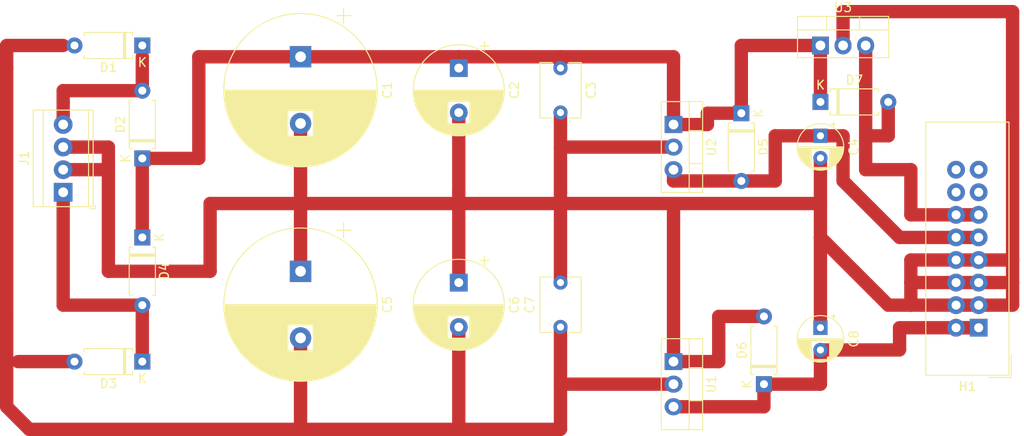
<source format=kicad_pcb>
(kicad_pcb (version 20171130) (host pcbnew "(5.0.0)")

  (general
    (thickness 1.6)
    (drawings 0)
    (tracks 101)
    (zones 0)
    (modules 20)
    (nets 21)
  )

  (page A4)
  (layers
    (0 F.Cu signal)
    (31 B.Cu signal)
    (32 B.Adhes user)
    (33 F.Adhes user)
    (34 B.Paste user)
    (35 F.Paste user)
    (36 B.SilkS user)
    (37 F.SilkS user)
    (38 B.Mask user)
    (39 F.Mask user)
    (40 Dwgs.User user)
    (41 Cmts.User user)
    (42 Eco1.User user)
    (43 Eco2.User user)
    (44 Edge.Cuts user)
    (45 Margin user)
    (46 B.CrtYd user)
    (47 F.CrtYd user)
    (48 B.Fab user)
    (49 F.Fab user)
  )

  (setup
    (last_trace_width 1.5)
    (trace_clearance 0.2)
    (zone_clearance 0.508)
    (zone_45_only no)
    (trace_min 0.2)
    (segment_width 0.2)
    (edge_width 0.15)
    (via_size 0.8)
    (via_drill 0.4)
    (via_min_size 0.4)
    (via_min_drill 0.3)
    (uvia_size 0.3)
    (uvia_drill 0.1)
    (uvias_allowed no)
    (uvia_min_size 0.2)
    (uvia_min_drill 0.1)
    (pcb_text_width 0.3)
    (pcb_text_size 1.5 1.5)
    (mod_edge_width 0.15)
    (mod_text_size 1 1)
    (mod_text_width 0.15)
    (pad_size 2 2)
    (pad_drill 1.016)
    (pad_to_mask_clearance 0.2)
    (solder_mask_min_width 0.25)
    (aux_axis_origin 0 0)
    (visible_elements 7FFFFFFF)
    (pcbplotparams
      (layerselection 0x010fc_ffffffff)
      (usegerberextensions false)
      (usegerberattributes false)
      (usegerberadvancedattributes false)
      (creategerberjobfile false)
      (excludeedgelayer true)
      (linewidth 0.100000)
      (plotframeref false)
      (viasonmask false)
      (mode 1)
      (useauxorigin false)
      (hpglpennumber 1)
      (hpglpenspeed 20)
      (hpglpendiameter 15.000000)
      (psnegative false)
      (psa4output false)
      (plotreference true)
      (plotvalue true)
      (plotinvisibletext false)
      (padsonsilk false)
      (subtractmaskfromsilk false)
      (outputformat 1)
      (mirror false)
      (drillshape 1)
      (scaleselection 1)
      (outputdirectory ""))
  )

  (net 0 "")
  (net 1 GND)
  (net 2 "Net-(D1-Pad1)")
  (net 3 "Net-(C1-Pad1)")
  (net 4 "Net-(D3-Pad1)")
  (net 5 "Net-(C5-Pad2)")
  (net 6 "Net-(H1-Pad12)")
  (net 7 "Net-(C4-Pad1)")
  (net 8 "Net-(C8-Pad2)")
  (net 9 "Net-(H1-Pad3)")
  (net 10 "Net-(H1-Pad5)")
  (net 11 "Net-(H1-Pad7)")
  (net 12 "Net-(H1-Pad9)")
  (net 13 "Net-(H1-Pad11)")
  (net 14 "Net-(H1-Pad13)")
  (net 15 "Net-(H1-Pad14)")
  (net 16 "Net-(H1-Pad15)")
  (net 17 "Net-(H1-Pad16)")
  (net 18 "Net-(H1-Pad1)")
  (net 19 Earth)
  (net 20 "Net-(D7-Pad2)")

  (net_class Default "This is the default net class."
    (clearance 0.2)
    (trace_width 1.5)
    (via_dia 0.8)
    (via_drill 0.4)
    (uvia_dia 0.3)
    (uvia_drill 0.1)
    (add_net Earth)
    (add_net GND)
    (add_net "Net-(C1-Pad1)")
    (add_net "Net-(C4-Pad1)")
    (add_net "Net-(C5-Pad2)")
    (add_net "Net-(C8-Pad2)")
    (add_net "Net-(D1-Pad1)")
    (add_net "Net-(D3-Pad1)")
    (add_net "Net-(D7-Pad2)")
    (add_net "Net-(H1-Pad1)")
    (add_net "Net-(H1-Pad11)")
    (add_net "Net-(H1-Pad12)")
    (add_net "Net-(H1-Pad13)")
    (add_net "Net-(H1-Pad14)")
    (add_net "Net-(H1-Pad15)")
    (add_net "Net-(H1-Pad16)")
    (add_net "Net-(H1-Pad3)")
    (add_net "Net-(H1-Pad5)")
    (add_net "Net-(H1-Pad7)")
    (add_net "Net-(H1-Pad9)")
  )

  (module Diode_THT:D_A-405_P7.62mm_Horizontal (layer F.Cu) (tedit 5AE50CD5) (tstamp 5BF0E545)
    (at 153.67 104.14)
    (descr "Diode, A-405 series, Axial, Horizontal, pin pitch=7.62mm, , length*diameter=5.2*2.7mm^2, , http://www.diodes.com/_files/packages/A-405.pdf")
    (tags "Diode A-405 series Axial Horizontal pin pitch 7.62mm  length 5.2mm diameter 2.7mm")
    (path /5BF0EB38)
    (fp_text reference D7 (at 3.81 -2.47) (layer F.SilkS)
      (effects (font (size 1 1) (thickness 0.15)))
    )
    (fp_text value 1N4004 (at 3.81 2.47) (layer F.Fab)
      (effects (font (size 1 1) (thickness 0.15)))
    )
    (fp_line (start 1.21 -1.35) (end 1.21 1.35) (layer F.Fab) (width 0.1))
    (fp_line (start 1.21 1.35) (end 6.41 1.35) (layer F.Fab) (width 0.1))
    (fp_line (start 6.41 1.35) (end 6.41 -1.35) (layer F.Fab) (width 0.1))
    (fp_line (start 6.41 -1.35) (end 1.21 -1.35) (layer F.Fab) (width 0.1))
    (fp_line (start 0 0) (end 1.21 0) (layer F.Fab) (width 0.1))
    (fp_line (start 7.62 0) (end 6.41 0) (layer F.Fab) (width 0.1))
    (fp_line (start 1.99 -1.35) (end 1.99 1.35) (layer F.Fab) (width 0.1))
    (fp_line (start 2.09 -1.35) (end 2.09 1.35) (layer F.Fab) (width 0.1))
    (fp_line (start 1.89 -1.35) (end 1.89 1.35) (layer F.Fab) (width 0.1))
    (fp_line (start 1.09 -1.14) (end 1.09 -1.47) (layer F.SilkS) (width 0.12))
    (fp_line (start 1.09 -1.47) (end 6.53 -1.47) (layer F.SilkS) (width 0.12))
    (fp_line (start 6.53 -1.47) (end 6.53 -1.14) (layer F.SilkS) (width 0.12))
    (fp_line (start 1.09 1.14) (end 1.09 1.47) (layer F.SilkS) (width 0.12))
    (fp_line (start 1.09 1.47) (end 6.53 1.47) (layer F.SilkS) (width 0.12))
    (fp_line (start 6.53 1.47) (end 6.53 1.14) (layer F.SilkS) (width 0.12))
    (fp_line (start 1.99 -1.47) (end 1.99 1.47) (layer F.SilkS) (width 0.12))
    (fp_line (start 2.11 -1.47) (end 2.11 1.47) (layer F.SilkS) (width 0.12))
    (fp_line (start 1.87 -1.47) (end 1.87 1.47) (layer F.SilkS) (width 0.12))
    (fp_line (start -1.15 -1.6) (end -1.15 1.6) (layer F.CrtYd) (width 0.05))
    (fp_line (start -1.15 1.6) (end 8.77 1.6) (layer F.CrtYd) (width 0.05))
    (fp_line (start 8.77 1.6) (end 8.77 -1.6) (layer F.CrtYd) (width 0.05))
    (fp_line (start 8.77 -1.6) (end -1.15 -1.6) (layer F.CrtYd) (width 0.05))
    (fp_text user %R (at 4.2 0) (layer F.Fab)
      (effects (font (size 1 1) (thickness 0.15)))
    )
    (fp_text user K (at 0 -1.9) (layer F.Fab)
      (effects (font (size 1 1) (thickness 0.15)))
    )
    (fp_text user K (at 0 -1.9) (layer F.SilkS)
      (effects (font (size 1 1) (thickness 0.15)))
    )
    (pad 1 thru_hole rect (at 0 0) (size 1.8 1.8) (drill 0.9) (layers *.Cu *.Mask)
      (net 3 "Net-(C1-Pad1)"))
    (pad 2 thru_hole oval (at 7.62 0) (size 1.8 1.8) (drill 0.9) (layers *.Cu *.Mask)
      (net 20 "Net-(D7-Pad2)"))
    (model ${KISYS3DMOD}/Diode_THT.3dshapes/D_A-405_P7.62mm_Horizontal.wrl
      (at (xyz 0 0 0))
      (scale (xyz 1 1 1))
      (rotate (xyz 0 0 0))
    )
  )

  (module TerminalBlock_TE-Connectivity:TerminalBlock_TE_282834-4_1x04_P2.54mm_Horizontal (layer F.Cu) (tedit 5B1EC513) (tstamp 5BF0EAC3)
    (at 68.58 114.3 90)
    (descr "Terminal Block TE 282834-4, 4 pins, pitch 2.54mm, size 10.620000000000001x6.5mm^2, drill diamater 1.1mm, pad diameter 2.1mm, see http://www.te.com/commerce/DocumentDelivery/DDEController?Action=showdoc&DocId=Customer+Drawing%7F282834%7FC1%7Fpdf%7FEnglish%7FENG_CD_282834_C1.pdf, script-generated using https://github.com/pointhi/kicad-footprint-generator/scripts/TerminalBlock_TE-Connectivity")
    (tags "THT Terminal Block TE 282834-4 pitch 2.54mm size 10.620000000000001x6.5mm^2 drill 1.1mm pad 2.1mm")
    (path /5BF10265)
    (fp_text reference J1 (at 3.81 -4.37 90) (layer F.SilkS)
      (effects (font (size 1 1) (thickness 0.15)))
    )
    (fp_text value Screw_Terminal_01x04 (at 3.81 4.37 90) (layer F.Fab)
      (effects (font (size 1 1) (thickness 0.15)))
    )
    (fp_circle (center 0 0) (end 1.1 0) (layer F.Fab) (width 0.1))
    (fp_circle (center 2.54 0) (end 3.64 0) (layer F.Fab) (width 0.1))
    (fp_circle (center 5.08 0) (end 6.18 0) (layer F.Fab) (width 0.1))
    (fp_circle (center 7.62 0) (end 8.72 0) (layer F.Fab) (width 0.1))
    (fp_line (start -1.5 -3.25) (end 9.12 -3.25) (layer F.Fab) (width 0.1))
    (fp_line (start 9.12 -3.25) (end 9.12 3.25) (layer F.Fab) (width 0.1))
    (fp_line (start 9.12 3.25) (end -1.1 3.25) (layer F.Fab) (width 0.1))
    (fp_line (start -1.1 3.25) (end -1.5 2.85) (layer F.Fab) (width 0.1))
    (fp_line (start -1.5 2.85) (end -1.5 -3.25) (layer F.Fab) (width 0.1))
    (fp_line (start -1.5 2.85) (end 9.12 2.85) (layer F.Fab) (width 0.1))
    (fp_line (start -1.62 2.85) (end 9.241 2.85) (layer F.SilkS) (width 0.12))
    (fp_line (start -1.5 -2.25) (end 9.12 -2.25) (layer F.Fab) (width 0.1))
    (fp_line (start -1.62 -2.25) (end 9.241 -2.25) (layer F.SilkS) (width 0.12))
    (fp_line (start -1.62 -3.37) (end 9.241 -3.37) (layer F.SilkS) (width 0.12))
    (fp_line (start -1.62 3.37) (end 9.241 3.37) (layer F.SilkS) (width 0.12))
    (fp_line (start -1.62 -3.37) (end -1.62 3.37) (layer F.SilkS) (width 0.12))
    (fp_line (start 9.241 -3.37) (end 9.241 3.37) (layer F.SilkS) (width 0.12))
    (fp_line (start 0.835 -0.7) (end -0.701 0.835) (layer F.Fab) (width 0.1))
    (fp_line (start 0.701 -0.835) (end -0.835 0.7) (layer F.Fab) (width 0.1))
    (fp_line (start 3.375 -0.7) (end 1.84 0.835) (layer F.Fab) (width 0.1))
    (fp_line (start 3.241 -0.835) (end 1.706 0.7) (layer F.Fab) (width 0.1))
    (fp_line (start 5.915 -0.7) (end 4.38 0.835) (layer F.Fab) (width 0.1))
    (fp_line (start 5.781 -0.835) (end 4.246 0.7) (layer F.Fab) (width 0.1))
    (fp_line (start 8.455 -0.7) (end 6.92 0.835) (layer F.Fab) (width 0.1))
    (fp_line (start 8.321 -0.835) (end 6.786 0.7) (layer F.Fab) (width 0.1))
    (fp_line (start -1.86 2.97) (end -1.86 3.61) (layer F.SilkS) (width 0.12))
    (fp_line (start -1.86 3.61) (end -1.46 3.61) (layer F.SilkS) (width 0.12))
    (fp_line (start -2 -3.75) (end -2 3.75) (layer F.CrtYd) (width 0.05))
    (fp_line (start -2 3.75) (end 9.63 3.75) (layer F.CrtYd) (width 0.05))
    (fp_line (start 9.63 3.75) (end 9.63 -3.75) (layer F.CrtYd) (width 0.05))
    (fp_line (start 9.63 -3.75) (end -2 -3.75) (layer F.CrtYd) (width 0.05))
    (fp_text user %R (at 3.81 2 90) (layer F.Fab)
      (effects (font (size 1 1) (thickness 0.15)))
    )
    (pad 1 thru_hole rect (at 0 0 90) (size 2.1 2.1) (drill 1.1) (layers *.Cu *.Mask)
      (net 4 "Net-(D3-Pad1)"))
    (pad 2 thru_hole circle (at 2.54 0 90) (size 2.1 2.1) (drill 1.1) (layers *.Cu *.Mask)
      (net 19 Earth))
    (pad 3 thru_hole circle (at 5.08 0 90) (size 2.1 2.1) (drill 1.1) (layers *.Cu *.Mask)
      (net 1 GND))
    (pad 4 thru_hole circle (at 7.62 0 90) (size 2.1 2.1) (drill 1.1) (layers *.Cu *.Mask)
      (net 2 "Net-(D1-Pad1)"))
    (model ${KISYS3DMOD}/TerminalBlock_TE-Connectivity.3dshapes/TerminalBlock_TE_282834-4_1x04_P2.54mm_Horizontal.wrl
      (at (xyz 0 0 0))
      (scale (xyz 1 1 1))
      (rotate (xyz 0 0 0))
    )
  )

  (module Connector_IDC:IDC-Header_2x08_P2.54mm_Vertical (layer F.Cu) (tedit 5BF0C055) (tstamp 5BF0D7E9)
    (at 171.45 129.54 180)
    (descr "Through hole straight IDC box header, 2x08, 2.54mm pitch, double rows")
    (tags "Through hole IDC box header THT 2x08 2.54mm double row")
    (path /5BF0C981)
    (fp_text reference H1 (at 1.27 -6.604 180) (layer F.SilkS)
      (effects (font (size 1 1) (thickness 0.15)))
    )
    (fp_text value PIN_HEADER_2x8 (at 1.27 24.384 180) (layer F.Fab)
      (effects (font (size 1 1) (thickness 0.15)))
    )
    (fp_text user %R (at 1.27 8.89 180) (layer F.Fab)
      (effects (font (size 1 1) (thickness 0.15)))
    )
    (fp_line (start 5.695 -5.1) (end 5.695 22.88) (layer F.Fab) (width 0.1))
    (fp_line (start 5.145 -4.56) (end 5.145 22.32) (layer F.Fab) (width 0.1))
    (fp_line (start -3.155 -5.1) (end -3.155 22.88) (layer F.Fab) (width 0.1))
    (fp_line (start -2.605 -4.56) (end -2.605 6.64) (layer F.Fab) (width 0.1))
    (fp_line (start -2.605 11.14) (end -2.605 22.32) (layer F.Fab) (width 0.1))
    (fp_line (start -2.605 6.64) (end -3.155 6.64) (layer F.Fab) (width 0.1))
    (fp_line (start -2.605 11.14) (end -3.155 11.14) (layer F.Fab) (width 0.1))
    (fp_line (start 5.695 -5.1) (end -3.155 -5.1) (layer F.Fab) (width 0.1))
    (fp_line (start 5.145 -4.56) (end -2.605 -4.56) (layer F.Fab) (width 0.1))
    (fp_line (start 5.695 22.88) (end -3.155 22.88) (layer F.Fab) (width 0.1))
    (fp_line (start 5.145 22.32) (end -2.605 22.32) (layer F.Fab) (width 0.1))
    (fp_line (start 5.695 -5.1) (end 5.145 -4.56) (layer F.Fab) (width 0.1))
    (fp_line (start 5.695 22.88) (end 5.145 22.32) (layer F.Fab) (width 0.1))
    (fp_line (start -3.155 -5.1) (end -2.605 -4.56) (layer F.Fab) (width 0.1))
    (fp_line (start -3.155 22.88) (end -2.605 22.32) (layer F.Fab) (width 0.1))
    (fp_line (start 5.95 -5.35) (end 5.95 23.13) (layer F.CrtYd) (width 0.05))
    (fp_line (start 5.95 23.13) (end -3.41 23.13) (layer F.CrtYd) (width 0.05))
    (fp_line (start -3.41 23.13) (end -3.41 -5.35) (layer F.CrtYd) (width 0.05))
    (fp_line (start -3.41 -5.35) (end 5.95 -5.35) (layer F.CrtYd) (width 0.05))
    (fp_line (start 5.945 -5.35) (end 5.945 23.13) (layer F.SilkS) (width 0.12))
    (fp_line (start 5.945 23.13) (end -3.405 23.13) (layer F.SilkS) (width 0.12))
    (fp_line (start -3.405 23.13) (end -3.405 -5.35) (layer F.SilkS) (width 0.12))
    (fp_line (start -3.405 -5.35) (end 5.945 -5.35) (layer F.SilkS) (width 0.12))
    (fp_line (start -3.655 -5.6) (end -3.655 -3.06) (layer F.SilkS) (width 0.12))
    (fp_line (start -3.655 -5.6) (end -1.115 -5.6) (layer F.SilkS) (width 0.12))
    (pad 1 thru_hole rect (at 0 0 180) (size 2 2) (drill 1.016) (layers *.Cu *.Mask)
      (net 18 "Net-(H1-Pad1)"))
    (pad 2 thru_hole oval (at 2.54 0 180) (size 2 2) (drill 1.016) (layers *.Cu *.Mask)
      (net 8 "Net-(C8-Pad2)"))
    (pad 3 thru_hole oval (at 0 2.54 180) (size 2 2) (drill 1.016) (layers *.Cu *.Mask)
      (net 9 "Net-(H1-Pad3)"))
    (pad 4 thru_hole oval (at 2.54 2.54 180) (size 2 2) (drill 1.016) (layers *.Cu *.Mask)
      (net 1 GND))
    (pad 5 thru_hole oval (at 0 5.08 180) (size 2 2) (drill 1.016) (layers *.Cu *.Mask)
      (net 10 "Net-(H1-Pad5)"))
    (pad 6 thru_hole oval (at 2.54 5.08 180) (size 2 2) (drill 1.016) (layers *.Cu *.Mask)
      (net 1 GND))
    (pad 7 thru_hole oval (at 0 7.62 180) (size 2 2) (drill 1.016) (layers *.Cu *.Mask)
      (net 11 "Net-(H1-Pad7)"))
    (pad 8 thru_hole oval (at 2.54 7.62 180) (size 2 2) (drill 1.016) (layers *.Cu *.Mask)
      (net 1 GND))
    (pad 9 thru_hole oval (at 0 10.16 180) (size 2 2) (drill 1.016) (layers *.Cu *.Mask)
      (net 12 "Net-(H1-Pad9)"))
    (pad 10 thru_hole oval (at 2.54 10.16 180) (size 2 2) (drill 1.016) (layers *.Cu *.Mask)
      (net 7 "Net-(C4-Pad1)"))
    (pad 11 thru_hole oval (at 0 12.7 180) (size 2 2) (drill 1.016) (layers *.Cu *.Mask)
      (net 13 "Net-(H1-Pad11)"))
    (pad 12 thru_hole oval (at 2.54 12.7 180) (size 2 2) (drill 1.016) (layers *.Cu *.Mask)
      (net 20 "Net-(D7-Pad2)"))
    (pad 13 thru_hole oval (at 0 15.24 180) (size 2 2) (drill 1.016) (layers *.Cu *.Mask)
      (net 14 "Net-(H1-Pad13)"))
    (pad 14 thru_hole oval (at 2.54 15.24 180) (size 2 2) (drill 1.016) (layers *.Cu *.Mask)
      (net 15 "Net-(H1-Pad14)"))
    (pad 15 thru_hole oval (at 0 17.78 180) (size 2 2) (drill 1.016) (layers *.Cu *.Mask)
      (net 16 "Net-(H1-Pad15)"))
    (pad 16 thru_hole oval (at 2.54 17.78 180) (size 2 2) (drill 1.016) (layers *.Cu *.Mask)
      (net 17 "Net-(H1-Pad16)"))
    (model ${KISYS3DMOD}/Connector_IDC.3dshapes/IDC-Header_2x08_P2.54mm_Vertical.wrl
      (at (xyz 0 0 0))
      (scale (xyz 1 1 1))
      (rotate (xyz 0 0 0))
    )
  )

  (module Package_TO_SOT_THT:TO-220-3_Vertical (layer F.Cu) (tedit 5AC8BA0D) (tstamp 5BF0D5EF)
    (at 153.67 97.79)
    (descr "TO-220-3, Vertical, RM 2.54mm, see https://www.vishay.com/docs/66542/to-220-1.pdf")
    (tags "TO-220-3 Vertical RM 2.54mm")
    (path /5BF23A50)
    (fp_text reference U3 (at 2.54 -4.27) (layer F.SilkS)
      (effects (font (size 1 1) (thickness 0.15)))
    )
    (fp_text value LM7805_TO220 (at 2.54 2.5) (layer F.Fab)
      (effects (font (size 1 1) (thickness 0.15)))
    )
    (fp_line (start -2.46 -3.15) (end -2.46 1.25) (layer F.Fab) (width 0.1))
    (fp_line (start -2.46 1.25) (end 7.54 1.25) (layer F.Fab) (width 0.1))
    (fp_line (start 7.54 1.25) (end 7.54 -3.15) (layer F.Fab) (width 0.1))
    (fp_line (start 7.54 -3.15) (end -2.46 -3.15) (layer F.Fab) (width 0.1))
    (fp_line (start -2.46 -1.88) (end 7.54 -1.88) (layer F.Fab) (width 0.1))
    (fp_line (start 0.69 -3.15) (end 0.69 -1.88) (layer F.Fab) (width 0.1))
    (fp_line (start 4.39 -3.15) (end 4.39 -1.88) (layer F.Fab) (width 0.1))
    (fp_line (start -2.58 -3.27) (end 7.66 -3.27) (layer F.SilkS) (width 0.12))
    (fp_line (start -2.58 1.371) (end 7.66 1.371) (layer F.SilkS) (width 0.12))
    (fp_line (start -2.58 -3.27) (end -2.58 1.371) (layer F.SilkS) (width 0.12))
    (fp_line (start 7.66 -3.27) (end 7.66 1.371) (layer F.SilkS) (width 0.12))
    (fp_line (start -2.58 -1.76) (end 7.66 -1.76) (layer F.SilkS) (width 0.12))
    (fp_line (start 0.69 -3.27) (end 0.69 -1.76) (layer F.SilkS) (width 0.12))
    (fp_line (start 4.391 -3.27) (end 4.391 -1.76) (layer F.SilkS) (width 0.12))
    (fp_line (start -2.71 -3.4) (end -2.71 1.51) (layer F.CrtYd) (width 0.05))
    (fp_line (start -2.71 1.51) (end 7.79 1.51) (layer F.CrtYd) (width 0.05))
    (fp_line (start 7.79 1.51) (end 7.79 -3.4) (layer F.CrtYd) (width 0.05))
    (fp_line (start 7.79 -3.4) (end -2.71 -3.4) (layer F.CrtYd) (width 0.05))
    (fp_text user %R (at 2.54 -4.27) (layer F.Fab)
      (effects (font (size 1 1) (thickness 0.15)))
    )
    (pad 1 thru_hole rect (at 0 0) (size 1.905 2) (drill 1.1) (layers *.Cu *.Mask)
      (net 3 "Net-(C1-Pad1)"))
    (pad 2 thru_hole oval (at 2.54 0) (size 1.905 2) (drill 1.1) (layers *.Cu *.Mask)
      (net 1 GND))
    (pad 3 thru_hole oval (at 5.08 0) (size 1.905 2) (drill 1.1) (layers *.Cu *.Mask)
      (net 20 "Net-(D7-Pad2)"))
    (model ${KISYS3DMOD}/Package_TO_SOT_THT.3dshapes/TO-220-3_Vertical.wrl
      (at (xyz 0 0 0))
      (scale (xyz 1 1 1))
      (rotate (xyz 0 0 0))
    )
  )

  (module Package_TO_SOT_THT:TO-220-3_Vertical (layer F.Cu) (tedit 5AC8BA0D) (tstamp 5BF05A05)
    (at 137.16 106.68 270)
    (descr "TO-220-3, Vertical, RM 2.54mm, see https://www.vishay.com/docs/66542/to-220-1.pdf")
    (tags "TO-220-3 Vertical RM 2.54mm")
    (path /5BEFB05D)
    (fp_text reference U2 (at 2.54 -4.27 270) (layer F.SilkS)
      (effects (font (size 1 1) (thickness 0.15)))
    )
    (fp_text value LM7812 (at 2.54 2.5 270) (layer F.Fab)
      (effects (font (size 1 1) (thickness 0.15)))
    )
    (fp_line (start -2.46 -3.15) (end -2.46 1.25) (layer F.Fab) (width 0.1))
    (fp_line (start -2.46 1.25) (end 7.54 1.25) (layer F.Fab) (width 0.1))
    (fp_line (start 7.54 1.25) (end 7.54 -3.15) (layer F.Fab) (width 0.1))
    (fp_line (start 7.54 -3.15) (end -2.46 -3.15) (layer F.Fab) (width 0.1))
    (fp_line (start -2.46 -1.88) (end 7.54 -1.88) (layer F.Fab) (width 0.1))
    (fp_line (start 0.69 -3.15) (end 0.69 -1.88) (layer F.Fab) (width 0.1))
    (fp_line (start 4.39 -3.15) (end 4.39 -1.88) (layer F.Fab) (width 0.1))
    (fp_line (start -2.58 -3.27) (end 7.66 -3.27) (layer F.SilkS) (width 0.12))
    (fp_line (start -2.58 1.371) (end 7.66 1.371) (layer F.SilkS) (width 0.12))
    (fp_line (start -2.58 -3.27) (end -2.58 1.371) (layer F.SilkS) (width 0.12))
    (fp_line (start 7.66 -3.27) (end 7.66 1.371) (layer F.SilkS) (width 0.12))
    (fp_line (start -2.58 -1.76) (end 7.66 -1.76) (layer F.SilkS) (width 0.12))
    (fp_line (start 0.69 -3.27) (end 0.69 -1.76) (layer F.SilkS) (width 0.12))
    (fp_line (start 4.391 -3.27) (end 4.391 -1.76) (layer F.SilkS) (width 0.12))
    (fp_line (start -2.71 -3.4) (end -2.71 1.51) (layer F.CrtYd) (width 0.05))
    (fp_line (start -2.71 1.51) (end 7.79 1.51) (layer F.CrtYd) (width 0.05))
    (fp_line (start 7.79 1.51) (end 7.79 -3.4) (layer F.CrtYd) (width 0.05))
    (fp_line (start 7.79 -3.4) (end -2.71 -3.4) (layer F.CrtYd) (width 0.05))
    (fp_text user %R (at 2.54 -4.27 270) (layer F.Fab)
      (effects (font (size 1 1) (thickness 0.15)))
    )
    (pad 1 thru_hole rect (at 0 0 270) (size 1.905 2) (drill 1.1) (layers *.Cu *.Mask)
      (net 3 "Net-(C1-Pad1)"))
    (pad 2 thru_hole oval (at 2.54 0 270) (size 1.905 2) (drill 1.1) (layers *.Cu *.Mask)
      (net 1 GND))
    (pad 3 thru_hole oval (at 5.08 0 270) (size 1.905 2) (drill 1.1) (layers *.Cu *.Mask)
      (net 7 "Net-(C4-Pad1)"))
    (model ${KISYS3DMOD}/Package_TO_SOT_THT.3dshapes/TO-220-3_Vertical.wrl
      (at (xyz 0 0 0))
      (scale (xyz 1 1 1))
      (rotate (xyz 0 0 0))
    )
  )

  (module Capacitor_THT:CP_Radial_D10.0mm_P5.00mm (layer F.Cu) (tedit 5AE50EF1) (tstamp 5BF01E97)
    (at 113.03 124.46 270)
    (descr "CP, Radial series, Radial, pin pitch=5.00mm, , diameter=10mm, Electrolytic Capacitor")
    (tags "CP Radial series Radial pin pitch 5.00mm  diameter 10mm Electrolytic Capacitor")
    (path /5BEFE82E)
    (fp_text reference C6 (at 2.5 -6.25 270) (layer F.SilkS)
      (effects (font (size 1 1) (thickness 0.15)))
    )
    (fp_text value CP (at 2.5 6.25 270) (layer F.Fab)
      (effects (font (size 1 1) (thickness 0.15)))
    )
    (fp_text user %R (at 2.5 0 270) (layer F.Fab)
      (effects (font (size 1 1) (thickness 0.15)))
    )
    (fp_line (start -2.479646 -3.375) (end -2.479646 -2.375) (layer F.SilkS) (width 0.12))
    (fp_line (start -2.979646 -2.875) (end -1.979646 -2.875) (layer F.SilkS) (width 0.12))
    (fp_line (start 7.581 -0.599) (end 7.581 0.599) (layer F.SilkS) (width 0.12))
    (fp_line (start 7.541 -0.862) (end 7.541 0.862) (layer F.SilkS) (width 0.12))
    (fp_line (start 7.501 -1.062) (end 7.501 1.062) (layer F.SilkS) (width 0.12))
    (fp_line (start 7.461 -1.23) (end 7.461 1.23) (layer F.SilkS) (width 0.12))
    (fp_line (start 7.421 -1.378) (end 7.421 1.378) (layer F.SilkS) (width 0.12))
    (fp_line (start 7.381 -1.51) (end 7.381 1.51) (layer F.SilkS) (width 0.12))
    (fp_line (start 7.341 -1.63) (end 7.341 1.63) (layer F.SilkS) (width 0.12))
    (fp_line (start 7.301 -1.742) (end 7.301 1.742) (layer F.SilkS) (width 0.12))
    (fp_line (start 7.261 -1.846) (end 7.261 1.846) (layer F.SilkS) (width 0.12))
    (fp_line (start 7.221 -1.944) (end 7.221 1.944) (layer F.SilkS) (width 0.12))
    (fp_line (start 7.181 -2.037) (end 7.181 2.037) (layer F.SilkS) (width 0.12))
    (fp_line (start 7.141 -2.125) (end 7.141 2.125) (layer F.SilkS) (width 0.12))
    (fp_line (start 7.101 -2.209) (end 7.101 2.209) (layer F.SilkS) (width 0.12))
    (fp_line (start 7.061 -2.289) (end 7.061 2.289) (layer F.SilkS) (width 0.12))
    (fp_line (start 7.021 -2.365) (end 7.021 2.365) (layer F.SilkS) (width 0.12))
    (fp_line (start 6.981 -2.439) (end 6.981 2.439) (layer F.SilkS) (width 0.12))
    (fp_line (start 6.941 -2.51) (end 6.941 2.51) (layer F.SilkS) (width 0.12))
    (fp_line (start 6.901 -2.579) (end 6.901 2.579) (layer F.SilkS) (width 0.12))
    (fp_line (start 6.861 -2.645) (end 6.861 2.645) (layer F.SilkS) (width 0.12))
    (fp_line (start 6.821 -2.709) (end 6.821 2.709) (layer F.SilkS) (width 0.12))
    (fp_line (start 6.781 -2.77) (end 6.781 2.77) (layer F.SilkS) (width 0.12))
    (fp_line (start 6.741 -2.83) (end 6.741 2.83) (layer F.SilkS) (width 0.12))
    (fp_line (start 6.701 -2.889) (end 6.701 2.889) (layer F.SilkS) (width 0.12))
    (fp_line (start 6.661 -2.945) (end 6.661 2.945) (layer F.SilkS) (width 0.12))
    (fp_line (start 6.621 -3) (end 6.621 3) (layer F.SilkS) (width 0.12))
    (fp_line (start 6.581 -3.054) (end 6.581 3.054) (layer F.SilkS) (width 0.12))
    (fp_line (start 6.541 -3.106) (end 6.541 3.106) (layer F.SilkS) (width 0.12))
    (fp_line (start 6.501 -3.156) (end 6.501 3.156) (layer F.SilkS) (width 0.12))
    (fp_line (start 6.461 -3.206) (end 6.461 3.206) (layer F.SilkS) (width 0.12))
    (fp_line (start 6.421 -3.254) (end 6.421 3.254) (layer F.SilkS) (width 0.12))
    (fp_line (start 6.381 -3.301) (end 6.381 3.301) (layer F.SilkS) (width 0.12))
    (fp_line (start 6.341 -3.347) (end 6.341 3.347) (layer F.SilkS) (width 0.12))
    (fp_line (start 6.301 -3.392) (end 6.301 3.392) (layer F.SilkS) (width 0.12))
    (fp_line (start 6.261 -3.436) (end 6.261 3.436) (layer F.SilkS) (width 0.12))
    (fp_line (start 6.221 1.241) (end 6.221 3.478) (layer F.SilkS) (width 0.12))
    (fp_line (start 6.221 -3.478) (end 6.221 -1.241) (layer F.SilkS) (width 0.12))
    (fp_line (start 6.181 1.241) (end 6.181 3.52) (layer F.SilkS) (width 0.12))
    (fp_line (start 6.181 -3.52) (end 6.181 -1.241) (layer F.SilkS) (width 0.12))
    (fp_line (start 6.141 1.241) (end 6.141 3.561) (layer F.SilkS) (width 0.12))
    (fp_line (start 6.141 -3.561) (end 6.141 -1.241) (layer F.SilkS) (width 0.12))
    (fp_line (start 6.101 1.241) (end 6.101 3.601) (layer F.SilkS) (width 0.12))
    (fp_line (start 6.101 -3.601) (end 6.101 -1.241) (layer F.SilkS) (width 0.12))
    (fp_line (start 6.061 1.241) (end 6.061 3.64) (layer F.SilkS) (width 0.12))
    (fp_line (start 6.061 -3.64) (end 6.061 -1.241) (layer F.SilkS) (width 0.12))
    (fp_line (start 6.021 1.241) (end 6.021 3.679) (layer F.SilkS) (width 0.12))
    (fp_line (start 6.021 -3.679) (end 6.021 -1.241) (layer F.SilkS) (width 0.12))
    (fp_line (start 5.981 1.241) (end 5.981 3.716) (layer F.SilkS) (width 0.12))
    (fp_line (start 5.981 -3.716) (end 5.981 -1.241) (layer F.SilkS) (width 0.12))
    (fp_line (start 5.941 1.241) (end 5.941 3.753) (layer F.SilkS) (width 0.12))
    (fp_line (start 5.941 -3.753) (end 5.941 -1.241) (layer F.SilkS) (width 0.12))
    (fp_line (start 5.901 1.241) (end 5.901 3.789) (layer F.SilkS) (width 0.12))
    (fp_line (start 5.901 -3.789) (end 5.901 -1.241) (layer F.SilkS) (width 0.12))
    (fp_line (start 5.861 1.241) (end 5.861 3.824) (layer F.SilkS) (width 0.12))
    (fp_line (start 5.861 -3.824) (end 5.861 -1.241) (layer F.SilkS) (width 0.12))
    (fp_line (start 5.821 1.241) (end 5.821 3.858) (layer F.SilkS) (width 0.12))
    (fp_line (start 5.821 -3.858) (end 5.821 -1.241) (layer F.SilkS) (width 0.12))
    (fp_line (start 5.781 1.241) (end 5.781 3.892) (layer F.SilkS) (width 0.12))
    (fp_line (start 5.781 -3.892) (end 5.781 -1.241) (layer F.SilkS) (width 0.12))
    (fp_line (start 5.741 1.241) (end 5.741 3.925) (layer F.SilkS) (width 0.12))
    (fp_line (start 5.741 -3.925) (end 5.741 -1.241) (layer F.SilkS) (width 0.12))
    (fp_line (start 5.701 1.241) (end 5.701 3.957) (layer F.SilkS) (width 0.12))
    (fp_line (start 5.701 -3.957) (end 5.701 -1.241) (layer F.SilkS) (width 0.12))
    (fp_line (start 5.661 1.241) (end 5.661 3.989) (layer F.SilkS) (width 0.12))
    (fp_line (start 5.661 -3.989) (end 5.661 -1.241) (layer F.SilkS) (width 0.12))
    (fp_line (start 5.621 1.241) (end 5.621 4.02) (layer F.SilkS) (width 0.12))
    (fp_line (start 5.621 -4.02) (end 5.621 -1.241) (layer F.SilkS) (width 0.12))
    (fp_line (start 5.581 1.241) (end 5.581 4.05) (layer F.SilkS) (width 0.12))
    (fp_line (start 5.581 -4.05) (end 5.581 -1.241) (layer F.SilkS) (width 0.12))
    (fp_line (start 5.541 1.241) (end 5.541 4.08) (layer F.SilkS) (width 0.12))
    (fp_line (start 5.541 -4.08) (end 5.541 -1.241) (layer F.SilkS) (width 0.12))
    (fp_line (start 5.501 1.241) (end 5.501 4.11) (layer F.SilkS) (width 0.12))
    (fp_line (start 5.501 -4.11) (end 5.501 -1.241) (layer F.SilkS) (width 0.12))
    (fp_line (start 5.461 1.241) (end 5.461 4.138) (layer F.SilkS) (width 0.12))
    (fp_line (start 5.461 -4.138) (end 5.461 -1.241) (layer F.SilkS) (width 0.12))
    (fp_line (start 5.421 1.241) (end 5.421 4.166) (layer F.SilkS) (width 0.12))
    (fp_line (start 5.421 -4.166) (end 5.421 -1.241) (layer F.SilkS) (width 0.12))
    (fp_line (start 5.381 1.241) (end 5.381 4.194) (layer F.SilkS) (width 0.12))
    (fp_line (start 5.381 -4.194) (end 5.381 -1.241) (layer F.SilkS) (width 0.12))
    (fp_line (start 5.341 1.241) (end 5.341 4.221) (layer F.SilkS) (width 0.12))
    (fp_line (start 5.341 -4.221) (end 5.341 -1.241) (layer F.SilkS) (width 0.12))
    (fp_line (start 5.301 1.241) (end 5.301 4.247) (layer F.SilkS) (width 0.12))
    (fp_line (start 5.301 -4.247) (end 5.301 -1.241) (layer F.SilkS) (width 0.12))
    (fp_line (start 5.261 1.241) (end 5.261 4.273) (layer F.SilkS) (width 0.12))
    (fp_line (start 5.261 -4.273) (end 5.261 -1.241) (layer F.SilkS) (width 0.12))
    (fp_line (start 5.221 1.241) (end 5.221 4.298) (layer F.SilkS) (width 0.12))
    (fp_line (start 5.221 -4.298) (end 5.221 -1.241) (layer F.SilkS) (width 0.12))
    (fp_line (start 5.181 1.241) (end 5.181 4.323) (layer F.SilkS) (width 0.12))
    (fp_line (start 5.181 -4.323) (end 5.181 -1.241) (layer F.SilkS) (width 0.12))
    (fp_line (start 5.141 1.241) (end 5.141 4.347) (layer F.SilkS) (width 0.12))
    (fp_line (start 5.141 -4.347) (end 5.141 -1.241) (layer F.SilkS) (width 0.12))
    (fp_line (start 5.101 1.241) (end 5.101 4.371) (layer F.SilkS) (width 0.12))
    (fp_line (start 5.101 -4.371) (end 5.101 -1.241) (layer F.SilkS) (width 0.12))
    (fp_line (start 5.061 1.241) (end 5.061 4.395) (layer F.SilkS) (width 0.12))
    (fp_line (start 5.061 -4.395) (end 5.061 -1.241) (layer F.SilkS) (width 0.12))
    (fp_line (start 5.021 1.241) (end 5.021 4.417) (layer F.SilkS) (width 0.12))
    (fp_line (start 5.021 -4.417) (end 5.021 -1.241) (layer F.SilkS) (width 0.12))
    (fp_line (start 4.981 1.241) (end 4.981 4.44) (layer F.SilkS) (width 0.12))
    (fp_line (start 4.981 -4.44) (end 4.981 -1.241) (layer F.SilkS) (width 0.12))
    (fp_line (start 4.941 1.241) (end 4.941 4.462) (layer F.SilkS) (width 0.12))
    (fp_line (start 4.941 -4.462) (end 4.941 -1.241) (layer F.SilkS) (width 0.12))
    (fp_line (start 4.901 1.241) (end 4.901 4.483) (layer F.SilkS) (width 0.12))
    (fp_line (start 4.901 -4.483) (end 4.901 -1.241) (layer F.SilkS) (width 0.12))
    (fp_line (start 4.861 1.241) (end 4.861 4.504) (layer F.SilkS) (width 0.12))
    (fp_line (start 4.861 -4.504) (end 4.861 -1.241) (layer F.SilkS) (width 0.12))
    (fp_line (start 4.821 1.241) (end 4.821 4.525) (layer F.SilkS) (width 0.12))
    (fp_line (start 4.821 -4.525) (end 4.821 -1.241) (layer F.SilkS) (width 0.12))
    (fp_line (start 4.781 1.241) (end 4.781 4.545) (layer F.SilkS) (width 0.12))
    (fp_line (start 4.781 -4.545) (end 4.781 -1.241) (layer F.SilkS) (width 0.12))
    (fp_line (start 4.741 1.241) (end 4.741 4.564) (layer F.SilkS) (width 0.12))
    (fp_line (start 4.741 -4.564) (end 4.741 -1.241) (layer F.SilkS) (width 0.12))
    (fp_line (start 4.701 1.241) (end 4.701 4.584) (layer F.SilkS) (width 0.12))
    (fp_line (start 4.701 -4.584) (end 4.701 -1.241) (layer F.SilkS) (width 0.12))
    (fp_line (start 4.661 1.241) (end 4.661 4.603) (layer F.SilkS) (width 0.12))
    (fp_line (start 4.661 -4.603) (end 4.661 -1.241) (layer F.SilkS) (width 0.12))
    (fp_line (start 4.621 1.241) (end 4.621 4.621) (layer F.SilkS) (width 0.12))
    (fp_line (start 4.621 -4.621) (end 4.621 -1.241) (layer F.SilkS) (width 0.12))
    (fp_line (start 4.581 1.241) (end 4.581 4.639) (layer F.SilkS) (width 0.12))
    (fp_line (start 4.581 -4.639) (end 4.581 -1.241) (layer F.SilkS) (width 0.12))
    (fp_line (start 4.541 1.241) (end 4.541 4.657) (layer F.SilkS) (width 0.12))
    (fp_line (start 4.541 -4.657) (end 4.541 -1.241) (layer F.SilkS) (width 0.12))
    (fp_line (start 4.501 1.241) (end 4.501 4.674) (layer F.SilkS) (width 0.12))
    (fp_line (start 4.501 -4.674) (end 4.501 -1.241) (layer F.SilkS) (width 0.12))
    (fp_line (start 4.461 1.241) (end 4.461 4.69) (layer F.SilkS) (width 0.12))
    (fp_line (start 4.461 -4.69) (end 4.461 -1.241) (layer F.SilkS) (width 0.12))
    (fp_line (start 4.421 1.241) (end 4.421 4.707) (layer F.SilkS) (width 0.12))
    (fp_line (start 4.421 -4.707) (end 4.421 -1.241) (layer F.SilkS) (width 0.12))
    (fp_line (start 4.381 1.241) (end 4.381 4.723) (layer F.SilkS) (width 0.12))
    (fp_line (start 4.381 -4.723) (end 4.381 -1.241) (layer F.SilkS) (width 0.12))
    (fp_line (start 4.341 1.241) (end 4.341 4.738) (layer F.SilkS) (width 0.12))
    (fp_line (start 4.341 -4.738) (end 4.341 -1.241) (layer F.SilkS) (width 0.12))
    (fp_line (start 4.301 1.241) (end 4.301 4.754) (layer F.SilkS) (width 0.12))
    (fp_line (start 4.301 -4.754) (end 4.301 -1.241) (layer F.SilkS) (width 0.12))
    (fp_line (start 4.261 1.241) (end 4.261 4.768) (layer F.SilkS) (width 0.12))
    (fp_line (start 4.261 -4.768) (end 4.261 -1.241) (layer F.SilkS) (width 0.12))
    (fp_line (start 4.221 1.241) (end 4.221 4.783) (layer F.SilkS) (width 0.12))
    (fp_line (start 4.221 -4.783) (end 4.221 -1.241) (layer F.SilkS) (width 0.12))
    (fp_line (start 4.181 1.241) (end 4.181 4.797) (layer F.SilkS) (width 0.12))
    (fp_line (start 4.181 -4.797) (end 4.181 -1.241) (layer F.SilkS) (width 0.12))
    (fp_line (start 4.141 1.241) (end 4.141 4.811) (layer F.SilkS) (width 0.12))
    (fp_line (start 4.141 -4.811) (end 4.141 -1.241) (layer F.SilkS) (width 0.12))
    (fp_line (start 4.101 1.241) (end 4.101 4.824) (layer F.SilkS) (width 0.12))
    (fp_line (start 4.101 -4.824) (end 4.101 -1.241) (layer F.SilkS) (width 0.12))
    (fp_line (start 4.061 1.241) (end 4.061 4.837) (layer F.SilkS) (width 0.12))
    (fp_line (start 4.061 -4.837) (end 4.061 -1.241) (layer F.SilkS) (width 0.12))
    (fp_line (start 4.021 1.241) (end 4.021 4.85) (layer F.SilkS) (width 0.12))
    (fp_line (start 4.021 -4.85) (end 4.021 -1.241) (layer F.SilkS) (width 0.12))
    (fp_line (start 3.981 1.241) (end 3.981 4.862) (layer F.SilkS) (width 0.12))
    (fp_line (start 3.981 -4.862) (end 3.981 -1.241) (layer F.SilkS) (width 0.12))
    (fp_line (start 3.941 1.241) (end 3.941 4.874) (layer F.SilkS) (width 0.12))
    (fp_line (start 3.941 -4.874) (end 3.941 -1.241) (layer F.SilkS) (width 0.12))
    (fp_line (start 3.901 1.241) (end 3.901 4.885) (layer F.SilkS) (width 0.12))
    (fp_line (start 3.901 -4.885) (end 3.901 -1.241) (layer F.SilkS) (width 0.12))
    (fp_line (start 3.861 1.241) (end 3.861 4.897) (layer F.SilkS) (width 0.12))
    (fp_line (start 3.861 -4.897) (end 3.861 -1.241) (layer F.SilkS) (width 0.12))
    (fp_line (start 3.821 1.241) (end 3.821 4.907) (layer F.SilkS) (width 0.12))
    (fp_line (start 3.821 -4.907) (end 3.821 -1.241) (layer F.SilkS) (width 0.12))
    (fp_line (start 3.781 1.241) (end 3.781 4.918) (layer F.SilkS) (width 0.12))
    (fp_line (start 3.781 -4.918) (end 3.781 -1.241) (layer F.SilkS) (width 0.12))
    (fp_line (start 3.741 -4.928) (end 3.741 4.928) (layer F.SilkS) (width 0.12))
    (fp_line (start 3.701 -4.938) (end 3.701 4.938) (layer F.SilkS) (width 0.12))
    (fp_line (start 3.661 -4.947) (end 3.661 4.947) (layer F.SilkS) (width 0.12))
    (fp_line (start 3.621 -4.956) (end 3.621 4.956) (layer F.SilkS) (width 0.12))
    (fp_line (start 3.581 -4.965) (end 3.581 4.965) (layer F.SilkS) (width 0.12))
    (fp_line (start 3.541 -4.974) (end 3.541 4.974) (layer F.SilkS) (width 0.12))
    (fp_line (start 3.501 -4.982) (end 3.501 4.982) (layer F.SilkS) (width 0.12))
    (fp_line (start 3.461 -4.99) (end 3.461 4.99) (layer F.SilkS) (width 0.12))
    (fp_line (start 3.421 -4.997) (end 3.421 4.997) (layer F.SilkS) (width 0.12))
    (fp_line (start 3.381 -5.004) (end 3.381 5.004) (layer F.SilkS) (width 0.12))
    (fp_line (start 3.341 -5.011) (end 3.341 5.011) (layer F.SilkS) (width 0.12))
    (fp_line (start 3.301 -5.018) (end 3.301 5.018) (layer F.SilkS) (width 0.12))
    (fp_line (start 3.261 -5.024) (end 3.261 5.024) (layer F.SilkS) (width 0.12))
    (fp_line (start 3.221 -5.03) (end 3.221 5.03) (layer F.SilkS) (width 0.12))
    (fp_line (start 3.18 -5.035) (end 3.18 5.035) (layer F.SilkS) (width 0.12))
    (fp_line (start 3.14 -5.04) (end 3.14 5.04) (layer F.SilkS) (width 0.12))
    (fp_line (start 3.1 -5.045) (end 3.1 5.045) (layer F.SilkS) (width 0.12))
    (fp_line (start 3.06 -5.05) (end 3.06 5.05) (layer F.SilkS) (width 0.12))
    (fp_line (start 3.02 -5.054) (end 3.02 5.054) (layer F.SilkS) (width 0.12))
    (fp_line (start 2.98 -5.058) (end 2.98 5.058) (layer F.SilkS) (width 0.12))
    (fp_line (start 2.94 -5.062) (end 2.94 5.062) (layer F.SilkS) (width 0.12))
    (fp_line (start 2.9 -5.065) (end 2.9 5.065) (layer F.SilkS) (width 0.12))
    (fp_line (start 2.86 -5.068) (end 2.86 5.068) (layer F.SilkS) (width 0.12))
    (fp_line (start 2.82 -5.07) (end 2.82 5.07) (layer F.SilkS) (width 0.12))
    (fp_line (start 2.78 -5.073) (end 2.78 5.073) (layer F.SilkS) (width 0.12))
    (fp_line (start 2.74 -5.075) (end 2.74 5.075) (layer F.SilkS) (width 0.12))
    (fp_line (start 2.7 -5.077) (end 2.7 5.077) (layer F.SilkS) (width 0.12))
    (fp_line (start 2.66 -5.078) (end 2.66 5.078) (layer F.SilkS) (width 0.12))
    (fp_line (start 2.62 -5.079) (end 2.62 5.079) (layer F.SilkS) (width 0.12))
    (fp_line (start 2.58 -5.08) (end 2.58 5.08) (layer F.SilkS) (width 0.12))
    (fp_line (start 2.54 -5.08) (end 2.54 5.08) (layer F.SilkS) (width 0.12))
    (fp_line (start 2.5 -5.08) (end 2.5 5.08) (layer F.SilkS) (width 0.12))
    (fp_line (start -1.288861 -2.6875) (end -1.288861 -1.6875) (layer F.Fab) (width 0.1))
    (fp_line (start -1.788861 -2.1875) (end -0.788861 -2.1875) (layer F.Fab) (width 0.1))
    (fp_circle (center 2.5 0) (end 7.75 0) (layer F.CrtYd) (width 0.05))
    (fp_circle (center 2.5 0) (end 7.62 0) (layer F.SilkS) (width 0.12))
    (fp_circle (center 2.5 0) (end 7.5 0) (layer F.Fab) (width 0.1))
    (pad 2 thru_hole circle (at 5 0 270) (size 2 2) (drill 1) (layers *.Cu *.Mask)
      (net 5 "Net-(C5-Pad2)"))
    (pad 1 thru_hole rect (at 0 0 270) (size 2 2) (drill 1) (layers *.Cu *.Mask)
      (net 1 GND))
    (model ${KISYS3DMOD}/Capacitor_THT.3dshapes/CP_Radial_D10.0mm_P5.00mm.wrl
      (at (xyz 0 0 0))
      (scale (xyz 1 1 1))
      (rotate (xyz 0 0 0))
    )
  )

  (module Capacitor_THT:CP_Radial_D10.0mm_P5.00mm (layer F.Cu) (tedit 5AE50EF1) (tstamp 5BF01DCB)
    (at 113.03 100.33 270)
    (descr "CP, Radial series, Radial, pin pitch=5.00mm, , diameter=10mm, Electrolytic Capacitor")
    (tags "CP Radial series Radial pin pitch 5.00mm  diameter 10mm Electrolytic Capacitor")
    (path /5BEF9FC2)
    (fp_text reference C2 (at 2.5 -6.25 270) (layer F.SilkS)
      (effects (font (size 1 1) (thickness 0.15)))
    )
    (fp_text value CP (at 2.5 6.25 270) (layer F.Fab)
      (effects (font (size 1 1) (thickness 0.15)))
    )
    (fp_circle (center 2.5 0) (end 7.5 0) (layer F.Fab) (width 0.1))
    (fp_circle (center 2.5 0) (end 7.62 0) (layer F.SilkS) (width 0.12))
    (fp_circle (center 2.5 0) (end 7.75 0) (layer F.CrtYd) (width 0.05))
    (fp_line (start -1.788861 -2.1875) (end -0.788861 -2.1875) (layer F.Fab) (width 0.1))
    (fp_line (start -1.288861 -2.6875) (end -1.288861 -1.6875) (layer F.Fab) (width 0.1))
    (fp_line (start 2.5 -5.08) (end 2.5 5.08) (layer F.SilkS) (width 0.12))
    (fp_line (start 2.54 -5.08) (end 2.54 5.08) (layer F.SilkS) (width 0.12))
    (fp_line (start 2.58 -5.08) (end 2.58 5.08) (layer F.SilkS) (width 0.12))
    (fp_line (start 2.62 -5.079) (end 2.62 5.079) (layer F.SilkS) (width 0.12))
    (fp_line (start 2.66 -5.078) (end 2.66 5.078) (layer F.SilkS) (width 0.12))
    (fp_line (start 2.7 -5.077) (end 2.7 5.077) (layer F.SilkS) (width 0.12))
    (fp_line (start 2.74 -5.075) (end 2.74 5.075) (layer F.SilkS) (width 0.12))
    (fp_line (start 2.78 -5.073) (end 2.78 5.073) (layer F.SilkS) (width 0.12))
    (fp_line (start 2.82 -5.07) (end 2.82 5.07) (layer F.SilkS) (width 0.12))
    (fp_line (start 2.86 -5.068) (end 2.86 5.068) (layer F.SilkS) (width 0.12))
    (fp_line (start 2.9 -5.065) (end 2.9 5.065) (layer F.SilkS) (width 0.12))
    (fp_line (start 2.94 -5.062) (end 2.94 5.062) (layer F.SilkS) (width 0.12))
    (fp_line (start 2.98 -5.058) (end 2.98 5.058) (layer F.SilkS) (width 0.12))
    (fp_line (start 3.02 -5.054) (end 3.02 5.054) (layer F.SilkS) (width 0.12))
    (fp_line (start 3.06 -5.05) (end 3.06 5.05) (layer F.SilkS) (width 0.12))
    (fp_line (start 3.1 -5.045) (end 3.1 5.045) (layer F.SilkS) (width 0.12))
    (fp_line (start 3.14 -5.04) (end 3.14 5.04) (layer F.SilkS) (width 0.12))
    (fp_line (start 3.18 -5.035) (end 3.18 5.035) (layer F.SilkS) (width 0.12))
    (fp_line (start 3.221 -5.03) (end 3.221 5.03) (layer F.SilkS) (width 0.12))
    (fp_line (start 3.261 -5.024) (end 3.261 5.024) (layer F.SilkS) (width 0.12))
    (fp_line (start 3.301 -5.018) (end 3.301 5.018) (layer F.SilkS) (width 0.12))
    (fp_line (start 3.341 -5.011) (end 3.341 5.011) (layer F.SilkS) (width 0.12))
    (fp_line (start 3.381 -5.004) (end 3.381 5.004) (layer F.SilkS) (width 0.12))
    (fp_line (start 3.421 -4.997) (end 3.421 4.997) (layer F.SilkS) (width 0.12))
    (fp_line (start 3.461 -4.99) (end 3.461 4.99) (layer F.SilkS) (width 0.12))
    (fp_line (start 3.501 -4.982) (end 3.501 4.982) (layer F.SilkS) (width 0.12))
    (fp_line (start 3.541 -4.974) (end 3.541 4.974) (layer F.SilkS) (width 0.12))
    (fp_line (start 3.581 -4.965) (end 3.581 4.965) (layer F.SilkS) (width 0.12))
    (fp_line (start 3.621 -4.956) (end 3.621 4.956) (layer F.SilkS) (width 0.12))
    (fp_line (start 3.661 -4.947) (end 3.661 4.947) (layer F.SilkS) (width 0.12))
    (fp_line (start 3.701 -4.938) (end 3.701 4.938) (layer F.SilkS) (width 0.12))
    (fp_line (start 3.741 -4.928) (end 3.741 4.928) (layer F.SilkS) (width 0.12))
    (fp_line (start 3.781 -4.918) (end 3.781 -1.241) (layer F.SilkS) (width 0.12))
    (fp_line (start 3.781 1.241) (end 3.781 4.918) (layer F.SilkS) (width 0.12))
    (fp_line (start 3.821 -4.907) (end 3.821 -1.241) (layer F.SilkS) (width 0.12))
    (fp_line (start 3.821 1.241) (end 3.821 4.907) (layer F.SilkS) (width 0.12))
    (fp_line (start 3.861 -4.897) (end 3.861 -1.241) (layer F.SilkS) (width 0.12))
    (fp_line (start 3.861 1.241) (end 3.861 4.897) (layer F.SilkS) (width 0.12))
    (fp_line (start 3.901 -4.885) (end 3.901 -1.241) (layer F.SilkS) (width 0.12))
    (fp_line (start 3.901 1.241) (end 3.901 4.885) (layer F.SilkS) (width 0.12))
    (fp_line (start 3.941 -4.874) (end 3.941 -1.241) (layer F.SilkS) (width 0.12))
    (fp_line (start 3.941 1.241) (end 3.941 4.874) (layer F.SilkS) (width 0.12))
    (fp_line (start 3.981 -4.862) (end 3.981 -1.241) (layer F.SilkS) (width 0.12))
    (fp_line (start 3.981 1.241) (end 3.981 4.862) (layer F.SilkS) (width 0.12))
    (fp_line (start 4.021 -4.85) (end 4.021 -1.241) (layer F.SilkS) (width 0.12))
    (fp_line (start 4.021 1.241) (end 4.021 4.85) (layer F.SilkS) (width 0.12))
    (fp_line (start 4.061 -4.837) (end 4.061 -1.241) (layer F.SilkS) (width 0.12))
    (fp_line (start 4.061 1.241) (end 4.061 4.837) (layer F.SilkS) (width 0.12))
    (fp_line (start 4.101 -4.824) (end 4.101 -1.241) (layer F.SilkS) (width 0.12))
    (fp_line (start 4.101 1.241) (end 4.101 4.824) (layer F.SilkS) (width 0.12))
    (fp_line (start 4.141 -4.811) (end 4.141 -1.241) (layer F.SilkS) (width 0.12))
    (fp_line (start 4.141 1.241) (end 4.141 4.811) (layer F.SilkS) (width 0.12))
    (fp_line (start 4.181 -4.797) (end 4.181 -1.241) (layer F.SilkS) (width 0.12))
    (fp_line (start 4.181 1.241) (end 4.181 4.797) (layer F.SilkS) (width 0.12))
    (fp_line (start 4.221 -4.783) (end 4.221 -1.241) (layer F.SilkS) (width 0.12))
    (fp_line (start 4.221 1.241) (end 4.221 4.783) (layer F.SilkS) (width 0.12))
    (fp_line (start 4.261 -4.768) (end 4.261 -1.241) (layer F.SilkS) (width 0.12))
    (fp_line (start 4.261 1.241) (end 4.261 4.768) (layer F.SilkS) (width 0.12))
    (fp_line (start 4.301 -4.754) (end 4.301 -1.241) (layer F.SilkS) (width 0.12))
    (fp_line (start 4.301 1.241) (end 4.301 4.754) (layer F.SilkS) (width 0.12))
    (fp_line (start 4.341 -4.738) (end 4.341 -1.241) (layer F.SilkS) (width 0.12))
    (fp_line (start 4.341 1.241) (end 4.341 4.738) (layer F.SilkS) (width 0.12))
    (fp_line (start 4.381 -4.723) (end 4.381 -1.241) (layer F.SilkS) (width 0.12))
    (fp_line (start 4.381 1.241) (end 4.381 4.723) (layer F.SilkS) (width 0.12))
    (fp_line (start 4.421 -4.707) (end 4.421 -1.241) (layer F.SilkS) (width 0.12))
    (fp_line (start 4.421 1.241) (end 4.421 4.707) (layer F.SilkS) (width 0.12))
    (fp_line (start 4.461 -4.69) (end 4.461 -1.241) (layer F.SilkS) (width 0.12))
    (fp_line (start 4.461 1.241) (end 4.461 4.69) (layer F.SilkS) (width 0.12))
    (fp_line (start 4.501 -4.674) (end 4.501 -1.241) (layer F.SilkS) (width 0.12))
    (fp_line (start 4.501 1.241) (end 4.501 4.674) (layer F.SilkS) (width 0.12))
    (fp_line (start 4.541 -4.657) (end 4.541 -1.241) (layer F.SilkS) (width 0.12))
    (fp_line (start 4.541 1.241) (end 4.541 4.657) (layer F.SilkS) (width 0.12))
    (fp_line (start 4.581 -4.639) (end 4.581 -1.241) (layer F.SilkS) (width 0.12))
    (fp_line (start 4.581 1.241) (end 4.581 4.639) (layer F.SilkS) (width 0.12))
    (fp_line (start 4.621 -4.621) (end 4.621 -1.241) (layer F.SilkS) (width 0.12))
    (fp_line (start 4.621 1.241) (end 4.621 4.621) (layer F.SilkS) (width 0.12))
    (fp_line (start 4.661 -4.603) (end 4.661 -1.241) (layer F.SilkS) (width 0.12))
    (fp_line (start 4.661 1.241) (end 4.661 4.603) (layer F.SilkS) (width 0.12))
    (fp_line (start 4.701 -4.584) (end 4.701 -1.241) (layer F.SilkS) (width 0.12))
    (fp_line (start 4.701 1.241) (end 4.701 4.584) (layer F.SilkS) (width 0.12))
    (fp_line (start 4.741 -4.564) (end 4.741 -1.241) (layer F.SilkS) (width 0.12))
    (fp_line (start 4.741 1.241) (end 4.741 4.564) (layer F.SilkS) (width 0.12))
    (fp_line (start 4.781 -4.545) (end 4.781 -1.241) (layer F.SilkS) (width 0.12))
    (fp_line (start 4.781 1.241) (end 4.781 4.545) (layer F.SilkS) (width 0.12))
    (fp_line (start 4.821 -4.525) (end 4.821 -1.241) (layer F.SilkS) (width 0.12))
    (fp_line (start 4.821 1.241) (end 4.821 4.525) (layer F.SilkS) (width 0.12))
    (fp_line (start 4.861 -4.504) (end 4.861 -1.241) (layer F.SilkS) (width 0.12))
    (fp_line (start 4.861 1.241) (end 4.861 4.504) (layer F.SilkS) (width 0.12))
    (fp_line (start 4.901 -4.483) (end 4.901 -1.241) (layer F.SilkS) (width 0.12))
    (fp_line (start 4.901 1.241) (end 4.901 4.483) (layer F.SilkS) (width 0.12))
    (fp_line (start 4.941 -4.462) (end 4.941 -1.241) (layer F.SilkS) (width 0.12))
    (fp_line (start 4.941 1.241) (end 4.941 4.462) (layer F.SilkS) (width 0.12))
    (fp_line (start 4.981 -4.44) (end 4.981 -1.241) (layer F.SilkS) (width 0.12))
    (fp_line (start 4.981 1.241) (end 4.981 4.44) (layer F.SilkS) (width 0.12))
    (fp_line (start 5.021 -4.417) (end 5.021 -1.241) (layer F.SilkS) (width 0.12))
    (fp_line (start 5.021 1.241) (end 5.021 4.417) (layer F.SilkS) (width 0.12))
    (fp_line (start 5.061 -4.395) (end 5.061 -1.241) (layer F.SilkS) (width 0.12))
    (fp_line (start 5.061 1.241) (end 5.061 4.395) (layer F.SilkS) (width 0.12))
    (fp_line (start 5.101 -4.371) (end 5.101 -1.241) (layer F.SilkS) (width 0.12))
    (fp_line (start 5.101 1.241) (end 5.101 4.371) (layer F.SilkS) (width 0.12))
    (fp_line (start 5.141 -4.347) (end 5.141 -1.241) (layer F.SilkS) (width 0.12))
    (fp_line (start 5.141 1.241) (end 5.141 4.347) (layer F.SilkS) (width 0.12))
    (fp_line (start 5.181 -4.323) (end 5.181 -1.241) (layer F.SilkS) (width 0.12))
    (fp_line (start 5.181 1.241) (end 5.181 4.323) (layer F.SilkS) (width 0.12))
    (fp_line (start 5.221 -4.298) (end 5.221 -1.241) (layer F.SilkS) (width 0.12))
    (fp_line (start 5.221 1.241) (end 5.221 4.298) (layer F.SilkS) (width 0.12))
    (fp_line (start 5.261 -4.273) (end 5.261 -1.241) (layer F.SilkS) (width 0.12))
    (fp_line (start 5.261 1.241) (end 5.261 4.273) (layer F.SilkS) (width 0.12))
    (fp_line (start 5.301 -4.247) (end 5.301 -1.241) (layer F.SilkS) (width 0.12))
    (fp_line (start 5.301 1.241) (end 5.301 4.247) (layer F.SilkS) (width 0.12))
    (fp_line (start 5.341 -4.221) (end 5.341 -1.241) (layer F.SilkS) (width 0.12))
    (fp_line (start 5.341 1.241) (end 5.341 4.221) (layer F.SilkS) (width 0.12))
    (fp_line (start 5.381 -4.194) (end 5.381 -1.241) (layer F.SilkS) (width 0.12))
    (fp_line (start 5.381 1.241) (end 5.381 4.194) (layer F.SilkS) (width 0.12))
    (fp_line (start 5.421 -4.166) (end 5.421 -1.241) (layer F.SilkS) (width 0.12))
    (fp_line (start 5.421 1.241) (end 5.421 4.166) (layer F.SilkS) (width 0.12))
    (fp_line (start 5.461 -4.138) (end 5.461 -1.241) (layer F.SilkS) (width 0.12))
    (fp_line (start 5.461 1.241) (end 5.461 4.138) (layer F.SilkS) (width 0.12))
    (fp_line (start 5.501 -4.11) (end 5.501 -1.241) (layer F.SilkS) (width 0.12))
    (fp_line (start 5.501 1.241) (end 5.501 4.11) (layer F.SilkS) (width 0.12))
    (fp_line (start 5.541 -4.08) (end 5.541 -1.241) (layer F.SilkS) (width 0.12))
    (fp_line (start 5.541 1.241) (end 5.541 4.08) (layer F.SilkS) (width 0.12))
    (fp_line (start 5.581 -4.05) (end 5.581 -1.241) (layer F.SilkS) (width 0.12))
    (fp_line (start 5.581 1.241) (end 5.581 4.05) (layer F.SilkS) (width 0.12))
    (fp_line (start 5.621 -4.02) (end 5.621 -1.241) (layer F.SilkS) (width 0.12))
    (fp_line (start 5.621 1.241) (end 5.621 4.02) (layer F.SilkS) (width 0.12))
    (fp_line (start 5.661 -3.989) (end 5.661 -1.241) (layer F.SilkS) (width 0.12))
    (fp_line (start 5.661 1.241) (end 5.661 3.989) (layer F.SilkS) (width 0.12))
    (fp_line (start 5.701 -3.957) (end 5.701 -1.241) (layer F.SilkS) (width 0.12))
    (fp_line (start 5.701 1.241) (end 5.701 3.957) (layer F.SilkS) (width 0.12))
    (fp_line (start 5.741 -3.925) (end 5.741 -1.241) (layer F.SilkS) (width 0.12))
    (fp_line (start 5.741 1.241) (end 5.741 3.925) (layer F.SilkS) (width 0.12))
    (fp_line (start 5.781 -3.892) (end 5.781 -1.241) (layer F.SilkS) (width 0.12))
    (fp_line (start 5.781 1.241) (end 5.781 3.892) (layer F.SilkS) (width 0.12))
    (fp_line (start 5.821 -3.858) (end 5.821 -1.241) (layer F.SilkS) (width 0.12))
    (fp_line (start 5.821 1.241) (end 5.821 3.858) (layer F.SilkS) (width 0.12))
    (fp_line (start 5.861 -3.824) (end 5.861 -1.241) (layer F.SilkS) (width 0.12))
    (fp_line (start 5.861 1.241) (end 5.861 3.824) (layer F.SilkS) (width 0.12))
    (fp_line (start 5.901 -3.789) (end 5.901 -1.241) (layer F.SilkS) (width 0.12))
    (fp_line (start 5.901 1.241) (end 5.901 3.789) (layer F.SilkS) (width 0.12))
    (fp_line (start 5.941 -3.753) (end 5.941 -1.241) (layer F.SilkS) (width 0.12))
    (fp_line (start 5.941 1.241) (end 5.941 3.753) (layer F.SilkS) (width 0.12))
    (fp_line (start 5.981 -3.716) (end 5.981 -1.241) (layer F.SilkS) (width 0.12))
    (fp_line (start 5.981 1.241) (end 5.981 3.716) (layer F.SilkS) (width 0.12))
    (fp_line (start 6.021 -3.679) (end 6.021 -1.241) (layer F.SilkS) (width 0.12))
    (fp_line (start 6.021 1.241) (end 6.021 3.679) (layer F.SilkS) (width 0.12))
    (fp_line (start 6.061 -3.64) (end 6.061 -1.241) (layer F.SilkS) (width 0.12))
    (fp_line (start 6.061 1.241) (end 6.061 3.64) (layer F.SilkS) (width 0.12))
    (fp_line (start 6.101 -3.601) (end 6.101 -1.241) (layer F.SilkS) (width 0.12))
    (fp_line (start 6.101 1.241) (end 6.101 3.601) (layer F.SilkS) (width 0.12))
    (fp_line (start 6.141 -3.561) (end 6.141 -1.241) (layer F.SilkS) (width 0.12))
    (fp_line (start 6.141 1.241) (end 6.141 3.561) (layer F.SilkS) (width 0.12))
    (fp_line (start 6.181 -3.52) (end 6.181 -1.241) (layer F.SilkS) (width 0.12))
    (fp_line (start 6.181 1.241) (end 6.181 3.52) (layer F.SilkS) (width 0.12))
    (fp_line (start 6.221 -3.478) (end 6.221 -1.241) (layer F.SilkS) (width 0.12))
    (fp_line (start 6.221 1.241) (end 6.221 3.478) (layer F.SilkS) (width 0.12))
    (fp_line (start 6.261 -3.436) (end 6.261 3.436) (layer F.SilkS) (width 0.12))
    (fp_line (start 6.301 -3.392) (end 6.301 3.392) (layer F.SilkS) (width 0.12))
    (fp_line (start 6.341 -3.347) (end 6.341 3.347) (layer F.SilkS) (width 0.12))
    (fp_line (start 6.381 -3.301) (end 6.381 3.301) (layer F.SilkS) (width 0.12))
    (fp_line (start 6.421 -3.254) (end 6.421 3.254) (layer F.SilkS) (width 0.12))
    (fp_line (start 6.461 -3.206) (end 6.461 3.206) (layer F.SilkS) (width 0.12))
    (fp_line (start 6.501 -3.156) (end 6.501 3.156) (layer F.SilkS) (width 0.12))
    (fp_line (start 6.541 -3.106) (end 6.541 3.106) (layer F.SilkS) (width 0.12))
    (fp_line (start 6.581 -3.054) (end 6.581 3.054) (layer F.SilkS) (width 0.12))
    (fp_line (start 6.621 -3) (end 6.621 3) (layer F.SilkS) (width 0.12))
    (fp_line (start 6.661 -2.945) (end 6.661 2.945) (layer F.SilkS) (width 0.12))
    (fp_line (start 6.701 -2.889) (end 6.701 2.889) (layer F.SilkS) (width 0.12))
    (fp_line (start 6.741 -2.83) (end 6.741 2.83) (layer F.SilkS) (width 0.12))
    (fp_line (start 6.781 -2.77) (end 6.781 2.77) (layer F.SilkS) (width 0.12))
    (fp_line (start 6.821 -2.709) (end 6.821 2.709) (layer F.SilkS) (width 0.12))
    (fp_line (start 6.861 -2.645) (end 6.861 2.645) (layer F.SilkS) (width 0.12))
    (fp_line (start 6.901 -2.579) (end 6.901 2.579) (layer F.SilkS) (width 0.12))
    (fp_line (start 6.941 -2.51) (end 6.941 2.51) (layer F.SilkS) (width 0.12))
    (fp_line (start 6.981 -2.439) (end 6.981 2.439) (layer F.SilkS) (width 0.12))
    (fp_line (start 7.021 -2.365) (end 7.021 2.365) (layer F.SilkS) (width 0.12))
    (fp_line (start 7.061 -2.289) (end 7.061 2.289) (layer F.SilkS) (width 0.12))
    (fp_line (start 7.101 -2.209) (end 7.101 2.209) (layer F.SilkS) (width 0.12))
    (fp_line (start 7.141 -2.125) (end 7.141 2.125) (layer F.SilkS) (width 0.12))
    (fp_line (start 7.181 -2.037) (end 7.181 2.037) (layer F.SilkS) (width 0.12))
    (fp_line (start 7.221 -1.944) (end 7.221 1.944) (layer F.SilkS) (width 0.12))
    (fp_line (start 7.261 -1.846) (end 7.261 1.846) (layer F.SilkS) (width 0.12))
    (fp_line (start 7.301 -1.742) (end 7.301 1.742) (layer F.SilkS) (width 0.12))
    (fp_line (start 7.341 -1.63) (end 7.341 1.63) (layer F.SilkS) (width 0.12))
    (fp_line (start 7.381 -1.51) (end 7.381 1.51) (layer F.SilkS) (width 0.12))
    (fp_line (start 7.421 -1.378) (end 7.421 1.378) (layer F.SilkS) (width 0.12))
    (fp_line (start 7.461 -1.23) (end 7.461 1.23) (layer F.SilkS) (width 0.12))
    (fp_line (start 7.501 -1.062) (end 7.501 1.062) (layer F.SilkS) (width 0.12))
    (fp_line (start 7.541 -0.862) (end 7.541 0.862) (layer F.SilkS) (width 0.12))
    (fp_line (start 7.581 -0.599) (end 7.581 0.599) (layer F.SilkS) (width 0.12))
    (fp_line (start -2.979646 -2.875) (end -1.979646 -2.875) (layer F.SilkS) (width 0.12))
    (fp_line (start -2.479646 -3.375) (end -2.479646 -2.375) (layer F.SilkS) (width 0.12))
    (fp_text user %R (at 2.5 0 270) (layer F.Fab)
      (effects (font (size 1 1) (thickness 0.15)))
    )
    (pad 1 thru_hole rect (at 0 0 270) (size 2 2) (drill 1) (layers *.Cu *.Mask)
      (net 3 "Net-(C1-Pad1)"))
    (pad 2 thru_hole circle (at 5 0 270) (size 2 2) (drill 1) (layers *.Cu *.Mask)
      (net 1 GND))
    (model ${KISYS3DMOD}/Capacitor_THT.3dshapes/CP_Radial_D10.0mm_P5.00mm.wrl
      (at (xyz 0 0 0))
      (scale (xyz 1 1 1))
      (rotate (xyz 0 0 0))
    )
  )

  (module Capacitor_THT:CP_Radial_D17.0mm_P7.50mm (layer F.Cu) (tedit 5AE50EF1) (tstamp 5BF01CFF)
    (at 95.25 123.19 270)
    (descr "CP, Radial series, Radial, pin pitch=7.50mm, , diameter=17mm, Electrolytic Capacitor")
    (tags "CP Radial series Radial pin pitch 7.50mm  diameter 17mm Electrolytic Capacitor")
    (path /5BEFE788)
    (fp_text reference C5 (at 3.75 -9.75 270) (layer F.SilkS)
      (effects (font (size 1 1) (thickness 0.15)))
    )
    (fp_text value CP (at 3.75 9.75 270) (layer F.Fab)
      (effects (font (size 1 1) (thickness 0.15)))
    )
    (fp_text user %R (at 3.75 0 270) (layer F.Fab)
      (effects (font (size 1 1) (thickness 0.15)))
    )
    (fp_line (start -4.624466 -5.685) (end -4.624466 -3.985) (layer F.SilkS) (width 0.12))
    (fp_line (start -5.474466 -4.835) (end -3.774466 -4.835) (layer F.SilkS) (width 0.12))
    (fp_line (start 12.35 -0.547) (end 12.35 0.547) (layer F.SilkS) (width 0.12))
    (fp_line (start 12.31 -0.976) (end 12.31 0.976) (layer F.SilkS) (width 0.12))
    (fp_line (start 12.27 -1.27) (end 12.27 1.27) (layer F.SilkS) (width 0.12))
    (fp_line (start 12.23 -1.508) (end 12.23 1.508) (layer F.SilkS) (width 0.12))
    (fp_line (start 12.19 -1.713) (end 12.19 1.713) (layer F.SilkS) (width 0.12))
    (fp_line (start 12.15 -1.896) (end 12.15 1.896) (layer F.SilkS) (width 0.12))
    (fp_line (start 12.11 -2.062) (end 12.11 2.062) (layer F.SilkS) (width 0.12))
    (fp_line (start 12.07 -2.215) (end 12.07 2.215) (layer F.SilkS) (width 0.12))
    (fp_line (start 12.03 -2.358) (end 12.03 2.358) (layer F.SilkS) (width 0.12))
    (fp_line (start 11.99 -2.492) (end 11.99 2.492) (layer F.SilkS) (width 0.12))
    (fp_line (start 11.95 -2.618) (end 11.95 2.618) (layer F.SilkS) (width 0.12))
    (fp_line (start 11.911 -2.739) (end 11.911 2.739) (layer F.SilkS) (width 0.12))
    (fp_line (start 11.871 -2.854) (end 11.871 2.854) (layer F.SilkS) (width 0.12))
    (fp_line (start 11.831 -2.963) (end 11.831 2.963) (layer F.SilkS) (width 0.12))
    (fp_line (start 11.791 -3.069) (end 11.791 3.069) (layer F.SilkS) (width 0.12))
    (fp_line (start 11.751 -3.171) (end 11.751 3.171) (layer F.SilkS) (width 0.12))
    (fp_line (start 11.711 -3.268) (end 11.711 3.268) (layer F.SilkS) (width 0.12))
    (fp_line (start 11.671 -3.363) (end 11.671 3.363) (layer F.SilkS) (width 0.12))
    (fp_line (start 11.631 -3.455) (end 11.631 3.455) (layer F.SilkS) (width 0.12))
    (fp_line (start 11.591 -3.544) (end 11.591 3.544) (layer F.SilkS) (width 0.12))
    (fp_line (start 11.551 -3.63) (end 11.551 3.63) (layer F.SilkS) (width 0.12))
    (fp_line (start 11.511 -3.714) (end 11.511 3.714) (layer F.SilkS) (width 0.12))
    (fp_line (start 11.471 -3.795) (end 11.471 3.795) (layer F.SilkS) (width 0.12))
    (fp_line (start 11.431 -3.875) (end 11.431 3.875) (layer F.SilkS) (width 0.12))
    (fp_line (start 11.391 -3.952) (end 11.391 3.952) (layer F.SilkS) (width 0.12))
    (fp_line (start 11.351 -4.028) (end 11.351 4.028) (layer F.SilkS) (width 0.12))
    (fp_line (start 11.311 -4.102) (end 11.311 4.102) (layer F.SilkS) (width 0.12))
    (fp_line (start 11.271 -4.174) (end 11.271 4.174) (layer F.SilkS) (width 0.12))
    (fp_line (start 11.231 -4.245) (end 11.231 4.245) (layer F.SilkS) (width 0.12))
    (fp_line (start 11.191 -4.314) (end 11.191 4.314) (layer F.SilkS) (width 0.12))
    (fp_line (start 11.151 -4.381) (end 11.151 4.381) (layer F.SilkS) (width 0.12))
    (fp_line (start 11.111 -4.448) (end 11.111 4.448) (layer F.SilkS) (width 0.12))
    (fp_line (start 11.071 -4.513) (end 11.071 4.513) (layer F.SilkS) (width 0.12))
    (fp_line (start 11.031 -4.576) (end 11.031 4.576) (layer F.SilkS) (width 0.12))
    (fp_line (start 10.991 -4.639) (end 10.991 4.639) (layer F.SilkS) (width 0.12))
    (fp_line (start 10.951 -4.7) (end 10.951 4.7) (layer F.SilkS) (width 0.12))
    (fp_line (start 10.911 -4.76) (end 10.911 4.76) (layer F.SilkS) (width 0.12))
    (fp_line (start 10.871 -4.82) (end 10.871 4.82) (layer F.SilkS) (width 0.12))
    (fp_line (start 10.831 -4.878) (end 10.831 4.878) (layer F.SilkS) (width 0.12))
    (fp_line (start 10.791 -4.935) (end 10.791 4.935) (layer F.SilkS) (width 0.12))
    (fp_line (start 10.751 -4.991) (end 10.751 4.991) (layer F.SilkS) (width 0.12))
    (fp_line (start 10.711 -5.046) (end 10.711 5.046) (layer F.SilkS) (width 0.12))
    (fp_line (start 10.671 -5.1) (end 10.671 5.1) (layer F.SilkS) (width 0.12))
    (fp_line (start 10.631 -5.154) (end 10.631 5.154) (layer F.SilkS) (width 0.12))
    (fp_line (start 10.591 -5.206) (end 10.591 5.206) (layer F.SilkS) (width 0.12))
    (fp_line (start 10.551 -5.258) (end 10.551 5.258) (layer F.SilkS) (width 0.12))
    (fp_line (start 10.511 -5.309) (end 10.511 5.309) (layer F.SilkS) (width 0.12))
    (fp_line (start 10.471 -5.359) (end 10.471 5.359) (layer F.SilkS) (width 0.12))
    (fp_line (start 10.431 -5.409) (end 10.431 5.409) (layer F.SilkS) (width 0.12))
    (fp_line (start 10.391 -5.457) (end 10.391 5.457) (layer F.SilkS) (width 0.12))
    (fp_line (start 10.351 -5.505) (end 10.351 5.505) (layer F.SilkS) (width 0.12))
    (fp_line (start 10.311 -5.553) (end 10.311 5.553) (layer F.SilkS) (width 0.12))
    (fp_line (start 10.271 -5.599) (end 10.271 5.599) (layer F.SilkS) (width 0.12))
    (fp_line (start 10.231 -5.645) (end 10.231 5.645) (layer F.SilkS) (width 0.12))
    (fp_line (start 10.191 -5.69) (end 10.191 5.69) (layer F.SilkS) (width 0.12))
    (fp_line (start 10.151 -5.735) (end 10.151 5.735) (layer F.SilkS) (width 0.12))
    (fp_line (start 10.111 -5.779) (end 10.111 5.779) (layer F.SilkS) (width 0.12))
    (fp_line (start 10.071 -5.822) (end 10.071 5.822) (layer F.SilkS) (width 0.12))
    (fp_line (start 10.031 -5.865) (end 10.031 5.865) (layer F.SilkS) (width 0.12))
    (fp_line (start 9.991 -5.907) (end 9.991 5.907) (layer F.SilkS) (width 0.12))
    (fp_line (start 9.951 -5.949) (end 9.951 5.949) (layer F.SilkS) (width 0.12))
    (fp_line (start 9.911 -5.99) (end 9.911 5.99) (layer F.SilkS) (width 0.12))
    (fp_line (start 9.871 -6.031) (end 9.871 6.031) (layer F.SilkS) (width 0.12))
    (fp_line (start 9.831 -6.071) (end 9.831 6.071) (layer F.SilkS) (width 0.12))
    (fp_line (start 9.791 -6.111) (end 9.791 6.111) (layer F.SilkS) (width 0.12))
    (fp_line (start 9.751 -6.15) (end 9.751 6.15) (layer F.SilkS) (width 0.12))
    (fp_line (start 9.711 -6.188) (end 9.711 6.188) (layer F.SilkS) (width 0.12))
    (fp_line (start 9.671 -6.226) (end 9.671 6.226) (layer F.SilkS) (width 0.12))
    (fp_line (start 9.631 -6.264) (end 9.631 6.264) (layer F.SilkS) (width 0.12))
    (fp_line (start 9.591 -6.301) (end 9.591 6.301) (layer F.SilkS) (width 0.12))
    (fp_line (start 9.551 -6.337) (end 9.551 6.337) (layer F.SilkS) (width 0.12))
    (fp_line (start 9.511 -6.374) (end 9.511 6.374) (layer F.SilkS) (width 0.12))
    (fp_line (start 9.471 -6.409) (end 9.471 6.409) (layer F.SilkS) (width 0.12))
    (fp_line (start 9.431 -6.444) (end 9.431 6.444) (layer F.SilkS) (width 0.12))
    (fp_line (start 9.391 -6.479) (end 9.391 6.479) (layer F.SilkS) (width 0.12))
    (fp_line (start 9.351 -6.514) (end 9.351 6.514) (layer F.SilkS) (width 0.12))
    (fp_line (start 9.311 -6.548) (end 9.311 6.548) (layer F.SilkS) (width 0.12))
    (fp_line (start 9.271 -6.581) (end 9.271 6.581) (layer F.SilkS) (width 0.12))
    (fp_line (start 9.231 -6.614) (end 9.231 6.614) (layer F.SilkS) (width 0.12))
    (fp_line (start 9.191 -6.647) (end 9.191 6.647) (layer F.SilkS) (width 0.12))
    (fp_line (start 9.151 -6.679) (end 9.151 6.679) (layer F.SilkS) (width 0.12))
    (fp_line (start 9.111 -6.711) (end 9.111 6.711) (layer F.SilkS) (width 0.12))
    (fp_line (start 9.071 -6.743) (end 9.071 6.743) (layer F.SilkS) (width 0.12))
    (fp_line (start 9.031 -6.774) (end 9.031 6.774) (layer F.SilkS) (width 0.12))
    (fp_line (start 8.991 -6.805) (end 8.991 6.805) (layer F.SilkS) (width 0.12))
    (fp_line (start 8.951 -6.835) (end 8.951 6.835) (layer F.SilkS) (width 0.12))
    (fp_line (start 8.911 1.44) (end 8.911 6.865) (layer F.SilkS) (width 0.12))
    (fp_line (start 8.911 -6.865) (end 8.911 -1.44) (layer F.SilkS) (width 0.12))
    (fp_line (start 8.871 1.44) (end 8.871 6.895) (layer F.SilkS) (width 0.12))
    (fp_line (start 8.871 -6.895) (end 8.871 -1.44) (layer F.SilkS) (width 0.12))
    (fp_line (start 8.831 1.44) (end 8.831 6.925) (layer F.SilkS) (width 0.12))
    (fp_line (start 8.831 -6.925) (end 8.831 -1.44) (layer F.SilkS) (width 0.12))
    (fp_line (start 8.791 1.44) (end 8.791 6.954) (layer F.SilkS) (width 0.12))
    (fp_line (start 8.791 -6.954) (end 8.791 -1.44) (layer F.SilkS) (width 0.12))
    (fp_line (start 8.751 1.44) (end 8.751 6.982) (layer F.SilkS) (width 0.12))
    (fp_line (start 8.751 -6.982) (end 8.751 -1.44) (layer F.SilkS) (width 0.12))
    (fp_line (start 8.711 1.44) (end 8.711 7.011) (layer F.SilkS) (width 0.12))
    (fp_line (start 8.711 -7.011) (end 8.711 -1.44) (layer F.SilkS) (width 0.12))
    (fp_line (start 8.671 1.44) (end 8.671 7.038) (layer F.SilkS) (width 0.12))
    (fp_line (start 8.671 -7.038) (end 8.671 -1.44) (layer F.SilkS) (width 0.12))
    (fp_line (start 8.631 1.44) (end 8.631 7.066) (layer F.SilkS) (width 0.12))
    (fp_line (start 8.631 -7.066) (end 8.631 -1.44) (layer F.SilkS) (width 0.12))
    (fp_line (start 8.591 1.44) (end 8.591 7.093) (layer F.SilkS) (width 0.12))
    (fp_line (start 8.591 -7.093) (end 8.591 -1.44) (layer F.SilkS) (width 0.12))
    (fp_line (start 8.551 1.44) (end 8.551 7.12) (layer F.SilkS) (width 0.12))
    (fp_line (start 8.551 -7.12) (end 8.551 -1.44) (layer F.SilkS) (width 0.12))
    (fp_line (start 8.511 1.44) (end 8.511 7.147) (layer F.SilkS) (width 0.12))
    (fp_line (start 8.511 -7.147) (end 8.511 -1.44) (layer F.SilkS) (width 0.12))
    (fp_line (start 8.471 1.44) (end 8.471 7.173) (layer F.SilkS) (width 0.12))
    (fp_line (start 8.471 -7.173) (end 8.471 -1.44) (layer F.SilkS) (width 0.12))
    (fp_line (start 8.431 1.44) (end 8.431 7.199) (layer F.SilkS) (width 0.12))
    (fp_line (start 8.431 -7.199) (end 8.431 -1.44) (layer F.SilkS) (width 0.12))
    (fp_line (start 8.391 1.44) (end 8.391 7.225) (layer F.SilkS) (width 0.12))
    (fp_line (start 8.391 -7.225) (end 8.391 -1.44) (layer F.SilkS) (width 0.12))
    (fp_line (start 8.351 1.44) (end 8.351 7.251) (layer F.SilkS) (width 0.12))
    (fp_line (start 8.351 -7.251) (end 8.351 -1.44) (layer F.SilkS) (width 0.12))
    (fp_line (start 8.311 1.44) (end 8.311 7.276) (layer F.SilkS) (width 0.12))
    (fp_line (start 8.311 -7.276) (end 8.311 -1.44) (layer F.SilkS) (width 0.12))
    (fp_line (start 8.271 1.44) (end 8.271 7.3) (layer F.SilkS) (width 0.12))
    (fp_line (start 8.271 -7.3) (end 8.271 -1.44) (layer F.SilkS) (width 0.12))
    (fp_line (start 8.231 1.44) (end 8.231 7.325) (layer F.SilkS) (width 0.12))
    (fp_line (start 8.231 -7.325) (end 8.231 -1.44) (layer F.SilkS) (width 0.12))
    (fp_line (start 8.191 1.44) (end 8.191 7.349) (layer F.SilkS) (width 0.12))
    (fp_line (start 8.191 -7.349) (end 8.191 -1.44) (layer F.SilkS) (width 0.12))
    (fp_line (start 8.151 1.44) (end 8.151 7.373) (layer F.SilkS) (width 0.12))
    (fp_line (start 8.151 -7.373) (end 8.151 -1.44) (layer F.SilkS) (width 0.12))
    (fp_line (start 8.111 1.44) (end 8.111 7.397) (layer F.SilkS) (width 0.12))
    (fp_line (start 8.111 -7.397) (end 8.111 -1.44) (layer F.SilkS) (width 0.12))
    (fp_line (start 8.071 1.44) (end 8.071 7.42) (layer F.SilkS) (width 0.12))
    (fp_line (start 8.071 -7.42) (end 8.071 -1.44) (layer F.SilkS) (width 0.12))
    (fp_line (start 8.031 1.44) (end 8.031 7.443) (layer F.SilkS) (width 0.12))
    (fp_line (start 8.031 -7.443) (end 8.031 -1.44) (layer F.SilkS) (width 0.12))
    (fp_line (start 7.991 1.44) (end 7.991 7.466) (layer F.SilkS) (width 0.12))
    (fp_line (start 7.991 -7.466) (end 7.991 -1.44) (layer F.SilkS) (width 0.12))
    (fp_line (start 7.951 1.44) (end 7.951 7.488) (layer F.SilkS) (width 0.12))
    (fp_line (start 7.951 -7.488) (end 7.951 -1.44) (layer F.SilkS) (width 0.12))
    (fp_line (start 7.911 1.44) (end 7.911 7.51) (layer F.SilkS) (width 0.12))
    (fp_line (start 7.911 -7.51) (end 7.911 -1.44) (layer F.SilkS) (width 0.12))
    (fp_line (start 7.871 1.44) (end 7.871 7.532) (layer F.SilkS) (width 0.12))
    (fp_line (start 7.871 -7.532) (end 7.871 -1.44) (layer F.SilkS) (width 0.12))
    (fp_line (start 7.831 1.44) (end 7.831 7.554) (layer F.SilkS) (width 0.12))
    (fp_line (start 7.831 -7.554) (end 7.831 -1.44) (layer F.SilkS) (width 0.12))
    (fp_line (start 7.791 1.44) (end 7.791 7.575) (layer F.SilkS) (width 0.12))
    (fp_line (start 7.791 -7.575) (end 7.791 -1.44) (layer F.SilkS) (width 0.12))
    (fp_line (start 7.751 1.44) (end 7.751 7.596) (layer F.SilkS) (width 0.12))
    (fp_line (start 7.751 -7.596) (end 7.751 -1.44) (layer F.SilkS) (width 0.12))
    (fp_line (start 7.711 1.44) (end 7.711 7.617) (layer F.SilkS) (width 0.12))
    (fp_line (start 7.711 -7.617) (end 7.711 -1.44) (layer F.SilkS) (width 0.12))
    (fp_line (start 7.671 1.44) (end 7.671 7.638) (layer F.SilkS) (width 0.12))
    (fp_line (start 7.671 -7.638) (end 7.671 -1.44) (layer F.SilkS) (width 0.12))
    (fp_line (start 7.631 1.44) (end 7.631 7.658) (layer F.SilkS) (width 0.12))
    (fp_line (start 7.631 -7.658) (end 7.631 -1.44) (layer F.SilkS) (width 0.12))
    (fp_line (start 7.591 1.44) (end 7.591 7.678) (layer F.SilkS) (width 0.12))
    (fp_line (start 7.591 -7.678) (end 7.591 -1.44) (layer F.SilkS) (width 0.12))
    (fp_line (start 7.551 1.44) (end 7.551 7.698) (layer F.SilkS) (width 0.12))
    (fp_line (start 7.551 -7.698) (end 7.551 -1.44) (layer F.SilkS) (width 0.12))
    (fp_line (start 7.511 1.44) (end 7.511 7.717) (layer F.SilkS) (width 0.12))
    (fp_line (start 7.511 -7.717) (end 7.511 -1.44) (layer F.SilkS) (width 0.12))
    (fp_line (start 7.471 1.44) (end 7.471 7.736) (layer F.SilkS) (width 0.12))
    (fp_line (start 7.471 -7.736) (end 7.471 -1.44) (layer F.SilkS) (width 0.12))
    (fp_line (start 7.431 1.44) (end 7.431 7.755) (layer F.SilkS) (width 0.12))
    (fp_line (start 7.431 -7.755) (end 7.431 -1.44) (layer F.SilkS) (width 0.12))
    (fp_line (start 7.391 1.44) (end 7.391 7.774) (layer F.SilkS) (width 0.12))
    (fp_line (start 7.391 -7.774) (end 7.391 -1.44) (layer F.SilkS) (width 0.12))
    (fp_line (start 7.351 1.44) (end 7.351 7.793) (layer F.SilkS) (width 0.12))
    (fp_line (start 7.351 -7.793) (end 7.351 -1.44) (layer F.SilkS) (width 0.12))
    (fp_line (start 7.311 1.44) (end 7.311 7.811) (layer F.SilkS) (width 0.12))
    (fp_line (start 7.311 -7.811) (end 7.311 -1.44) (layer F.SilkS) (width 0.12))
    (fp_line (start 7.271 1.44) (end 7.271 7.829) (layer F.SilkS) (width 0.12))
    (fp_line (start 7.271 -7.829) (end 7.271 -1.44) (layer F.SilkS) (width 0.12))
    (fp_line (start 7.231 1.44) (end 7.231 7.847) (layer F.SilkS) (width 0.12))
    (fp_line (start 7.231 -7.847) (end 7.231 -1.44) (layer F.SilkS) (width 0.12))
    (fp_line (start 7.191 1.44) (end 7.191 7.864) (layer F.SilkS) (width 0.12))
    (fp_line (start 7.191 -7.864) (end 7.191 -1.44) (layer F.SilkS) (width 0.12))
    (fp_line (start 7.151 1.44) (end 7.151 7.882) (layer F.SilkS) (width 0.12))
    (fp_line (start 7.151 -7.882) (end 7.151 -1.44) (layer F.SilkS) (width 0.12))
    (fp_line (start 7.111 1.44) (end 7.111 7.899) (layer F.SilkS) (width 0.12))
    (fp_line (start 7.111 -7.899) (end 7.111 -1.44) (layer F.SilkS) (width 0.12))
    (fp_line (start 7.071 1.44) (end 7.071 7.915) (layer F.SilkS) (width 0.12))
    (fp_line (start 7.071 -7.915) (end 7.071 -1.44) (layer F.SilkS) (width 0.12))
    (fp_line (start 7.031 1.44) (end 7.031 7.932) (layer F.SilkS) (width 0.12))
    (fp_line (start 7.031 -7.932) (end 7.031 -1.44) (layer F.SilkS) (width 0.12))
    (fp_line (start 6.991 1.44) (end 6.991 7.948) (layer F.SilkS) (width 0.12))
    (fp_line (start 6.991 -7.948) (end 6.991 -1.44) (layer F.SilkS) (width 0.12))
    (fp_line (start 6.951 1.44) (end 6.951 7.965) (layer F.SilkS) (width 0.12))
    (fp_line (start 6.951 -7.965) (end 6.951 -1.44) (layer F.SilkS) (width 0.12))
    (fp_line (start 6.911 1.44) (end 6.911 7.98) (layer F.SilkS) (width 0.12))
    (fp_line (start 6.911 -7.98) (end 6.911 -1.44) (layer F.SilkS) (width 0.12))
    (fp_line (start 6.871 1.44) (end 6.871 7.996) (layer F.SilkS) (width 0.12))
    (fp_line (start 6.871 -7.996) (end 6.871 -1.44) (layer F.SilkS) (width 0.12))
    (fp_line (start 6.831 1.44) (end 6.831 8.011) (layer F.SilkS) (width 0.12))
    (fp_line (start 6.831 -8.011) (end 6.831 -1.44) (layer F.SilkS) (width 0.12))
    (fp_line (start 6.791 1.44) (end 6.791 8.027) (layer F.SilkS) (width 0.12))
    (fp_line (start 6.791 -8.027) (end 6.791 -1.44) (layer F.SilkS) (width 0.12))
    (fp_line (start 6.751 1.44) (end 6.751 8.042) (layer F.SilkS) (width 0.12))
    (fp_line (start 6.751 -8.042) (end 6.751 -1.44) (layer F.SilkS) (width 0.12))
    (fp_line (start 6.711 1.44) (end 6.711 8.056) (layer F.SilkS) (width 0.12))
    (fp_line (start 6.711 -8.056) (end 6.711 -1.44) (layer F.SilkS) (width 0.12))
    (fp_line (start 6.671 1.44) (end 6.671 8.071) (layer F.SilkS) (width 0.12))
    (fp_line (start 6.671 -8.071) (end 6.671 -1.44) (layer F.SilkS) (width 0.12))
    (fp_line (start 6.631 1.44) (end 6.631 8.085) (layer F.SilkS) (width 0.12))
    (fp_line (start 6.631 -8.085) (end 6.631 -1.44) (layer F.SilkS) (width 0.12))
    (fp_line (start 6.591 1.44) (end 6.591 8.099) (layer F.SilkS) (width 0.12))
    (fp_line (start 6.591 -8.099) (end 6.591 -1.44) (layer F.SilkS) (width 0.12))
    (fp_line (start 6.551 1.44) (end 6.551 8.113) (layer F.SilkS) (width 0.12))
    (fp_line (start 6.551 -8.113) (end 6.551 -1.44) (layer F.SilkS) (width 0.12))
    (fp_line (start 6.511 1.44) (end 6.511 8.127) (layer F.SilkS) (width 0.12))
    (fp_line (start 6.511 -8.127) (end 6.511 -1.44) (layer F.SilkS) (width 0.12))
    (fp_line (start 6.471 1.44) (end 6.471 8.14) (layer F.SilkS) (width 0.12))
    (fp_line (start 6.471 -8.14) (end 6.471 -1.44) (layer F.SilkS) (width 0.12))
    (fp_line (start 6.431 1.44) (end 6.431 8.153) (layer F.SilkS) (width 0.12))
    (fp_line (start 6.431 -8.153) (end 6.431 -1.44) (layer F.SilkS) (width 0.12))
    (fp_line (start 6.391 1.44) (end 6.391 8.166) (layer F.SilkS) (width 0.12))
    (fp_line (start 6.391 -8.166) (end 6.391 -1.44) (layer F.SilkS) (width 0.12))
    (fp_line (start 6.351 1.44) (end 6.351 8.179) (layer F.SilkS) (width 0.12))
    (fp_line (start 6.351 -8.179) (end 6.351 -1.44) (layer F.SilkS) (width 0.12))
    (fp_line (start 6.311 1.44) (end 6.311 8.192) (layer F.SilkS) (width 0.12))
    (fp_line (start 6.311 -8.192) (end 6.311 -1.44) (layer F.SilkS) (width 0.12))
    (fp_line (start 6.271 1.44) (end 6.271 8.204) (layer F.SilkS) (width 0.12))
    (fp_line (start 6.271 -8.204) (end 6.271 -1.44) (layer F.SilkS) (width 0.12))
    (fp_line (start 6.231 1.44) (end 6.231 8.216) (layer F.SilkS) (width 0.12))
    (fp_line (start 6.231 -8.216) (end 6.231 -1.44) (layer F.SilkS) (width 0.12))
    (fp_line (start 6.191 1.44) (end 6.191 8.228) (layer F.SilkS) (width 0.12))
    (fp_line (start 6.191 -8.228) (end 6.191 -1.44) (layer F.SilkS) (width 0.12))
    (fp_line (start 6.151 1.44) (end 6.151 8.24) (layer F.SilkS) (width 0.12))
    (fp_line (start 6.151 -8.24) (end 6.151 -1.44) (layer F.SilkS) (width 0.12))
    (fp_line (start 6.111 1.44) (end 6.111 8.251) (layer F.SilkS) (width 0.12))
    (fp_line (start 6.111 -8.251) (end 6.111 -1.44) (layer F.SilkS) (width 0.12))
    (fp_line (start 6.071 1.44) (end 6.071 8.262) (layer F.SilkS) (width 0.12))
    (fp_line (start 6.071 -8.262) (end 6.071 -1.44) (layer F.SilkS) (width 0.12))
    (fp_line (start 6.031 -8.274) (end 6.031 8.274) (layer F.SilkS) (width 0.12))
    (fp_line (start 5.991 -8.284) (end 5.991 8.284) (layer F.SilkS) (width 0.12))
    (fp_line (start 5.951 -8.295) (end 5.951 8.295) (layer F.SilkS) (width 0.12))
    (fp_line (start 5.911 -8.305) (end 5.911 8.305) (layer F.SilkS) (width 0.12))
    (fp_line (start 5.871 -8.316) (end 5.871 8.316) (layer F.SilkS) (width 0.12))
    (fp_line (start 5.831 -8.326) (end 5.831 8.326) (layer F.SilkS) (width 0.12))
    (fp_line (start 5.791 -8.336) (end 5.791 8.336) (layer F.SilkS) (width 0.12))
    (fp_line (start 5.751 -8.345) (end 5.751 8.345) (layer F.SilkS) (width 0.12))
    (fp_line (start 5.711 -8.355) (end 5.711 8.355) (layer F.SilkS) (width 0.12))
    (fp_line (start 5.671 -8.364) (end 5.671 8.364) (layer F.SilkS) (width 0.12))
    (fp_line (start 5.631 -8.373) (end 5.631 8.373) (layer F.SilkS) (width 0.12))
    (fp_line (start 5.591 -8.382) (end 5.591 8.382) (layer F.SilkS) (width 0.12))
    (fp_line (start 5.551 -8.39) (end 5.551 8.39) (layer F.SilkS) (width 0.12))
    (fp_line (start 5.511 -8.399) (end 5.511 8.399) (layer F.SilkS) (width 0.12))
    (fp_line (start 5.471 -8.407) (end 5.471 8.407) (layer F.SilkS) (width 0.12))
    (fp_line (start 5.431 -8.415) (end 5.431 8.415) (layer F.SilkS) (width 0.12))
    (fp_line (start 5.391 -8.423) (end 5.391 8.423) (layer F.SilkS) (width 0.12))
    (fp_line (start 5.351 -8.431) (end 5.351 8.431) (layer F.SilkS) (width 0.12))
    (fp_line (start 5.311 -8.438) (end 5.311 8.438) (layer F.SilkS) (width 0.12))
    (fp_line (start 5.271 -8.445) (end 5.271 8.445) (layer F.SilkS) (width 0.12))
    (fp_line (start 5.231 -8.452) (end 5.231 8.452) (layer F.SilkS) (width 0.12))
    (fp_line (start 5.191 -8.459) (end 5.191 8.459) (layer F.SilkS) (width 0.12))
    (fp_line (start 5.151 -8.466) (end 5.151 8.466) (layer F.SilkS) (width 0.12))
    (fp_line (start 5.111 -8.473) (end 5.111 8.473) (layer F.SilkS) (width 0.12))
    (fp_line (start 5.071 -8.479) (end 5.071 8.479) (layer F.SilkS) (width 0.12))
    (fp_line (start 5.031 -8.485) (end 5.031 8.485) (layer F.SilkS) (width 0.12))
    (fp_line (start 4.991 -8.491) (end 4.991 8.491) (layer F.SilkS) (width 0.12))
    (fp_line (start 4.951 -8.497) (end 4.951 8.497) (layer F.SilkS) (width 0.12))
    (fp_line (start 4.911 -8.502) (end 4.911 8.502) (layer F.SilkS) (width 0.12))
    (fp_line (start 4.871 -8.507) (end 4.871 8.507) (layer F.SilkS) (width 0.12))
    (fp_line (start 4.831 -8.513) (end 4.831 8.513) (layer F.SilkS) (width 0.12))
    (fp_line (start 4.791 -8.518) (end 4.791 8.518) (layer F.SilkS) (width 0.12))
    (fp_line (start 4.751 -8.522) (end 4.751 8.522) (layer F.SilkS) (width 0.12))
    (fp_line (start 4.711 -8.527) (end 4.711 8.527) (layer F.SilkS) (width 0.12))
    (fp_line (start 4.671 -8.531) (end 4.671 8.531) (layer F.SilkS) (width 0.12))
    (fp_line (start 4.631 -8.535) (end 4.631 8.535) (layer F.SilkS) (width 0.12))
    (fp_line (start 4.591 -8.539) (end 4.591 8.539) (layer F.SilkS) (width 0.12))
    (fp_line (start 4.551 -8.543) (end 4.551 8.543) (layer F.SilkS) (width 0.12))
    (fp_line (start 4.511 -8.547) (end 4.511 8.547) (layer F.SilkS) (width 0.12))
    (fp_line (start 4.471 -8.55) (end 4.471 8.55) (layer F.SilkS) (width 0.12))
    (fp_line (start 4.43 -8.554) (end 4.43 8.554) (layer F.SilkS) (width 0.12))
    (fp_line (start 4.39 -8.557) (end 4.39 8.557) (layer F.SilkS) (width 0.12))
    (fp_line (start 4.35 -8.56) (end 4.35 8.56) (layer F.SilkS) (width 0.12))
    (fp_line (start 4.31 -8.562) (end 4.31 8.562) (layer F.SilkS) (width 0.12))
    (fp_line (start 4.27 -8.565) (end 4.27 8.565) (layer F.SilkS) (width 0.12))
    (fp_line (start 4.23 -8.567) (end 4.23 8.567) (layer F.SilkS) (width 0.12))
    (fp_line (start 4.19 -8.569) (end 4.19 8.569) (layer F.SilkS) (width 0.12))
    (fp_line (start 4.15 -8.571) (end 4.15 8.571) (layer F.SilkS) (width 0.12))
    (fp_line (start 4.11 -8.573) (end 4.11 8.573) (layer F.SilkS) (width 0.12))
    (fp_line (start 4.07 -8.575) (end 4.07 8.575) (layer F.SilkS) (width 0.12))
    (fp_line (start 4.03 -8.576) (end 4.03 8.576) (layer F.SilkS) (width 0.12))
    (fp_line (start 3.99 -8.577) (end 3.99 8.577) (layer F.SilkS) (width 0.12))
    (fp_line (start 3.95 -8.578) (end 3.95 8.578) (layer F.SilkS) (width 0.12))
    (fp_line (start 3.91 -8.579) (end 3.91 8.579) (layer F.SilkS) (width 0.12))
    (fp_line (start 3.87 -8.58) (end 3.87 8.58) (layer F.SilkS) (width 0.12))
    (fp_line (start 3.83 -8.58) (end 3.83 8.58) (layer F.SilkS) (width 0.12))
    (fp_line (start 3.79 -8.58) (end 3.79 8.58) (layer F.SilkS) (width 0.12))
    (fp_line (start 3.75 -8.581) (end 3.75 8.581) (layer F.SilkS) (width 0.12))
    (fp_line (start -2.706219 -4.5775) (end -2.706219 -2.8775) (layer F.Fab) (width 0.1))
    (fp_line (start -3.556219 -3.7275) (end -1.856219 -3.7275) (layer F.Fab) (width 0.1))
    (fp_circle (center 3.75 0) (end 12.5 0) (layer F.CrtYd) (width 0.05))
    (fp_circle (center 3.75 0) (end 12.37 0) (layer F.SilkS) (width 0.12))
    (fp_circle (center 3.75 0) (end 12.25 0) (layer F.Fab) (width 0.1))
    (pad 2 thru_hole circle (at 7.5 0 270) (size 2.4 2.4) (drill 1.2) (layers *.Cu *.Mask)
      (net 5 "Net-(C5-Pad2)"))
    (pad 1 thru_hole rect (at 0 0 270) (size 2.4 2.4) (drill 1.2) (layers *.Cu *.Mask)
      (net 1 GND))
    (model ${KISYS3DMOD}/Capacitor_THT.3dshapes/CP_Radial_D17.0mm_P7.50mm.wrl
      (at (xyz 0 0 0))
      (scale (xyz 1 1 1))
      (rotate (xyz 0 0 0))
    )
  )

  (module Capacitor_THT:CP_Radial_D17.0mm_P7.50mm (layer F.Cu) (tedit 5AE50EF1) (tstamp 5BF01BD1)
    (at 95.25 99.06 270)
    (descr "CP, Radial series, Radial, pin pitch=7.50mm, , diameter=17mm, Electrolytic Capacitor")
    (tags "CP Radial series Radial pin pitch 7.50mm  diameter 17mm Electrolytic Capacitor")
    (path /5BEF9F2A)
    (fp_text reference C1 (at 3.75 -9.75 270) (layer F.SilkS)
      (effects (font (size 1 1) (thickness 0.15)))
    )
    (fp_text value CP (at 3.75 9.75 270) (layer F.Fab)
      (effects (font (size 1 1) (thickness 0.15)))
    )
    (fp_circle (center 3.75 0) (end 12.25 0) (layer F.Fab) (width 0.1))
    (fp_circle (center 3.75 0) (end 12.37 0) (layer F.SilkS) (width 0.12))
    (fp_circle (center 3.75 0) (end 12.5 0) (layer F.CrtYd) (width 0.05))
    (fp_line (start -3.556219 -3.7275) (end -1.856219 -3.7275) (layer F.Fab) (width 0.1))
    (fp_line (start -2.706219 -4.5775) (end -2.706219 -2.8775) (layer F.Fab) (width 0.1))
    (fp_line (start 3.75 -8.581) (end 3.75 8.581) (layer F.SilkS) (width 0.12))
    (fp_line (start 3.79 -8.58) (end 3.79 8.58) (layer F.SilkS) (width 0.12))
    (fp_line (start 3.83 -8.58) (end 3.83 8.58) (layer F.SilkS) (width 0.12))
    (fp_line (start 3.87 -8.58) (end 3.87 8.58) (layer F.SilkS) (width 0.12))
    (fp_line (start 3.91 -8.579) (end 3.91 8.579) (layer F.SilkS) (width 0.12))
    (fp_line (start 3.95 -8.578) (end 3.95 8.578) (layer F.SilkS) (width 0.12))
    (fp_line (start 3.99 -8.577) (end 3.99 8.577) (layer F.SilkS) (width 0.12))
    (fp_line (start 4.03 -8.576) (end 4.03 8.576) (layer F.SilkS) (width 0.12))
    (fp_line (start 4.07 -8.575) (end 4.07 8.575) (layer F.SilkS) (width 0.12))
    (fp_line (start 4.11 -8.573) (end 4.11 8.573) (layer F.SilkS) (width 0.12))
    (fp_line (start 4.15 -8.571) (end 4.15 8.571) (layer F.SilkS) (width 0.12))
    (fp_line (start 4.19 -8.569) (end 4.19 8.569) (layer F.SilkS) (width 0.12))
    (fp_line (start 4.23 -8.567) (end 4.23 8.567) (layer F.SilkS) (width 0.12))
    (fp_line (start 4.27 -8.565) (end 4.27 8.565) (layer F.SilkS) (width 0.12))
    (fp_line (start 4.31 -8.562) (end 4.31 8.562) (layer F.SilkS) (width 0.12))
    (fp_line (start 4.35 -8.56) (end 4.35 8.56) (layer F.SilkS) (width 0.12))
    (fp_line (start 4.39 -8.557) (end 4.39 8.557) (layer F.SilkS) (width 0.12))
    (fp_line (start 4.43 -8.554) (end 4.43 8.554) (layer F.SilkS) (width 0.12))
    (fp_line (start 4.471 -8.55) (end 4.471 8.55) (layer F.SilkS) (width 0.12))
    (fp_line (start 4.511 -8.547) (end 4.511 8.547) (layer F.SilkS) (width 0.12))
    (fp_line (start 4.551 -8.543) (end 4.551 8.543) (layer F.SilkS) (width 0.12))
    (fp_line (start 4.591 -8.539) (end 4.591 8.539) (layer F.SilkS) (width 0.12))
    (fp_line (start 4.631 -8.535) (end 4.631 8.535) (layer F.SilkS) (width 0.12))
    (fp_line (start 4.671 -8.531) (end 4.671 8.531) (layer F.SilkS) (width 0.12))
    (fp_line (start 4.711 -8.527) (end 4.711 8.527) (layer F.SilkS) (width 0.12))
    (fp_line (start 4.751 -8.522) (end 4.751 8.522) (layer F.SilkS) (width 0.12))
    (fp_line (start 4.791 -8.518) (end 4.791 8.518) (layer F.SilkS) (width 0.12))
    (fp_line (start 4.831 -8.513) (end 4.831 8.513) (layer F.SilkS) (width 0.12))
    (fp_line (start 4.871 -8.507) (end 4.871 8.507) (layer F.SilkS) (width 0.12))
    (fp_line (start 4.911 -8.502) (end 4.911 8.502) (layer F.SilkS) (width 0.12))
    (fp_line (start 4.951 -8.497) (end 4.951 8.497) (layer F.SilkS) (width 0.12))
    (fp_line (start 4.991 -8.491) (end 4.991 8.491) (layer F.SilkS) (width 0.12))
    (fp_line (start 5.031 -8.485) (end 5.031 8.485) (layer F.SilkS) (width 0.12))
    (fp_line (start 5.071 -8.479) (end 5.071 8.479) (layer F.SilkS) (width 0.12))
    (fp_line (start 5.111 -8.473) (end 5.111 8.473) (layer F.SilkS) (width 0.12))
    (fp_line (start 5.151 -8.466) (end 5.151 8.466) (layer F.SilkS) (width 0.12))
    (fp_line (start 5.191 -8.459) (end 5.191 8.459) (layer F.SilkS) (width 0.12))
    (fp_line (start 5.231 -8.452) (end 5.231 8.452) (layer F.SilkS) (width 0.12))
    (fp_line (start 5.271 -8.445) (end 5.271 8.445) (layer F.SilkS) (width 0.12))
    (fp_line (start 5.311 -8.438) (end 5.311 8.438) (layer F.SilkS) (width 0.12))
    (fp_line (start 5.351 -8.431) (end 5.351 8.431) (layer F.SilkS) (width 0.12))
    (fp_line (start 5.391 -8.423) (end 5.391 8.423) (layer F.SilkS) (width 0.12))
    (fp_line (start 5.431 -8.415) (end 5.431 8.415) (layer F.SilkS) (width 0.12))
    (fp_line (start 5.471 -8.407) (end 5.471 8.407) (layer F.SilkS) (width 0.12))
    (fp_line (start 5.511 -8.399) (end 5.511 8.399) (layer F.SilkS) (width 0.12))
    (fp_line (start 5.551 -8.39) (end 5.551 8.39) (layer F.SilkS) (width 0.12))
    (fp_line (start 5.591 -8.382) (end 5.591 8.382) (layer F.SilkS) (width 0.12))
    (fp_line (start 5.631 -8.373) (end 5.631 8.373) (layer F.SilkS) (width 0.12))
    (fp_line (start 5.671 -8.364) (end 5.671 8.364) (layer F.SilkS) (width 0.12))
    (fp_line (start 5.711 -8.355) (end 5.711 8.355) (layer F.SilkS) (width 0.12))
    (fp_line (start 5.751 -8.345) (end 5.751 8.345) (layer F.SilkS) (width 0.12))
    (fp_line (start 5.791 -8.336) (end 5.791 8.336) (layer F.SilkS) (width 0.12))
    (fp_line (start 5.831 -8.326) (end 5.831 8.326) (layer F.SilkS) (width 0.12))
    (fp_line (start 5.871 -8.316) (end 5.871 8.316) (layer F.SilkS) (width 0.12))
    (fp_line (start 5.911 -8.305) (end 5.911 8.305) (layer F.SilkS) (width 0.12))
    (fp_line (start 5.951 -8.295) (end 5.951 8.295) (layer F.SilkS) (width 0.12))
    (fp_line (start 5.991 -8.284) (end 5.991 8.284) (layer F.SilkS) (width 0.12))
    (fp_line (start 6.031 -8.274) (end 6.031 8.274) (layer F.SilkS) (width 0.12))
    (fp_line (start 6.071 -8.262) (end 6.071 -1.44) (layer F.SilkS) (width 0.12))
    (fp_line (start 6.071 1.44) (end 6.071 8.262) (layer F.SilkS) (width 0.12))
    (fp_line (start 6.111 -8.251) (end 6.111 -1.44) (layer F.SilkS) (width 0.12))
    (fp_line (start 6.111 1.44) (end 6.111 8.251) (layer F.SilkS) (width 0.12))
    (fp_line (start 6.151 -8.24) (end 6.151 -1.44) (layer F.SilkS) (width 0.12))
    (fp_line (start 6.151 1.44) (end 6.151 8.24) (layer F.SilkS) (width 0.12))
    (fp_line (start 6.191 -8.228) (end 6.191 -1.44) (layer F.SilkS) (width 0.12))
    (fp_line (start 6.191 1.44) (end 6.191 8.228) (layer F.SilkS) (width 0.12))
    (fp_line (start 6.231 -8.216) (end 6.231 -1.44) (layer F.SilkS) (width 0.12))
    (fp_line (start 6.231 1.44) (end 6.231 8.216) (layer F.SilkS) (width 0.12))
    (fp_line (start 6.271 -8.204) (end 6.271 -1.44) (layer F.SilkS) (width 0.12))
    (fp_line (start 6.271 1.44) (end 6.271 8.204) (layer F.SilkS) (width 0.12))
    (fp_line (start 6.311 -8.192) (end 6.311 -1.44) (layer F.SilkS) (width 0.12))
    (fp_line (start 6.311 1.44) (end 6.311 8.192) (layer F.SilkS) (width 0.12))
    (fp_line (start 6.351 -8.179) (end 6.351 -1.44) (layer F.SilkS) (width 0.12))
    (fp_line (start 6.351 1.44) (end 6.351 8.179) (layer F.SilkS) (width 0.12))
    (fp_line (start 6.391 -8.166) (end 6.391 -1.44) (layer F.SilkS) (width 0.12))
    (fp_line (start 6.391 1.44) (end 6.391 8.166) (layer F.SilkS) (width 0.12))
    (fp_line (start 6.431 -8.153) (end 6.431 -1.44) (layer F.SilkS) (width 0.12))
    (fp_line (start 6.431 1.44) (end 6.431 8.153) (layer F.SilkS) (width 0.12))
    (fp_line (start 6.471 -8.14) (end 6.471 -1.44) (layer F.SilkS) (width 0.12))
    (fp_line (start 6.471 1.44) (end 6.471 8.14) (layer F.SilkS) (width 0.12))
    (fp_line (start 6.511 -8.127) (end 6.511 -1.44) (layer F.SilkS) (width 0.12))
    (fp_line (start 6.511 1.44) (end 6.511 8.127) (layer F.SilkS) (width 0.12))
    (fp_line (start 6.551 -8.113) (end 6.551 -1.44) (layer F.SilkS) (width 0.12))
    (fp_line (start 6.551 1.44) (end 6.551 8.113) (layer F.SilkS) (width 0.12))
    (fp_line (start 6.591 -8.099) (end 6.591 -1.44) (layer F.SilkS) (width 0.12))
    (fp_line (start 6.591 1.44) (end 6.591 8.099) (layer F.SilkS) (width 0.12))
    (fp_line (start 6.631 -8.085) (end 6.631 -1.44) (layer F.SilkS) (width 0.12))
    (fp_line (start 6.631 1.44) (end 6.631 8.085) (layer F.SilkS) (width 0.12))
    (fp_line (start 6.671 -8.071) (end 6.671 -1.44) (layer F.SilkS) (width 0.12))
    (fp_line (start 6.671 1.44) (end 6.671 8.071) (layer F.SilkS) (width 0.12))
    (fp_line (start 6.711 -8.056) (end 6.711 -1.44) (layer F.SilkS) (width 0.12))
    (fp_line (start 6.711 1.44) (end 6.711 8.056) (layer F.SilkS) (width 0.12))
    (fp_line (start 6.751 -8.042) (end 6.751 -1.44) (layer F.SilkS) (width 0.12))
    (fp_line (start 6.751 1.44) (end 6.751 8.042) (layer F.SilkS) (width 0.12))
    (fp_line (start 6.791 -8.027) (end 6.791 -1.44) (layer F.SilkS) (width 0.12))
    (fp_line (start 6.791 1.44) (end 6.791 8.027) (layer F.SilkS) (width 0.12))
    (fp_line (start 6.831 -8.011) (end 6.831 -1.44) (layer F.SilkS) (width 0.12))
    (fp_line (start 6.831 1.44) (end 6.831 8.011) (layer F.SilkS) (width 0.12))
    (fp_line (start 6.871 -7.996) (end 6.871 -1.44) (layer F.SilkS) (width 0.12))
    (fp_line (start 6.871 1.44) (end 6.871 7.996) (layer F.SilkS) (width 0.12))
    (fp_line (start 6.911 -7.98) (end 6.911 -1.44) (layer F.SilkS) (width 0.12))
    (fp_line (start 6.911 1.44) (end 6.911 7.98) (layer F.SilkS) (width 0.12))
    (fp_line (start 6.951 -7.965) (end 6.951 -1.44) (layer F.SilkS) (width 0.12))
    (fp_line (start 6.951 1.44) (end 6.951 7.965) (layer F.SilkS) (width 0.12))
    (fp_line (start 6.991 -7.948) (end 6.991 -1.44) (layer F.SilkS) (width 0.12))
    (fp_line (start 6.991 1.44) (end 6.991 7.948) (layer F.SilkS) (width 0.12))
    (fp_line (start 7.031 -7.932) (end 7.031 -1.44) (layer F.SilkS) (width 0.12))
    (fp_line (start 7.031 1.44) (end 7.031 7.932) (layer F.SilkS) (width 0.12))
    (fp_line (start 7.071 -7.915) (end 7.071 -1.44) (layer F.SilkS) (width 0.12))
    (fp_line (start 7.071 1.44) (end 7.071 7.915) (layer F.SilkS) (width 0.12))
    (fp_line (start 7.111 -7.899) (end 7.111 -1.44) (layer F.SilkS) (width 0.12))
    (fp_line (start 7.111 1.44) (end 7.111 7.899) (layer F.SilkS) (width 0.12))
    (fp_line (start 7.151 -7.882) (end 7.151 -1.44) (layer F.SilkS) (width 0.12))
    (fp_line (start 7.151 1.44) (end 7.151 7.882) (layer F.SilkS) (width 0.12))
    (fp_line (start 7.191 -7.864) (end 7.191 -1.44) (layer F.SilkS) (width 0.12))
    (fp_line (start 7.191 1.44) (end 7.191 7.864) (layer F.SilkS) (width 0.12))
    (fp_line (start 7.231 -7.847) (end 7.231 -1.44) (layer F.SilkS) (width 0.12))
    (fp_line (start 7.231 1.44) (end 7.231 7.847) (layer F.SilkS) (width 0.12))
    (fp_line (start 7.271 -7.829) (end 7.271 -1.44) (layer F.SilkS) (width 0.12))
    (fp_line (start 7.271 1.44) (end 7.271 7.829) (layer F.SilkS) (width 0.12))
    (fp_line (start 7.311 -7.811) (end 7.311 -1.44) (layer F.SilkS) (width 0.12))
    (fp_line (start 7.311 1.44) (end 7.311 7.811) (layer F.SilkS) (width 0.12))
    (fp_line (start 7.351 -7.793) (end 7.351 -1.44) (layer F.SilkS) (width 0.12))
    (fp_line (start 7.351 1.44) (end 7.351 7.793) (layer F.SilkS) (width 0.12))
    (fp_line (start 7.391 -7.774) (end 7.391 -1.44) (layer F.SilkS) (width 0.12))
    (fp_line (start 7.391 1.44) (end 7.391 7.774) (layer F.SilkS) (width 0.12))
    (fp_line (start 7.431 -7.755) (end 7.431 -1.44) (layer F.SilkS) (width 0.12))
    (fp_line (start 7.431 1.44) (end 7.431 7.755) (layer F.SilkS) (width 0.12))
    (fp_line (start 7.471 -7.736) (end 7.471 -1.44) (layer F.SilkS) (width 0.12))
    (fp_line (start 7.471 1.44) (end 7.471 7.736) (layer F.SilkS) (width 0.12))
    (fp_line (start 7.511 -7.717) (end 7.511 -1.44) (layer F.SilkS) (width 0.12))
    (fp_line (start 7.511 1.44) (end 7.511 7.717) (layer F.SilkS) (width 0.12))
    (fp_line (start 7.551 -7.698) (end 7.551 -1.44) (layer F.SilkS) (width 0.12))
    (fp_line (start 7.551 1.44) (end 7.551 7.698) (layer F.SilkS) (width 0.12))
    (fp_line (start 7.591 -7.678) (end 7.591 -1.44) (layer F.SilkS) (width 0.12))
    (fp_line (start 7.591 1.44) (end 7.591 7.678) (layer F.SilkS) (width 0.12))
    (fp_line (start 7.631 -7.658) (end 7.631 -1.44) (layer F.SilkS) (width 0.12))
    (fp_line (start 7.631 1.44) (end 7.631 7.658) (layer F.SilkS) (width 0.12))
    (fp_line (start 7.671 -7.638) (end 7.671 -1.44) (layer F.SilkS) (width 0.12))
    (fp_line (start 7.671 1.44) (end 7.671 7.638) (layer F.SilkS) (width 0.12))
    (fp_line (start 7.711 -7.617) (end 7.711 -1.44) (layer F.SilkS) (width 0.12))
    (fp_line (start 7.711 1.44) (end 7.711 7.617) (layer F.SilkS) (width 0.12))
    (fp_line (start 7.751 -7.596) (end 7.751 -1.44) (layer F.SilkS) (width 0.12))
    (fp_line (start 7.751 1.44) (end 7.751 7.596) (layer F.SilkS) (width 0.12))
    (fp_line (start 7.791 -7.575) (end 7.791 -1.44) (layer F.SilkS) (width 0.12))
    (fp_line (start 7.791 1.44) (end 7.791 7.575) (layer F.SilkS) (width 0.12))
    (fp_line (start 7.831 -7.554) (end 7.831 -1.44) (layer F.SilkS) (width 0.12))
    (fp_line (start 7.831 1.44) (end 7.831 7.554) (layer F.SilkS) (width 0.12))
    (fp_line (start 7.871 -7.532) (end 7.871 -1.44) (layer F.SilkS) (width 0.12))
    (fp_line (start 7.871 1.44) (end 7.871 7.532) (layer F.SilkS) (width 0.12))
    (fp_line (start 7.911 -7.51) (end 7.911 -1.44) (layer F.SilkS) (width 0.12))
    (fp_line (start 7.911 1.44) (end 7.911 7.51) (layer F.SilkS) (width 0.12))
    (fp_line (start 7.951 -7.488) (end 7.951 -1.44) (layer F.SilkS) (width 0.12))
    (fp_line (start 7.951 1.44) (end 7.951 7.488) (layer F.SilkS) (width 0.12))
    (fp_line (start 7.991 -7.466) (end 7.991 -1.44) (layer F.SilkS) (width 0.12))
    (fp_line (start 7.991 1.44) (end 7.991 7.466) (layer F.SilkS) (width 0.12))
    (fp_line (start 8.031 -7.443) (end 8.031 -1.44) (layer F.SilkS) (width 0.12))
    (fp_line (start 8.031 1.44) (end 8.031 7.443) (layer F.SilkS) (width 0.12))
    (fp_line (start 8.071 -7.42) (end 8.071 -1.44) (layer F.SilkS) (width 0.12))
    (fp_line (start 8.071 1.44) (end 8.071 7.42) (layer F.SilkS) (width 0.12))
    (fp_line (start 8.111 -7.397) (end 8.111 -1.44) (layer F.SilkS) (width 0.12))
    (fp_line (start 8.111 1.44) (end 8.111 7.397) (layer F.SilkS) (width 0.12))
    (fp_line (start 8.151 -7.373) (end 8.151 -1.44) (layer F.SilkS) (width 0.12))
    (fp_line (start 8.151 1.44) (end 8.151 7.373) (layer F.SilkS) (width 0.12))
    (fp_line (start 8.191 -7.349) (end 8.191 -1.44) (layer F.SilkS) (width 0.12))
    (fp_line (start 8.191 1.44) (end 8.191 7.349) (layer F.SilkS) (width 0.12))
    (fp_line (start 8.231 -7.325) (end 8.231 -1.44) (layer F.SilkS) (width 0.12))
    (fp_line (start 8.231 1.44) (end 8.231 7.325) (layer F.SilkS) (width 0.12))
    (fp_line (start 8.271 -7.3) (end 8.271 -1.44) (layer F.SilkS) (width 0.12))
    (fp_line (start 8.271 1.44) (end 8.271 7.3) (layer F.SilkS) (width 0.12))
    (fp_line (start 8.311 -7.276) (end 8.311 -1.44) (layer F.SilkS) (width 0.12))
    (fp_line (start 8.311 1.44) (end 8.311 7.276) (layer F.SilkS) (width 0.12))
    (fp_line (start 8.351 -7.251) (end 8.351 -1.44) (layer F.SilkS) (width 0.12))
    (fp_line (start 8.351 1.44) (end 8.351 7.251) (layer F.SilkS) (width 0.12))
    (fp_line (start 8.391 -7.225) (end 8.391 -1.44) (layer F.SilkS) (width 0.12))
    (fp_line (start 8.391 1.44) (end 8.391 7.225) (layer F.SilkS) (width 0.12))
    (fp_line (start 8.431 -7.199) (end 8.431 -1.44) (layer F.SilkS) (width 0.12))
    (fp_line (start 8.431 1.44) (end 8.431 7.199) (layer F.SilkS) (width 0.12))
    (fp_line (start 8.471 -7.173) (end 8.471 -1.44) (layer F.SilkS) (width 0.12))
    (fp_line (start 8.471 1.44) (end 8.471 7.173) (layer F.SilkS) (width 0.12))
    (fp_line (start 8.511 -7.147) (end 8.511 -1.44) (layer F.SilkS) (width 0.12))
    (fp_line (start 8.511 1.44) (end 8.511 7.147) (layer F.SilkS) (width 0.12))
    (fp_line (start 8.551 -7.12) (end 8.551 -1.44) (layer F.SilkS) (width 0.12))
    (fp_line (start 8.551 1.44) (end 8.551 7.12) (layer F.SilkS) (width 0.12))
    (fp_line (start 8.591 -7.093) (end 8.591 -1.44) (layer F.SilkS) (width 0.12))
    (fp_line (start 8.591 1.44) (end 8.591 7.093) (layer F.SilkS) (width 0.12))
    (fp_line (start 8.631 -7.066) (end 8.631 -1.44) (layer F.SilkS) (width 0.12))
    (fp_line (start 8.631 1.44) (end 8.631 7.066) (layer F.SilkS) (width 0.12))
    (fp_line (start 8.671 -7.038) (end 8.671 -1.44) (layer F.SilkS) (width 0.12))
    (fp_line (start 8.671 1.44) (end 8.671 7.038) (layer F.SilkS) (width 0.12))
    (fp_line (start 8.711 -7.011) (end 8.711 -1.44) (layer F.SilkS) (width 0.12))
    (fp_line (start 8.711 1.44) (end 8.711 7.011) (layer F.SilkS) (width 0.12))
    (fp_line (start 8.751 -6.982) (end 8.751 -1.44) (layer F.SilkS) (width 0.12))
    (fp_line (start 8.751 1.44) (end 8.751 6.982) (layer F.SilkS) (width 0.12))
    (fp_line (start 8.791 -6.954) (end 8.791 -1.44) (layer F.SilkS) (width 0.12))
    (fp_line (start 8.791 1.44) (end 8.791 6.954) (layer F.SilkS) (width 0.12))
    (fp_line (start 8.831 -6.925) (end 8.831 -1.44) (layer F.SilkS) (width 0.12))
    (fp_line (start 8.831 1.44) (end 8.831 6.925) (layer F.SilkS) (width 0.12))
    (fp_line (start 8.871 -6.895) (end 8.871 -1.44) (layer F.SilkS) (width 0.12))
    (fp_line (start 8.871 1.44) (end 8.871 6.895) (layer F.SilkS) (width 0.12))
    (fp_line (start 8.911 -6.865) (end 8.911 -1.44) (layer F.SilkS) (width 0.12))
    (fp_line (start 8.911 1.44) (end 8.911 6.865) (layer F.SilkS) (width 0.12))
    (fp_line (start 8.951 -6.835) (end 8.951 6.835) (layer F.SilkS) (width 0.12))
    (fp_line (start 8.991 -6.805) (end 8.991 6.805) (layer F.SilkS) (width 0.12))
    (fp_line (start 9.031 -6.774) (end 9.031 6.774) (layer F.SilkS) (width 0.12))
    (fp_line (start 9.071 -6.743) (end 9.071 6.743) (layer F.SilkS) (width 0.12))
    (fp_line (start 9.111 -6.711) (end 9.111 6.711) (layer F.SilkS) (width 0.12))
    (fp_line (start 9.151 -6.679) (end 9.151 6.679) (layer F.SilkS) (width 0.12))
    (fp_line (start 9.191 -6.647) (end 9.191 6.647) (layer F.SilkS) (width 0.12))
    (fp_line (start 9.231 -6.614) (end 9.231 6.614) (layer F.SilkS) (width 0.12))
    (fp_line (start 9.271 -6.581) (end 9.271 6.581) (layer F.SilkS) (width 0.12))
    (fp_line (start 9.311 -6.548) (end 9.311 6.548) (layer F.SilkS) (width 0.12))
    (fp_line (start 9.351 -6.514) (end 9.351 6.514) (layer F.SilkS) (width 0.12))
    (fp_line (start 9.391 -6.479) (end 9.391 6.479) (layer F.SilkS) (width 0.12))
    (fp_line (start 9.431 -6.444) (end 9.431 6.444) (layer F.SilkS) (width 0.12))
    (fp_line (start 9.471 -6.409) (end 9.471 6.409) (layer F.SilkS) (width 0.12))
    (fp_line (start 9.511 -6.374) (end 9.511 6.374) (layer F.SilkS) (width 0.12))
    (fp_line (start 9.551 -6.337) (end 9.551 6.337) (layer F.SilkS) (width 0.12))
    (fp_line (start 9.591 -6.301) (end 9.591 6.301) (layer F.SilkS) (width 0.12))
    (fp_line (start 9.631 -6.264) (end 9.631 6.264) (layer F.SilkS) (width 0.12))
    (fp_line (start 9.671 -6.226) (end 9.671 6.226) (layer F.SilkS) (width 0.12))
    (fp_line (start 9.711 -6.188) (end 9.711 6.188) (layer F.SilkS) (width 0.12))
    (fp_line (start 9.751 -6.15) (end 9.751 6.15) (layer F.SilkS) (width 0.12))
    (fp_line (start 9.791 -6.111) (end 9.791 6.111) (layer F.SilkS) (width 0.12))
    (fp_line (start 9.831 -6.071) (end 9.831 6.071) (layer F.SilkS) (width 0.12))
    (fp_line (start 9.871 -6.031) (end 9.871 6.031) (layer F.SilkS) (width 0.12))
    (fp_line (start 9.911 -5.99) (end 9.911 5.99) (layer F.SilkS) (width 0.12))
    (fp_line (start 9.951 -5.949) (end 9.951 5.949) (layer F.SilkS) (width 0.12))
    (fp_line (start 9.991 -5.907) (end 9.991 5.907) (layer F.SilkS) (width 0.12))
    (fp_line (start 10.031 -5.865) (end 10.031 5.865) (layer F.SilkS) (width 0.12))
    (fp_line (start 10.071 -5.822) (end 10.071 5.822) (layer F.SilkS) (width 0.12))
    (fp_line (start 10.111 -5.779) (end 10.111 5.779) (layer F.SilkS) (width 0.12))
    (fp_line (start 10.151 -5.735) (end 10.151 5.735) (layer F.SilkS) (width 0.12))
    (fp_line (start 10.191 -5.69) (end 10.191 5.69) (layer F.SilkS) (width 0.12))
    (fp_line (start 10.231 -5.645) (end 10.231 5.645) (layer F.SilkS) (width 0.12))
    (fp_line (start 10.271 -5.599) (end 10.271 5.599) (layer F.SilkS) (width 0.12))
    (fp_line (start 10.311 -5.553) (end 10.311 5.553) (layer F.SilkS) (width 0.12))
    (fp_line (start 10.351 -5.505) (end 10.351 5.505) (layer F.SilkS) (width 0.12))
    (fp_line (start 10.391 -5.457) (end 10.391 5.457) (layer F.SilkS) (width 0.12))
    (fp_line (start 10.431 -5.409) (end 10.431 5.409) (layer F.SilkS) (width 0.12))
    (fp_line (start 10.471 -5.359) (end 10.471 5.359) (layer F.SilkS) (width 0.12))
    (fp_line (start 10.511 -5.309) (end 10.511 5.309) (layer F.SilkS) (width 0.12))
    (fp_line (start 10.551 -5.258) (end 10.551 5.258) (layer F.SilkS) (width 0.12))
    (fp_line (start 10.591 -5.206) (end 10.591 5.206) (layer F.SilkS) (width 0.12))
    (fp_line (start 10.631 -5.154) (end 10.631 5.154) (layer F.SilkS) (width 0.12))
    (fp_line (start 10.671 -5.1) (end 10.671 5.1) (layer F.SilkS) (width 0.12))
    (fp_line (start 10.711 -5.046) (end 10.711 5.046) (layer F.SilkS) (width 0.12))
    (fp_line (start 10.751 -4.991) (end 10.751 4.991) (layer F.SilkS) (width 0.12))
    (fp_line (start 10.791 -4.935) (end 10.791 4.935) (layer F.SilkS) (width 0.12))
    (fp_line (start 10.831 -4.878) (end 10.831 4.878) (layer F.SilkS) (width 0.12))
    (fp_line (start 10.871 -4.82) (end 10.871 4.82) (layer F.SilkS) (width 0.12))
    (fp_line (start 10.911 -4.76) (end 10.911 4.76) (layer F.SilkS) (width 0.12))
    (fp_line (start 10.951 -4.7) (end 10.951 4.7) (layer F.SilkS) (width 0.12))
    (fp_line (start 10.991 -4.639) (end 10.991 4.639) (layer F.SilkS) (width 0.12))
    (fp_line (start 11.031 -4.576) (end 11.031 4.576) (layer F.SilkS) (width 0.12))
    (fp_line (start 11.071 -4.513) (end 11.071 4.513) (layer F.SilkS) (width 0.12))
    (fp_line (start 11.111 -4.448) (end 11.111 4.448) (layer F.SilkS) (width 0.12))
    (fp_line (start 11.151 -4.381) (end 11.151 4.381) (layer F.SilkS) (width 0.12))
    (fp_line (start 11.191 -4.314) (end 11.191 4.314) (layer F.SilkS) (width 0.12))
    (fp_line (start 11.231 -4.245) (end 11.231 4.245) (layer F.SilkS) (width 0.12))
    (fp_line (start 11.271 -4.174) (end 11.271 4.174) (layer F.SilkS) (width 0.12))
    (fp_line (start 11.311 -4.102) (end 11.311 4.102) (layer F.SilkS) (width 0.12))
    (fp_line (start 11.351 -4.028) (end 11.351 4.028) (layer F.SilkS) (width 0.12))
    (fp_line (start 11.391 -3.952) (end 11.391 3.952) (layer F.SilkS) (width 0.12))
    (fp_line (start 11.431 -3.875) (end 11.431 3.875) (layer F.SilkS) (width 0.12))
    (fp_line (start 11.471 -3.795) (end 11.471 3.795) (layer F.SilkS) (width 0.12))
    (fp_line (start 11.511 -3.714) (end 11.511 3.714) (layer F.SilkS) (width 0.12))
    (fp_line (start 11.551 -3.63) (end 11.551 3.63) (layer F.SilkS) (width 0.12))
    (fp_line (start 11.591 -3.544) (end 11.591 3.544) (layer F.SilkS) (width 0.12))
    (fp_line (start 11.631 -3.455) (end 11.631 3.455) (layer F.SilkS) (width 0.12))
    (fp_line (start 11.671 -3.363) (end 11.671 3.363) (layer F.SilkS) (width 0.12))
    (fp_line (start 11.711 -3.268) (end 11.711 3.268) (layer F.SilkS) (width 0.12))
    (fp_line (start 11.751 -3.171) (end 11.751 3.171) (layer F.SilkS) (width 0.12))
    (fp_line (start 11.791 -3.069) (end 11.791 3.069) (layer F.SilkS) (width 0.12))
    (fp_line (start 11.831 -2.963) (end 11.831 2.963) (layer F.SilkS) (width 0.12))
    (fp_line (start 11.871 -2.854) (end 11.871 2.854) (layer F.SilkS) (width 0.12))
    (fp_line (start 11.911 -2.739) (end 11.911 2.739) (layer F.SilkS) (width 0.12))
    (fp_line (start 11.95 -2.618) (end 11.95 2.618) (layer F.SilkS) (width 0.12))
    (fp_line (start 11.99 -2.492) (end 11.99 2.492) (layer F.SilkS) (width 0.12))
    (fp_line (start 12.03 -2.358) (end 12.03 2.358) (layer F.SilkS) (width 0.12))
    (fp_line (start 12.07 -2.215) (end 12.07 2.215) (layer F.SilkS) (width 0.12))
    (fp_line (start 12.11 -2.062) (end 12.11 2.062) (layer F.SilkS) (width 0.12))
    (fp_line (start 12.15 -1.896) (end 12.15 1.896) (layer F.SilkS) (width 0.12))
    (fp_line (start 12.19 -1.713) (end 12.19 1.713) (layer F.SilkS) (width 0.12))
    (fp_line (start 12.23 -1.508) (end 12.23 1.508) (layer F.SilkS) (width 0.12))
    (fp_line (start 12.27 -1.27) (end 12.27 1.27) (layer F.SilkS) (width 0.12))
    (fp_line (start 12.31 -0.976) (end 12.31 0.976) (layer F.SilkS) (width 0.12))
    (fp_line (start 12.35 -0.547) (end 12.35 0.547) (layer F.SilkS) (width 0.12))
    (fp_line (start -5.474466 -4.835) (end -3.774466 -4.835) (layer F.SilkS) (width 0.12))
    (fp_line (start -4.624466 -5.685) (end -4.624466 -3.985) (layer F.SilkS) (width 0.12))
    (fp_text user %R (at 3.75 0 270) (layer F.Fab)
      (effects (font (size 1 1) (thickness 0.15)))
    )
    (pad 1 thru_hole rect (at 0 0 270) (size 2.4 2.4) (drill 1.2) (layers *.Cu *.Mask)
      (net 3 "Net-(C1-Pad1)"))
    (pad 2 thru_hole circle (at 7.5 0 270) (size 2.4 2.4) (drill 1.2) (layers *.Cu *.Mask)
      (net 1 GND))
    (model ${KISYS3DMOD}/Capacitor_THT.3dshapes/CP_Radial_D17.0mm_P7.50mm.wrl
      (at (xyz 0 0 0))
      (scale (xyz 1 1 1))
      (rotate (xyz 0 0 0))
    )
  )

  (module Capacitor_THT:CP_Radial_D5.0mm_P2.50mm (layer F.Cu) (tedit 5AE50EF0) (tstamp 5BF01AA3)
    (at 153.67 129.54 270)
    (descr "CP, Radial series, Radial, pin pitch=2.50mm, , diameter=5mm, Electrolytic Capacitor")
    (tags "CP Radial series Radial pin pitch 2.50mm  diameter 5mm Electrolytic Capacitor")
    (path /5BF07493)
    (fp_text reference C8 (at 1.25 -3.75 270) (layer F.SilkS)
      (effects (font (size 1 1) (thickness 0.15)))
    )
    (fp_text value CP (at 1.25 3.75 270) (layer F.Fab)
      (effects (font (size 1 1) (thickness 0.15)))
    )
    (fp_text user %R (at 1.25 0 270) (layer F.Fab)
      (effects (font (size 1 1) (thickness 0.15)))
    )
    (fp_line (start -1.304775 -1.725) (end -1.304775 -1.225) (layer F.SilkS) (width 0.12))
    (fp_line (start -1.554775 -1.475) (end -1.054775 -1.475) (layer F.SilkS) (width 0.12))
    (fp_line (start 3.851 -0.284) (end 3.851 0.284) (layer F.SilkS) (width 0.12))
    (fp_line (start 3.811 -0.518) (end 3.811 0.518) (layer F.SilkS) (width 0.12))
    (fp_line (start 3.771 -0.677) (end 3.771 0.677) (layer F.SilkS) (width 0.12))
    (fp_line (start 3.731 -0.805) (end 3.731 0.805) (layer F.SilkS) (width 0.12))
    (fp_line (start 3.691 -0.915) (end 3.691 0.915) (layer F.SilkS) (width 0.12))
    (fp_line (start 3.651 -1.011) (end 3.651 1.011) (layer F.SilkS) (width 0.12))
    (fp_line (start 3.611 -1.098) (end 3.611 1.098) (layer F.SilkS) (width 0.12))
    (fp_line (start 3.571 -1.178) (end 3.571 1.178) (layer F.SilkS) (width 0.12))
    (fp_line (start 3.531 1.04) (end 3.531 1.251) (layer F.SilkS) (width 0.12))
    (fp_line (start 3.531 -1.251) (end 3.531 -1.04) (layer F.SilkS) (width 0.12))
    (fp_line (start 3.491 1.04) (end 3.491 1.319) (layer F.SilkS) (width 0.12))
    (fp_line (start 3.491 -1.319) (end 3.491 -1.04) (layer F.SilkS) (width 0.12))
    (fp_line (start 3.451 1.04) (end 3.451 1.383) (layer F.SilkS) (width 0.12))
    (fp_line (start 3.451 -1.383) (end 3.451 -1.04) (layer F.SilkS) (width 0.12))
    (fp_line (start 3.411 1.04) (end 3.411 1.443) (layer F.SilkS) (width 0.12))
    (fp_line (start 3.411 -1.443) (end 3.411 -1.04) (layer F.SilkS) (width 0.12))
    (fp_line (start 3.371 1.04) (end 3.371 1.5) (layer F.SilkS) (width 0.12))
    (fp_line (start 3.371 -1.5) (end 3.371 -1.04) (layer F.SilkS) (width 0.12))
    (fp_line (start 3.331 1.04) (end 3.331 1.554) (layer F.SilkS) (width 0.12))
    (fp_line (start 3.331 -1.554) (end 3.331 -1.04) (layer F.SilkS) (width 0.12))
    (fp_line (start 3.291 1.04) (end 3.291 1.605) (layer F.SilkS) (width 0.12))
    (fp_line (start 3.291 -1.605) (end 3.291 -1.04) (layer F.SilkS) (width 0.12))
    (fp_line (start 3.251 1.04) (end 3.251 1.653) (layer F.SilkS) (width 0.12))
    (fp_line (start 3.251 -1.653) (end 3.251 -1.04) (layer F.SilkS) (width 0.12))
    (fp_line (start 3.211 1.04) (end 3.211 1.699) (layer F.SilkS) (width 0.12))
    (fp_line (start 3.211 -1.699) (end 3.211 -1.04) (layer F.SilkS) (width 0.12))
    (fp_line (start 3.171 1.04) (end 3.171 1.743) (layer F.SilkS) (width 0.12))
    (fp_line (start 3.171 -1.743) (end 3.171 -1.04) (layer F.SilkS) (width 0.12))
    (fp_line (start 3.131 1.04) (end 3.131 1.785) (layer F.SilkS) (width 0.12))
    (fp_line (start 3.131 -1.785) (end 3.131 -1.04) (layer F.SilkS) (width 0.12))
    (fp_line (start 3.091 1.04) (end 3.091 1.826) (layer F.SilkS) (width 0.12))
    (fp_line (start 3.091 -1.826) (end 3.091 -1.04) (layer F.SilkS) (width 0.12))
    (fp_line (start 3.051 1.04) (end 3.051 1.864) (layer F.SilkS) (width 0.12))
    (fp_line (start 3.051 -1.864) (end 3.051 -1.04) (layer F.SilkS) (width 0.12))
    (fp_line (start 3.011 1.04) (end 3.011 1.901) (layer F.SilkS) (width 0.12))
    (fp_line (start 3.011 -1.901) (end 3.011 -1.04) (layer F.SilkS) (width 0.12))
    (fp_line (start 2.971 1.04) (end 2.971 1.937) (layer F.SilkS) (width 0.12))
    (fp_line (start 2.971 -1.937) (end 2.971 -1.04) (layer F.SilkS) (width 0.12))
    (fp_line (start 2.931 1.04) (end 2.931 1.971) (layer F.SilkS) (width 0.12))
    (fp_line (start 2.931 -1.971) (end 2.931 -1.04) (layer F.SilkS) (width 0.12))
    (fp_line (start 2.891 1.04) (end 2.891 2.004) (layer F.SilkS) (width 0.12))
    (fp_line (start 2.891 -2.004) (end 2.891 -1.04) (layer F.SilkS) (width 0.12))
    (fp_line (start 2.851 1.04) (end 2.851 2.035) (layer F.SilkS) (width 0.12))
    (fp_line (start 2.851 -2.035) (end 2.851 -1.04) (layer F.SilkS) (width 0.12))
    (fp_line (start 2.811 1.04) (end 2.811 2.065) (layer F.SilkS) (width 0.12))
    (fp_line (start 2.811 -2.065) (end 2.811 -1.04) (layer F.SilkS) (width 0.12))
    (fp_line (start 2.771 1.04) (end 2.771 2.095) (layer F.SilkS) (width 0.12))
    (fp_line (start 2.771 -2.095) (end 2.771 -1.04) (layer F.SilkS) (width 0.12))
    (fp_line (start 2.731 1.04) (end 2.731 2.122) (layer F.SilkS) (width 0.12))
    (fp_line (start 2.731 -2.122) (end 2.731 -1.04) (layer F.SilkS) (width 0.12))
    (fp_line (start 2.691 1.04) (end 2.691 2.149) (layer F.SilkS) (width 0.12))
    (fp_line (start 2.691 -2.149) (end 2.691 -1.04) (layer F.SilkS) (width 0.12))
    (fp_line (start 2.651 1.04) (end 2.651 2.175) (layer F.SilkS) (width 0.12))
    (fp_line (start 2.651 -2.175) (end 2.651 -1.04) (layer F.SilkS) (width 0.12))
    (fp_line (start 2.611 1.04) (end 2.611 2.2) (layer F.SilkS) (width 0.12))
    (fp_line (start 2.611 -2.2) (end 2.611 -1.04) (layer F.SilkS) (width 0.12))
    (fp_line (start 2.571 1.04) (end 2.571 2.224) (layer F.SilkS) (width 0.12))
    (fp_line (start 2.571 -2.224) (end 2.571 -1.04) (layer F.SilkS) (width 0.12))
    (fp_line (start 2.531 1.04) (end 2.531 2.247) (layer F.SilkS) (width 0.12))
    (fp_line (start 2.531 -2.247) (end 2.531 -1.04) (layer F.SilkS) (width 0.12))
    (fp_line (start 2.491 1.04) (end 2.491 2.268) (layer F.SilkS) (width 0.12))
    (fp_line (start 2.491 -2.268) (end 2.491 -1.04) (layer F.SilkS) (width 0.12))
    (fp_line (start 2.451 1.04) (end 2.451 2.29) (layer F.SilkS) (width 0.12))
    (fp_line (start 2.451 -2.29) (end 2.451 -1.04) (layer F.SilkS) (width 0.12))
    (fp_line (start 2.411 1.04) (end 2.411 2.31) (layer F.SilkS) (width 0.12))
    (fp_line (start 2.411 -2.31) (end 2.411 -1.04) (layer F.SilkS) (width 0.12))
    (fp_line (start 2.371 1.04) (end 2.371 2.329) (layer F.SilkS) (width 0.12))
    (fp_line (start 2.371 -2.329) (end 2.371 -1.04) (layer F.SilkS) (width 0.12))
    (fp_line (start 2.331 1.04) (end 2.331 2.348) (layer F.SilkS) (width 0.12))
    (fp_line (start 2.331 -2.348) (end 2.331 -1.04) (layer F.SilkS) (width 0.12))
    (fp_line (start 2.291 1.04) (end 2.291 2.365) (layer F.SilkS) (width 0.12))
    (fp_line (start 2.291 -2.365) (end 2.291 -1.04) (layer F.SilkS) (width 0.12))
    (fp_line (start 2.251 1.04) (end 2.251 2.382) (layer F.SilkS) (width 0.12))
    (fp_line (start 2.251 -2.382) (end 2.251 -1.04) (layer F.SilkS) (width 0.12))
    (fp_line (start 2.211 1.04) (end 2.211 2.398) (layer F.SilkS) (width 0.12))
    (fp_line (start 2.211 -2.398) (end 2.211 -1.04) (layer F.SilkS) (width 0.12))
    (fp_line (start 2.171 1.04) (end 2.171 2.414) (layer F.SilkS) (width 0.12))
    (fp_line (start 2.171 -2.414) (end 2.171 -1.04) (layer F.SilkS) (width 0.12))
    (fp_line (start 2.131 1.04) (end 2.131 2.428) (layer F.SilkS) (width 0.12))
    (fp_line (start 2.131 -2.428) (end 2.131 -1.04) (layer F.SilkS) (width 0.12))
    (fp_line (start 2.091 1.04) (end 2.091 2.442) (layer F.SilkS) (width 0.12))
    (fp_line (start 2.091 -2.442) (end 2.091 -1.04) (layer F.SilkS) (width 0.12))
    (fp_line (start 2.051 1.04) (end 2.051 2.455) (layer F.SilkS) (width 0.12))
    (fp_line (start 2.051 -2.455) (end 2.051 -1.04) (layer F.SilkS) (width 0.12))
    (fp_line (start 2.011 1.04) (end 2.011 2.468) (layer F.SilkS) (width 0.12))
    (fp_line (start 2.011 -2.468) (end 2.011 -1.04) (layer F.SilkS) (width 0.12))
    (fp_line (start 1.971 1.04) (end 1.971 2.48) (layer F.SilkS) (width 0.12))
    (fp_line (start 1.971 -2.48) (end 1.971 -1.04) (layer F.SilkS) (width 0.12))
    (fp_line (start 1.93 1.04) (end 1.93 2.491) (layer F.SilkS) (width 0.12))
    (fp_line (start 1.93 -2.491) (end 1.93 -1.04) (layer F.SilkS) (width 0.12))
    (fp_line (start 1.89 1.04) (end 1.89 2.501) (layer F.SilkS) (width 0.12))
    (fp_line (start 1.89 -2.501) (end 1.89 -1.04) (layer F.SilkS) (width 0.12))
    (fp_line (start 1.85 1.04) (end 1.85 2.511) (layer F.SilkS) (width 0.12))
    (fp_line (start 1.85 -2.511) (end 1.85 -1.04) (layer F.SilkS) (width 0.12))
    (fp_line (start 1.81 1.04) (end 1.81 2.52) (layer F.SilkS) (width 0.12))
    (fp_line (start 1.81 -2.52) (end 1.81 -1.04) (layer F.SilkS) (width 0.12))
    (fp_line (start 1.77 1.04) (end 1.77 2.528) (layer F.SilkS) (width 0.12))
    (fp_line (start 1.77 -2.528) (end 1.77 -1.04) (layer F.SilkS) (width 0.12))
    (fp_line (start 1.73 1.04) (end 1.73 2.536) (layer F.SilkS) (width 0.12))
    (fp_line (start 1.73 -2.536) (end 1.73 -1.04) (layer F.SilkS) (width 0.12))
    (fp_line (start 1.69 1.04) (end 1.69 2.543) (layer F.SilkS) (width 0.12))
    (fp_line (start 1.69 -2.543) (end 1.69 -1.04) (layer F.SilkS) (width 0.12))
    (fp_line (start 1.65 1.04) (end 1.65 2.55) (layer F.SilkS) (width 0.12))
    (fp_line (start 1.65 -2.55) (end 1.65 -1.04) (layer F.SilkS) (width 0.12))
    (fp_line (start 1.61 1.04) (end 1.61 2.556) (layer F.SilkS) (width 0.12))
    (fp_line (start 1.61 -2.556) (end 1.61 -1.04) (layer F.SilkS) (width 0.12))
    (fp_line (start 1.57 1.04) (end 1.57 2.561) (layer F.SilkS) (width 0.12))
    (fp_line (start 1.57 -2.561) (end 1.57 -1.04) (layer F.SilkS) (width 0.12))
    (fp_line (start 1.53 1.04) (end 1.53 2.565) (layer F.SilkS) (width 0.12))
    (fp_line (start 1.53 -2.565) (end 1.53 -1.04) (layer F.SilkS) (width 0.12))
    (fp_line (start 1.49 1.04) (end 1.49 2.569) (layer F.SilkS) (width 0.12))
    (fp_line (start 1.49 -2.569) (end 1.49 -1.04) (layer F.SilkS) (width 0.12))
    (fp_line (start 1.45 -2.573) (end 1.45 2.573) (layer F.SilkS) (width 0.12))
    (fp_line (start 1.41 -2.576) (end 1.41 2.576) (layer F.SilkS) (width 0.12))
    (fp_line (start 1.37 -2.578) (end 1.37 2.578) (layer F.SilkS) (width 0.12))
    (fp_line (start 1.33 -2.579) (end 1.33 2.579) (layer F.SilkS) (width 0.12))
    (fp_line (start 1.29 -2.58) (end 1.29 2.58) (layer F.SilkS) (width 0.12))
    (fp_line (start 1.25 -2.58) (end 1.25 2.58) (layer F.SilkS) (width 0.12))
    (fp_line (start -0.633605 -1.3375) (end -0.633605 -0.8375) (layer F.Fab) (width 0.1))
    (fp_line (start -0.883605 -1.0875) (end -0.383605 -1.0875) (layer F.Fab) (width 0.1))
    (fp_circle (center 1.25 0) (end 4 0) (layer F.CrtYd) (width 0.05))
    (fp_circle (center 1.25 0) (end 3.87 0) (layer F.SilkS) (width 0.12))
    (fp_circle (center 1.25 0) (end 3.75 0) (layer F.Fab) (width 0.1))
    (pad 2 thru_hole circle (at 2.5 0 270) (size 1.6 1.6) (drill 0.8) (layers *.Cu *.Mask)
      (net 8 "Net-(C8-Pad2)"))
    (pad 1 thru_hole rect (at 0 0 270) (size 1.6 1.6) (drill 0.8) (layers *.Cu *.Mask)
      (net 1 GND))
    (model ${KISYS3DMOD}/Capacitor_THT.3dshapes/CP_Radial_D5.0mm_P2.50mm.wrl
      (at (xyz 0 0 0))
      (scale (xyz 1 1 1))
      (rotate (xyz 0 0 0))
    )
  )

  (module Capacitor_THT:CP_Radial_D5.0mm_P2.50mm (layer F.Cu) (tedit 5AE50EF0) (tstamp 5BF0EAAB)
    (at 153.67 107.95 270)
    (descr "CP, Radial series, Radial, pin pitch=2.50mm, , diameter=5mm, Electrolytic Capacitor")
    (tags "CP Radial series Radial pin pitch 2.50mm  diameter 5mm Electrolytic Capacitor")
    (path /5BEFCC4B)
    (fp_text reference C4 (at 1.25 -3.75 270) (layer F.SilkS)
      (effects (font (size 1 1) (thickness 0.15)))
    )
    (fp_text value CP (at 1.25 3.75 270) (layer F.Fab)
      (effects (font (size 1 1) (thickness 0.15)))
    )
    (fp_circle (center 1.25 0) (end 3.75 0) (layer F.Fab) (width 0.1))
    (fp_circle (center 1.25 0) (end 3.87 0) (layer F.SilkS) (width 0.12))
    (fp_circle (center 1.25 0) (end 4 0) (layer F.CrtYd) (width 0.05))
    (fp_line (start -0.883605 -1.0875) (end -0.383605 -1.0875) (layer F.Fab) (width 0.1))
    (fp_line (start -0.633605 -1.3375) (end -0.633605 -0.8375) (layer F.Fab) (width 0.1))
    (fp_line (start 1.25 -2.58) (end 1.25 2.58) (layer F.SilkS) (width 0.12))
    (fp_line (start 1.29 -2.58) (end 1.29 2.58) (layer F.SilkS) (width 0.12))
    (fp_line (start 1.33 -2.579) (end 1.33 2.579) (layer F.SilkS) (width 0.12))
    (fp_line (start 1.37 -2.578) (end 1.37 2.578) (layer F.SilkS) (width 0.12))
    (fp_line (start 1.41 -2.576) (end 1.41 2.576) (layer F.SilkS) (width 0.12))
    (fp_line (start 1.45 -2.573) (end 1.45 2.573) (layer F.SilkS) (width 0.12))
    (fp_line (start 1.49 -2.569) (end 1.49 -1.04) (layer F.SilkS) (width 0.12))
    (fp_line (start 1.49 1.04) (end 1.49 2.569) (layer F.SilkS) (width 0.12))
    (fp_line (start 1.53 -2.565) (end 1.53 -1.04) (layer F.SilkS) (width 0.12))
    (fp_line (start 1.53 1.04) (end 1.53 2.565) (layer F.SilkS) (width 0.12))
    (fp_line (start 1.57 -2.561) (end 1.57 -1.04) (layer F.SilkS) (width 0.12))
    (fp_line (start 1.57 1.04) (end 1.57 2.561) (layer F.SilkS) (width 0.12))
    (fp_line (start 1.61 -2.556) (end 1.61 -1.04) (layer F.SilkS) (width 0.12))
    (fp_line (start 1.61 1.04) (end 1.61 2.556) (layer F.SilkS) (width 0.12))
    (fp_line (start 1.65 -2.55) (end 1.65 -1.04) (layer F.SilkS) (width 0.12))
    (fp_line (start 1.65 1.04) (end 1.65 2.55) (layer F.SilkS) (width 0.12))
    (fp_line (start 1.69 -2.543) (end 1.69 -1.04) (layer F.SilkS) (width 0.12))
    (fp_line (start 1.69 1.04) (end 1.69 2.543) (layer F.SilkS) (width 0.12))
    (fp_line (start 1.73 -2.536) (end 1.73 -1.04) (layer F.SilkS) (width 0.12))
    (fp_line (start 1.73 1.04) (end 1.73 2.536) (layer F.SilkS) (width 0.12))
    (fp_line (start 1.77 -2.528) (end 1.77 -1.04) (layer F.SilkS) (width 0.12))
    (fp_line (start 1.77 1.04) (end 1.77 2.528) (layer F.SilkS) (width 0.12))
    (fp_line (start 1.81 -2.52) (end 1.81 -1.04) (layer F.SilkS) (width 0.12))
    (fp_line (start 1.81 1.04) (end 1.81 2.52) (layer F.SilkS) (width 0.12))
    (fp_line (start 1.85 -2.511) (end 1.85 -1.04) (layer F.SilkS) (width 0.12))
    (fp_line (start 1.85 1.04) (end 1.85 2.511) (layer F.SilkS) (width 0.12))
    (fp_line (start 1.89 -2.501) (end 1.89 -1.04) (layer F.SilkS) (width 0.12))
    (fp_line (start 1.89 1.04) (end 1.89 2.501) (layer F.SilkS) (width 0.12))
    (fp_line (start 1.93 -2.491) (end 1.93 -1.04) (layer F.SilkS) (width 0.12))
    (fp_line (start 1.93 1.04) (end 1.93 2.491) (layer F.SilkS) (width 0.12))
    (fp_line (start 1.971 -2.48) (end 1.971 -1.04) (layer F.SilkS) (width 0.12))
    (fp_line (start 1.971 1.04) (end 1.971 2.48) (layer F.SilkS) (width 0.12))
    (fp_line (start 2.011 -2.468) (end 2.011 -1.04) (layer F.SilkS) (width 0.12))
    (fp_line (start 2.011 1.04) (end 2.011 2.468) (layer F.SilkS) (width 0.12))
    (fp_line (start 2.051 -2.455) (end 2.051 -1.04) (layer F.SilkS) (width 0.12))
    (fp_line (start 2.051 1.04) (end 2.051 2.455) (layer F.SilkS) (width 0.12))
    (fp_line (start 2.091 -2.442) (end 2.091 -1.04) (layer F.SilkS) (width 0.12))
    (fp_line (start 2.091 1.04) (end 2.091 2.442) (layer F.SilkS) (width 0.12))
    (fp_line (start 2.131 -2.428) (end 2.131 -1.04) (layer F.SilkS) (width 0.12))
    (fp_line (start 2.131 1.04) (end 2.131 2.428) (layer F.SilkS) (width 0.12))
    (fp_line (start 2.171 -2.414) (end 2.171 -1.04) (layer F.SilkS) (width 0.12))
    (fp_line (start 2.171 1.04) (end 2.171 2.414) (layer F.SilkS) (width 0.12))
    (fp_line (start 2.211 -2.398) (end 2.211 -1.04) (layer F.SilkS) (width 0.12))
    (fp_line (start 2.211 1.04) (end 2.211 2.398) (layer F.SilkS) (width 0.12))
    (fp_line (start 2.251 -2.382) (end 2.251 -1.04) (layer F.SilkS) (width 0.12))
    (fp_line (start 2.251 1.04) (end 2.251 2.382) (layer F.SilkS) (width 0.12))
    (fp_line (start 2.291 -2.365) (end 2.291 -1.04) (layer F.SilkS) (width 0.12))
    (fp_line (start 2.291 1.04) (end 2.291 2.365) (layer F.SilkS) (width 0.12))
    (fp_line (start 2.331 -2.348) (end 2.331 -1.04) (layer F.SilkS) (width 0.12))
    (fp_line (start 2.331 1.04) (end 2.331 2.348) (layer F.SilkS) (width 0.12))
    (fp_line (start 2.371 -2.329) (end 2.371 -1.04) (layer F.SilkS) (width 0.12))
    (fp_line (start 2.371 1.04) (end 2.371 2.329) (layer F.SilkS) (width 0.12))
    (fp_line (start 2.411 -2.31) (end 2.411 -1.04) (layer F.SilkS) (width 0.12))
    (fp_line (start 2.411 1.04) (end 2.411 2.31) (layer F.SilkS) (width 0.12))
    (fp_line (start 2.451 -2.29) (end 2.451 -1.04) (layer F.SilkS) (width 0.12))
    (fp_line (start 2.451 1.04) (end 2.451 2.29) (layer F.SilkS) (width 0.12))
    (fp_line (start 2.491 -2.268) (end 2.491 -1.04) (layer F.SilkS) (width 0.12))
    (fp_line (start 2.491 1.04) (end 2.491 2.268) (layer F.SilkS) (width 0.12))
    (fp_line (start 2.531 -2.247) (end 2.531 -1.04) (layer F.SilkS) (width 0.12))
    (fp_line (start 2.531 1.04) (end 2.531 2.247) (layer F.SilkS) (width 0.12))
    (fp_line (start 2.571 -2.224) (end 2.571 -1.04) (layer F.SilkS) (width 0.12))
    (fp_line (start 2.571 1.04) (end 2.571 2.224) (layer F.SilkS) (width 0.12))
    (fp_line (start 2.611 -2.2) (end 2.611 -1.04) (layer F.SilkS) (width 0.12))
    (fp_line (start 2.611 1.04) (end 2.611 2.2) (layer F.SilkS) (width 0.12))
    (fp_line (start 2.651 -2.175) (end 2.651 -1.04) (layer F.SilkS) (width 0.12))
    (fp_line (start 2.651 1.04) (end 2.651 2.175) (layer F.SilkS) (width 0.12))
    (fp_line (start 2.691 -2.149) (end 2.691 -1.04) (layer F.SilkS) (width 0.12))
    (fp_line (start 2.691 1.04) (end 2.691 2.149) (layer F.SilkS) (width 0.12))
    (fp_line (start 2.731 -2.122) (end 2.731 -1.04) (layer F.SilkS) (width 0.12))
    (fp_line (start 2.731 1.04) (end 2.731 2.122) (layer F.SilkS) (width 0.12))
    (fp_line (start 2.771 -2.095) (end 2.771 -1.04) (layer F.SilkS) (width 0.12))
    (fp_line (start 2.771 1.04) (end 2.771 2.095) (layer F.SilkS) (width 0.12))
    (fp_line (start 2.811 -2.065) (end 2.811 -1.04) (layer F.SilkS) (width 0.12))
    (fp_line (start 2.811 1.04) (end 2.811 2.065) (layer F.SilkS) (width 0.12))
    (fp_line (start 2.851 -2.035) (end 2.851 -1.04) (layer F.SilkS) (width 0.12))
    (fp_line (start 2.851 1.04) (end 2.851 2.035) (layer F.SilkS) (width 0.12))
    (fp_line (start 2.891 -2.004) (end 2.891 -1.04) (layer F.SilkS) (width 0.12))
    (fp_line (start 2.891 1.04) (end 2.891 2.004) (layer F.SilkS) (width 0.12))
    (fp_line (start 2.931 -1.971) (end 2.931 -1.04) (layer F.SilkS) (width 0.12))
    (fp_line (start 2.931 1.04) (end 2.931 1.971) (layer F.SilkS) (width 0.12))
    (fp_line (start 2.971 -1.937) (end 2.971 -1.04) (layer F.SilkS) (width 0.12))
    (fp_line (start 2.971 1.04) (end 2.971 1.937) (layer F.SilkS) (width 0.12))
    (fp_line (start 3.011 -1.901) (end 3.011 -1.04) (layer F.SilkS) (width 0.12))
    (fp_line (start 3.011 1.04) (end 3.011 1.901) (layer F.SilkS) (width 0.12))
    (fp_line (start 3.051 -1.864) (end 3.051 -1.04) (layer F.SilkS) (width 0.12))
    (fp_line (start 3.051 1.04) (end 3.051 1.864) (layer F.SilkS) (width 0.12))
    (fp_line (start 3.091 -1.826) (end 3.091 -1.04) (layer F.SilkS) (width 0.12))
    (fp_line (start 3.091 1.04) (end 3.091 1.826) (layer F.SilkS) (width 0.12))
    (fp_line (start 3.131 -1.785) (end 3.131 -1.04) (layer F.SilkS) (width 0.12))
    (fp_line (start 3.131 1.04) (end 3.131 1.785) (layer F.SilkS) (width 0.12))
    (fp_line (start 3.171 -1.743) (end 3.171 -1.04) (layer F.SilkS) (width 0.12))
    (fp_line (start 3.171 1.04) (end 3.171 1.743) (layer F.SilkS) (width 0.12))
    (fp_line (start 3.211 -1.699) (end 3.211 -1.04) (layer F.SilkS) (width 0.12))
    (fp_line (start 3.211 1.04) (end 3.211 1.699) (layer F.SilkS) (width 0.12))
    (fp_line (start 3.251 -1.653) (end 3.251 -1.04) (layer F.SilkS) (width 0.12))
    (fp_line (start 3.251 1.04) (end 3.251 1.653) (layer F.SilkS) (width 0.12))
    (fp_line (start 3.291 -1.605) (end 3.291 -1.04) (layer F.SilkS) (width 0.12))
    (fp_line (start 3.291 1.04) (end 3.291 1.605) (layer F.SilkS) (width 0.12))
    (fp_line (start 3.331 -1.554) (end 3.331 -1.04) (layer F.SilkS) (width 0.12))
    (fp_line (start 3.331 1.04) (end 3.331 1.554) (layer F.SilkS) (width 0.12))
    (fp_line (start 3.371 -1.5) (end 3.371 -1.04) (layer F.SilkS) (width 0.12))
    (fp_line (start 3.371 1.04) (end 3.371 1.5) (layer F.SilkS) (width 0.12))
    (fp_line (start 3.411 -1.443) (end 3.411 -1.04) (layer F.SilkS) (width 0.12))
    (fp_line (start 3.411 1.04) (end 3.411 1.443) (layer F.SilkS) (width 0.12))
    (fp_line (start 3.451 -1.383) (end 3.451 -1.04) (layer F.SilkS) (width 0.12))
    (fp_line (start 3.451 1.04) (end 3.451 1.383) (layer F.SilkS) (width 0.12))
    (fp_line (start 3.491 -1.319) (end 3.491 -1.04) (layer F.SilkS) (width 0.12))
    (fp_line (start 3.491 1.04) (end 3.491 1.319) (layer F.SilkS) (width 0.12))
    (fp_line (start 3.531 -1.251) (end 3.531 -1.04) (layer F.SilkS) (width 0.12))
    (fp_line (start 3.531 1.04) (end 3.531 1.251) (layer F.SilkS) (width 0.12))
    (fp_line (start 3.571 -1.178) (end 3.571 1.178) (layer F.SilkS) (width 0.12))
    (fp_line (start 3.611 -1.098) (end 3.611 1.098) (layer F.SilkS) (width 0.12))
    (fp_line (start 3.651 -1.011) (end 3.651 1.011) (layer F.SilkS) (width 0.12))
    (fp_line (start 3.691 -0.915) (end 3.691 0.915) (layer F.SilkS) (width 0.12))
    (fp_line (start 3.731 -0.805) (end 3.731 0.805) (layer F.SilkS) (width 0.12))
    (fp_line (start 3.771 -0.677) (end 3.771 0.677) (layer F.SilkS) (width 0.12))
    (fp_line (start 3.811 -0.518) (end 3.811 0.518) (layer F.SilkS) (width 0.12))
    (fp_line (start 3.851 -0.284) (end 3.851 0.284) (layer F.SilkS) (width 0.12))
    (fp_line (start -1.554775 -1.475) (end -1.054775 -1.475) (layer F.SilkS) (width 0.12))
    (fp_line (start -1.304775 -1.725) (end -1.304775 -1.225) (layer F.SilkS) (width 0.12))
    (fp_text user %R (at 1.25 0 270) (layer F.Fab)
      (effects (font (size 1 1) (thickness 0.15)))
    )
    (pad 1 thru_hole rect (at 0 0 270) (size 1.6 1.6) (drill 0.8) (layers *.Cu *.Mask)
      (net 7 "Net-(C4-Pad1)"))
    (pad 2 thru_hole circle (at 2.5 0 270) (size 1.6 1.6) (drill 0.8) (layers *.Cu *.Mask)
      (net 1 GND))
    (model ${KISYS3DMOD}/Capacitor_THT.3dshapes/CP_Radial_D5.0mm_P2.50mm.wrl
      (at (xyz 0 0 0))
      (scale (xyz 1 1 1))
      (rotate (xyz 0 0 0))
    )
  )

  (module Capacitor_THT:C_Disc_D6.0mm_W4.4mm_P5.00mm (layer F.Cu) (tedit 5AE50EF0) (tstamp 5BF0199B)
    (at 124.46 129.46 90)
    (descr "C, Disc series, Radial, pin pitch=5.00mm, , diameter*width=6*4.4mm^2, Capacitor")
    (tags "C Disc series Radial pin pitch 5.00mm  diameter 6mm width 4.4mm Capacitor")
    (path /5BF0ED0F)
    (fp_text reference C7 (at 2.5 -3.45 90) (layer F.SilkS)
      (effects (font (size 1 1) (thickness 0.15)))
    )
    (fp_text value C (at 2.5 3.45 90) (layer F.Fab)
      (effects (font (size 1 1) (thickness 0.15)))
    )
    (fp_text user %R (at 2.5 0 90) (layer F.Fab)
      (effects (font (size 1 1) (thickness 0.15)))
    )
    (fp_line (start 6.05 -2.45) (end -1.05 -2.45) (layer F.CrtYd) (width 0.05))
    (fp_line (start 6.05 2.45) (end 6.05 -2.45) (layer F.CrtYd) (width 0.05))
    (fp_line (start -1.05 2.45) (end 6.05 2.45) (layer F.CrtYd) (width 0.05))
    (fp_line (start -1.05 -2.45) (end -1.05 2.45) (layer F.CrtYd) (width 0.05))
    (fp_line (start 5.62 0.925) (end 5.62 2.321) (layer F.SilkS) (width 0.12))
    (fp_line (start 5.62 -2.321) (end 5.62 -0.925) (layer F.SilkS) (width 0.12))
    (fp_line (start -0.62 0.925) (end -0.62 2.321) (layer F.SilkS) (width 0.12))
    (fp_line (start -0.62 -2.321) (end -0.62 -0.925) (layer F.SilkS) (width 0.12))
    (fp_line (start -0.62 2.321) (end 5.62 2.321) (layer F.SilkS) (width 0.12))
    (fp_line (start -0.62 -2.321) (end 5.62 -2.321) (layer F.SilkS) (width 0.12))
    (fp_line (start 5.5 -2.2) (end -0.5 -2.2) (layer F.Fab) (width 0.1))
    (fp_line (start 5.5 2.2) (end 5.5 -2.2) (layer F.Fab) (width 0.1))
    (fp_line (start -0.5 2.2) (end 5.5 2.2) (layer F.Fab) (width 0.1))
    (fp_line (start -0.5 -2.2) (end -0.5 2.2) (layer F.Fab) (width 0.1))
    (pad 2 thru_hole circle (at 5 0 90) (size 1.6 1.6) (drill 0.8) (layers *.Cu *.Mask)
      (net 1 GND))
    (pad 1 thru_hole circle (at 0 0 90) (size 1.6 1.6) (drill 0.8) (layers *.Cu *.Mask)
      (net 5 "Net-(C5-Pad2)"))
    (model ${KISYS3DMOD}/Capacitor_THT.3dshapes/C_Disc_D6.0mm_W4.4mm_P5.00mm.wrl
      (at (xyz 0 0 0))
      (scale (xyz 1 1 1))
      (rotate (xyz 0 0 0))
    )
  )

  (module Capacitor_THT:C_Disc_D6.0mm_W4.4mm_P5.00mm (layer F.Cu) (tedit 5AE50EF0) (tstamp 5BFD4EF1)
    (at 124.46 100.33 270)
    (descr "C, Disc series, Radial, pin pitch=5.00mm, , diameter*width=6*4.4mm^2, Capacitor")
    (tags "C Disc series Radial pin pitch 5.00mm  diameter 6mm width 4.4mm Capacitor")
    (path /5BF0ECC3)
    (fp_text reference C3 (at 2.5 -3.45 270) (layer F.SilkS)
      (effects (font (size 1 1) (thickness 0.15)))
    )
    (fp_text value C (at 2.5 3.45 270) (layer F.Fab)
      (effects (font (size 1 1) (thickness 0.15)))
    )
    (fp_line (start -0.5 -2.2) (end -0.5 2.2) (layer F.Fab) (width 0.1))
    (fp_line (start -0.5 2.2) (end 5.5 2.2) (layer F.Fab) (width 0.1))
    (fp_line (start 5.5 2.2) (end 5.5 -2.2) (layer F.Fab) (width 0.1))
    (fp_line (start 5.5 -2.2) (end -0.5 -2.2) (layer F.Fab) (width 0.1))
    (fp_line (start -0.62 -2.321) (end 5.62 -2.321) (layer F.SilkS) (width 0.12))
    (fp_line (start -0.62 2.321) (end 5.62 2.321) (layer F.SilkS) (width 0.12))
    (fp_line (start -0.62 -2.321) (end -0.62 -0.925) (layer F.SilkS) (width 0.12))
    (fp_line (start -0.62 0.925) (end -0.62 2.321) (layer F.SilkS) (width 0.12))
    (fp_line (start 5.62 -2.321) (end 5.62 -0.925) (layer F.SilkS) (width 0.12))
    (fp_line (start 5.62 0.925) (end 5.62 2.321) (layer F.SilkS) (width 0.12))
    (fp_line (start -1.05 -2.45) (end -1.05 2.45) (layer F.CrtYd) (width 0.05))
    (fp_line (start -1.05 2.45) (end 6.05 2.45) (layer F.CrtYd) (width 0.05))
    (fp_line (start 6.05 2.45) (end 6.05 -2.45) (layer F.CrtYd) (width 0.05))
    (fp_line (start 6.05 -2.45) (end -1.05 -2.45) (layer F.CrtYd) (width 0.05))
    (fp_text user %R (at 2.5 0 270) (layer F.Fab)
      (effects (font (size 1 1) (thickness 0.15)))
    )
    (pad 1 thru_hole circle (at 0 0 270) (size 1.6 1.6) (drill 0.8) (layers *.Cu *.Mask)
      (net 3 "Net-(C1-Pad1)"))
    (pad 2 thru_hole circle (at 5 0 270) (size 1.6 1.6) (drill 0.8) (layers *.Cu *.Mask)
      (net 1 GND))
    (model ${KISYS3DMOD}/Capacitor_THT.3dshapes/C_Disc_D6.0mm_W4.4mm_P5.00mm.wrl
      (at (xyz 0 0 0))
      (scale (xyz 1 1 1))
      (rotate (xyz 0 0 0))
    )
  )

  (module Diode_THT:D_A-405_P7.62mm_Horizontal (layer F.Cu) (tedit 5AE50CD5) (tstamp 5BF01971)
    (at 147.32 135.89 90)
    (descr "Diode, A-405 series, Axial, Horizontal, pin pitch=7.62mm, , length*diameter=5.2*2.7mm^2, , http://www.diodes.com/_files/packages/A-405.pdf")
    (tags "Diode A-405 series Axial Horizontal pin pitch 7.62mm  length 5.2mm diameter 2.7mm")
    (path /5BF096EE)
    (fp_text reference D6 (at 3.81 -2.47 90) (layer F.SilkS)
      (effects (font (size 1 1) (thickness 0.15)))
    )
    (fp_text value 1N4004 (at 3.81 2.47 90) (layer F.Fab)
      (effects (font (size 1 1) (thickness 0.15)))
    )
    (fp_text user K (at 0 -1.9 90) (layer F.SilkS)
      (effects (font (size 1 1) (thickness 0.15)))
    )
    (fp_text user K (at 0 -1.9 90) (layer F.Fab)
      (effects (font (size 1 1) (thickness 0.15)))
    )
    (fp_text user %R (at 4.2 0 90) (layer F.Fab)
      (effects (font (size 1 1) (thickness 0.15)))
    )
    (fp_line (start 8.77 -1.6) (end -1.15 -1.6) (layer F.CrtYd) (width 0.05))
    (fp_line (start 8.77 1.6) (end 8.77 -1.6) (layer F.CrtYd) (width 0.05))
    (fp_line (start -1.15 1.6) (end 8.77 1.6) (layer F.CrtYd) (width 0.05))
    (fp_line (start -1.15 -1.6) (end -1.15 1.6) (layer F.CrtYd) (width 0.05))
    (fp_line (start 1.87 -1.47) (end 1.87 1.47) (layer F.SilkS) (width 0.12))
    (fp_line (start 2.11 -1.47) (end 2.11 1.47) (layer F.SilkS) (width 0.12))
    (fp_line (start 1.99 -1.47) (end 1.99 1.47) (layer F.SilkS) (width 0.12))
    (fp_line (start 6.53 1.47) (end 6.53 1.14) (layer F.SilkS) (width 0.12))
    (fp_line (start 1.09 1.47) (end 6.53 1.47) (layer F.SilkS) (width 0.12))
    (fp_line (start 1.09 1.14) (end 1.09 1.47) (layer F.SilkS) (width 0.12))
    (fp_line (start 6.53 -1.47) (end 6.53 -1.14) (layer F.SilkS) (width 0.12))
    (fp_line (start 1.09 -1.47) (end 6.53 -1.47) (layer F.SilkS) (width 0.12))
    (fp_line (start 1.09 -1.14) (end 1.09 -1.47) (layer F.SilkS) (width 0.12))
    (fp_line (start 1.89 -1.35) (end 1.89 1.35) (layer F.Fab) (width 0.1))
    (fp_line (start 2.09 -1.35) (end 2.09 1.35) (layer F.Fab) (width 0.1))
    (fp_line (start 1.99 -1.35) (end 1.99 1.35) (layer F.Fab) (width 0.1))
    (fp_line (start 7.62 0) (end 6.41 0) (layer F.Fab) (width 0.1))
    (fp_line (start 0 0) (end 1.21 0) (layer F.Fab) (width 0.1))
    (fp_line (start 6.41 -1.35) (end 1.21 -1.35) (layer F.Fab) (width 0.1))
    (fp_line (start 6.41 1.35) (end 6.41 -1.35) (layer F.Fab) (width 0.1))
    (fp_line (start 1.21 1.35) (end 6.41 1.35) (layer F.Fab) (width 0.1))
    (fp_line (start 1.21 -1.35) (end 1.21 1.35) (layer F.Fab) (width 0.1))
    (pad 2 thru_hole oval (at 7.62 0 90) (size 1.8 1.8) (drill 0.9) (layers *.Cu *.Mask)
      (net 5 "Net-(C5-Pad2)"))
    (pad 1 thru_hole rect (at 0 0 90) (size 1.8 1.8) (drill 0.9) (layers *.Cu *.Mask)
      (net 8 "Net-(C8-Pad2)"))
    (model ${KISYS3DMOD}/Diode_THT.3dshapes/D_A-405_P7.62mm_Horizontal.wrl
      (at (xyz 0 0 0))
      (scale (xyz 1 1 1))
      (rotate (xyz 0 0 0))
    )
  )

  (module Diode_THT:D_A-405_P7.62mm_Horizontal (layer F.Cu) (tedit 5AE50CD5) (tstamp 5BF0EFC4)
    (at 144.78 105.41 270)
    (descr "Diode, A-405 series, Axial, Horizontal, pin pitch=7.62mm, , length*diameter=5.2*2.7mm^2, , http://www.diodes.com/_files/packages/A-405.pdf")
    (tags "Diode A-405 series Axial Horizontal pin pitch 7.62mm  length 5.2mm diameter 2.7mm")
    (path /5BEFD7CC)
    (fp_text reference D5 (at 3.81 -2.47 270) (layer F.SilkS)
      (effects (font (size 1 1) (thickness 0.15)))
    )
    (fp_text value 1N4004 (at 3.81 2.47 270) (layer F.Fab)
      (effects (font (size 1 1) (thickness 0.15)))
    )
    (fp_line (start 1.21 -1.35) (end 1.21 1.35) (layer F.Fab) (width 0.1))
    (fp_line (start 1.21 1.35) (end 6.41 1.35) (layer F.Fab) (width 0.1))
    (fp_line (start 6.41 1.35) (end 6.41 -1.35) (layer F.Fab) (width 0.1))
    (fp_line (start 6.41 -1.35) (end 1.21 -1.35) (layer F.Fab) (width 0.1))
    (fp_line (start 0 0) (end 1.21 0) (layer F.Fab) (width 0.1))
    (fp_line (start 7.62 0) (end 6.41 0) (layer F.Fab) (width 0.1))
    (fp_line (start 1.99 -1.35) (end 1.99 1.35) (layer F.Fab) (width 0.1))
    (fp_line (start 2.09 -1.35) (end 2.09 1.35) (layer F.Fab) (width 0.1))
    (fp_line (start 1.89 -1.35) (end 1.89 1.35) (layer F.Fab) (width 0.1))
    (fp_line (start 1.09 -1.14) (end 1.09 -1.47) (layer F.SilkS) (width 0.12))
    (fp_line (start 1.09 -1.47) (end 6.53 -1.47) (layer F.SilkS) (width 0.12))
    (fp_line (start 6.53 -1.47) (end 6.53 -1.14) (layer F.SilkS) (width 0.12))
    (fp_line (start 1.09 1.14) (end 1.09 1.47) (layer F.SilkS) (width 0.12))
    (fp_line (start 1.09 1.47) (end 6.53 1.47) (layer F.SilkS) (width 0.12))
    (fp_line (start 6.53 1.47) (end 6.53 1.14) (layer F.SilkS) (width 0.12))
    (fp_line (start 1.99 -1.47) (end 1.99 1.47) (layer F.SilkS) (width 0.12))
    (fp_line (start 2.11 -1.47) (end 2.11 1.47) (layer F.SilkS) (width 0.12))
    (fp_line (start 1.87 -1.47) (end 1.87 1.47) (layer F.SilkS) (width 0.12))
    (fp_line (start -1.15 -1.6) (end -1.15 1.6) (layer F.CrtYd) (width 0.05))
    (fp_line (start -1.15 1.6) (end 8.77 1.6) (layer F.CrtYd) (width 0.05))
    (fp_line (start 8.77 1.6) (end 8.77 -1.6) (layer F.CrtYd) (width 0.05))
    (fp_line (start 8.77 -1.6) (end -1.15 -1.6) (layer F.CrtYd) (width 0.05))
    (fp_text user %R (at 4.2 0 270) (layer F.Fab)
      (effects (font (size 1 1) (thickness 0.15)))
    )
    (fp_text user K (at 0 -1.9 270) (layer F.Fab)
      (effects (font (size 1 1) (thickness 0.15)))
    )
    (fp_text user K (at 0 -1.9 270) (layer F.SilkS)
      (effects (font (size 1 1) (thickness 0.15)))
    )
    (pad 1 thru_hole rect (at 0 0 270) (size 1.8 1.8) (drill 0.9) (layers *.Cu *.Mask)
      (net 3 "Net-(C1-Pad1)"))
    (pad 2 thru_hole oval (at 7.62 0 270) (size 1.8 1.8) (drill 0.9) (layers *.Cu *.Mask)
      (net 7 "Net-(C4-Pad1)"))
    (model ${KISYS3DMOD}/Diode_THT.3dshapes/D_A-405_P7.62mm_Horizontal.wrl
      (at (xyz 0 0 0))
      (scale (xyz 1 1 1))
      (rotate (xyz 0 0 0))
    )
  )

  (module Diode_THT:D_A-405_P7.62mm_Horizontal (layer F.Cu) (tedit 5AE50CD5) (tstamp 5BF0EE57)
    (at 77.47 119.38 270)
    (descr "Diode, A-405 series, Axial, Horizontal, pin pitch=7.62mm, , length*diameter=5.2*2.7mm^2, , http://www.diodes.com/_files/packages/A-405.pdf")
    (tags "Diode A-405 series Axial Horizontal pin pitch 7.62mm  length 5.2mm diameter 2.7mm")
    (path /5BEF9B07)
    (fp_text reference D4 (at 3.81 -2.47 270) (layer F.SilkS)
      (effects (font (size 1 1) (thickness 0.15)))
    )
    (fp_text value 1N4004 (at 3.81 2.47 270) (layer F.Fab)
      (effects (font (size 1 1) (thickness 0.15)))
    )
    (fp_text user K (at 0 -1.9 270) (layer F.SilkS)
      (effects (font (size 1 1) (thickness 0.15)))
    )
    (fp_text user K (at 0 -1.9 270) (layer F.Fab)
      (effects (font (size 1 1) (thickness 0.15)))
    )
    (fp_text user %R (at 4.2 0 270) (layer F.Fab)
      (effects (font (size 1 1) (thickness 0.15)))
    )
    (fp_line (start 8.77 -1.6) (end -1.15 -1.6) (layer F.CrtYd) (width 0.05))
    (fp_line (start 8.77 1.6) (end 8.77 -1.6) (layer F.CrtYd) (width 0.05))
    (fp_line (start -1.15 1.6) (end 8.77 1.6) (layer F.CrtYd) (width 0.05))
    (fp_line (start -1.15 -1.6) (end -1.15 1.6) (layer F.CrtYd) (width 0.05))
    (fp_line (start 1.87 -1.47) (end 1.87 1.47) (layer F.SilkS) (width 0.12))
    (fp_line (start 2.11 -1.47) (end 2.11 1.47) (layer F.SilkS) (width 0.12))
    (fp_line (start 1.99 -1.47) (end 1.99 1.47) (layer F.SilkS) (width 0.12))
    (fp_line (start 6.53 1.47) (end 6.53 1.14) (layer F.SilkS) (width 0.12))
    (fp_line (start 1.09 1.47) (end 6.53 1.47) (layer F.SilkS) (width 0.12))
    (fp_line (start 1.09 1.14) (end 1.09 1.47) (layer F.SilkS) (width 0.12))
    (fp_line (start 6.53 -1.47) (end 6.53 -1.14) (layer F.SilkS) (width 0.12))
    (fp_line (start 1.09 -1.47) (end 6.53 -1.47) (layer F.SilkS) (width 0.12))
    (fp_line (start 1.09 -1.14) (end 1.09 -1.47) (layer F.SilkS) (width 0.12))
    (fp_line (start 1.89 -1.35) (end 1.89 1.35) (layer F.Fab) (width 0.1))
    (fp_line (start 2.09 -1.35) (end 2.09 1.35) (layer F.Fab) (width 0.1))
    (fp_line (start 1.99 -1.35) (end 1.99 1.35) (layer F.Fab) (width 0.1))
    (fp_line (start 7.62 0) (end 6.41 0) (layer F.Fab) (width 0.1))
    (fp_line (start 0 0) (end 1.21 0) (layer F.Fab) (width 0.1))
    (fp_line (start 6.41 -1.35) (end 1.21 -1.35) (layer F.Fab) (width 0.1))
    (fp_line (start 6.41 1.35) (end 6.41 -1.35) (layer F.Fab) (width 0.1))
    (fp_line (start 1.21 1.35) (end 6.41 1.35) (layer F.Fab) (width 0.1))
    (fp_line (start 1.21 -1.35) (end 1.21 1.35) (layer F.Fab) (width 0.1))
    (pad 2 thru_hole oval (at 7.62 0 270) (size 1.8 1.8) (drill 0.9) (layers *.Cu *.Mask)
      (net 4 "Net-(D3-Pad1)"))
    (pad 1 thru_hole rect (at 0 0 270) (size 1.8 1.8) (drill 0.9) (layers *.Cu *.Mask)
      (net 3 "Net-(C1-Pad1)"))
    (model ${KISYS3DMOD}/Diode_THT.3dshapes/D_A-405_P7.62mm_Horizontal.wrl
      (at (xyz 0 0 0))
      (scale (xyz 1 1 1))
      (rotate (xyz 0 0 0))
    )
  )

  (module Diode_THT:D_A-405_P7.62mm_Horizontal (layer F.Cu) (tedit 5AE50CD5) (tstamp 5BFDBA85)
    (at 77.47 133.35 180)
    (descr "Diode, A-405 series, Axial, Horizontal, pin pitch=7.62mm, , length*diameter=5.2*2.7mm^2, , http://www.diodes.com/_files/packages/A-405.pdf")
    (tags "Diode A-405 series Axial Horizontal pin pitch 7.62mm  length 5.2mm diameter 2.7mm")
    (path /5BEF9AD5)
    (fp_text reference D3 (at 3.81 -2.47 180) (layer F.SilkS)
      (effects (font (size 1 1) (thickness 0.15)))
    )
    (fp_text value 1N4004 (at 3.81 2.47 180) (layer F.Fab)
      (effects (font (size 1 1) (thickness 0.15)))
    )
    (fp_line (start 1.21 -1.35) (end 1.21 1.35) (layer F.Fab) (width 0.1))
    (fp_line (start 1.21 1.35) (end 6.41 1.35) (layer F.Fab) (width 0.1))
    (fp_line (start 6.41 1.35) (end 6.41 -1.35) (layer F.Fab) (width 0.1))
    (fp_line (start 6.41 -1.35) (end 1.21 -1.35) (layer F.Fab) (width 0.1))
    (fp_line (start 0 0) (end 1.21 0) (layer F.Fab) (width 0.1))
    (fp_line (start 7.62 0) (end 6.41 0) (layer F.Fab) (width 0.1))
    (fp_line (start 1.99 -1.35) (end 1.99 1.35) (layer F.Fab) (width 0.1))
    (fp_line (start 2.09 -1.35) (end 2.09 1.35) (layer F.Fab) (width 0.1))
    (fp_line (start 1.89 -1.35) (end 1.89 1.35) (layer F.Fab) (width 0.1))
    (fp_line (start 1.09 -1.14) (end 1.09 -1.47) (layer F.SilkS) (width 0.12))
    (fp_line (start 1.09 -1.47) (end 6.53 -1.47) (layer F.SilkS) (width 0.12))
    (fp_line (start 6.53 -1.47) (end 6.53 -1.14) (layer F.SilkS) (width 0.12))
    (fp_line (start 1.09 1.14) (end 1.09 1.47) (layer F.SilkS) (width 0.12))
    (fp_line (start 1.09 1.47) (end 6.53 1.47) (layer F.SilkS) (width 0.12))
    (fp_line (start 6.53 1.47) (end 6.53 1.14) (layer F.SilkS) (width 0.12))
    (fp_line (start 1.99 -1.47) (end 1.99 1.47) (layer F.SilkS) (width 0.12))
    (fp_line (start 2.11 -1.47) (end 2.11 1.47) (layer F.SilkS) (width 0.12))
    (fp_line (start 1.87 -1.47) (end 1.87 1.47) (layer F.SilkS) (width 0.12))
    (fp_line (start -1.15 -1.6) (end -1.15 1.6) (layer F.CrtYd) (width 0.05))
    (fp_line (start -1.15 1.6) (end 8.77 1.6) (layer F.CrtYd) (width 0.05))
    (fp_line (start 8.77 1.6) (end 8.77 -1.6) (layer F.CrtYd) (width 0.05))
    (fp_line (start 8.77 -1.6) (end -1.15 -1.6) (layer F.CrtYd) (width 0.05))
    (fp_text user %R (at 4.2 0 180) (layer F.Fab)
      (effects (font (size 1 1) (thickness 0.15)))
    )
    (fp_text user K (at 0 -1.9 180) (layer F.Fab)
      (effects (font (size 1 1) (thickness 0.15)))
    )
    (fp_text user K (at 0 -1.9 180) (layer F.SilkS)
      (effects (font (size 1 1) (thickness 0.15)))
    )
    (pad 1 thru_hole rect (at 0 0 180) (size 1.8 1.8) (drill 0.9) (layers *.Cu *.Mask)
      (net 4 "Net-(D3-Pad1)"))
    (pad 2 thru_hole oval (at 7.62 0 180) (size 1.8 1.8) (drill 0.9) (layers *.Cu *.Mask)
      (net 5 "Net-(C5-Pad2)"))
    (model ${KISYS3DMOD}/Diode_THT.3dshapes/D_A-405_P7.62mm_Horizontal.wrl
      (at (xyz 0 0 0))
      (scale (xyz 1 1 1))
      (rotate (xyz 0 0 0))
    )
  )

  (module Diode_THT:D_A-405_P7.62mm_Horizontal (layer F.Cu) (tedit 5AE50CD5) (tstamp 5BF018F5)
    (at 77.47 110.49 90)
    (descr "Diode, A-405 series, Axial, Horizontal, pin pitch=7.62mm, , length*diameter=5.2*2.7mm^2, , http://www.diodes.com/_files/packages/A-405.pdf")
    (tags "Diode A-405 series Axial Horizontal pin pitch 7.62mm  length 5.2mm diameter 2.7mm")
    (path /5BEF9AA9)
    (fp_text reference D2 (at 3.81 -2.47 90) (layer F.SilkS)
      (effects (font (size 1 1) (thickness 0.15)))
    )
    (fp_text value 1N4004 (at 3.81 2.47 90) (layer F.Fab)
      (effects (font (size 1 1) (thickness 0.15)))
    )
    (fp_text user K (at 0 -1.9 90) (layer F.SilkS)
      (effects (font (size 1 1) (thickness 0.15)))
    )
    (fp_text user K (at 0 -1.9 90) (layer F.Fab)
      (effects (font (size 1 1) (thickness 0.15)))
    )
    (fp_text user %R (at 4.2 0 90) (layer F.Fab)
      (effects (font (size 1 1) (thickness 0.15)))
    )
    (fp_line (start 8.77 -1.6) (end -1.15 -1.6) (layer F.CrtYd) (width 0.05))
    (fp_line (start 8.77 1.6) (end 8.77 -1.6) (layer F.CrtYd) (width 0.05))
    (fp_line (start -1.15 1.6) (end 8.77 1.6) (layer F.CrtYd) (width 0.05))
    (fp_line (start -1.15 -1.6) (end -1.15 1.6) (layer F.CrtYd) (width 0.05))
    (fp_line (start 1.87 -1.47) (end 1.87 1.47) (layer F.SilkS) (width 0.12))
    (fp_line (start 2.11 -1.47) (end 2.11 1.47) (layer F.SilkS) (width 0.12))
    (fp_line (start 1.99 -1.47) (end 1.99 1.47) (layer F.SilkS) (width 0.12))
    (fp_line (start 6.53 1.47) (end 6.53 1.14) (layer F.SilkS) (width 0.12))
    (fp_line (start 1.09 1.47) (end 6.53 1.47) (layer F.SilkS) (width 0.12))
    (fp_line (start 1.09 1.14) (end 1.09 1.47) (layer F.SilkS) (width 0.12))
    (fp_line (start 6.53 -1.47) (end 6.53 -1.14) (layer F.SilkS) (width 0.12))
    (fp_line (start 1.09 -1.47) (end 6.53 -1.47) (layer F.SilkS) (width 0.12))
    (fp_line (start 1.09 -1.14) (end 1.09 -1.47) (layer F.SilkS) (width 0.12))
    (fp_line (start 1.89 -1.35) (end 1.89 1.35) (layer F.Fab) (width 0.1))
    (fp_line (start 2.09 -1.35) (end 2.09 1.35) (layer F.Fab) (width 0.1))
    (fp_line (start 1.99 -1.35) (end 1.99 1.35) (layer F.Fab) (width 0.1))
    (fp_line (start 7.62 0) (end 6.41 0) (layer F.Fab) (width 0.1))
    (fp_line (start 0 0) (end 1.21 0) (layer F.Fab) (width 0.1))
    (fp_line (start 6.41 -1.35) (end 1.21 -1.35) (layer F.Fab) (width 0.1))
    (fp_line (start 6.41 1.35) (end 6.41 -1.35) (layer F.Fab) (width 0.1))
    (fp_line (start 1.21 1.35) (end 6.41 1.35) (layer F.Fab) (width 0.1))
    (fp_line (start 1.21 -1.35) (end 1.21 1.35) (layer F.Fab) (width 0.1))
    (pad 2 thru_hole oval (at 7.62 0 90) (size 1.8 1.8) (drill 0.9) (layers *.Cu *.Mask)
      (net 2 "Net-(D1-Pad1)"))
    (pad 1 thru_hole rect (at 0 0 90) (size 1.8 1.8) (drill 0.9) (layers *.Cu *.Mask)
      (net 3 "Net-(C1-Pad1)"))
    (model ${KISYS3DMOD}/Diode_THT.3dshapes/D_A-405_P7.62mm_Horizontal.wrl
      (at (xyz 0 0 0))
      (scale (xyz 1 1 1))
      (rotate (xyz 0 0 0))
    )
  )

  (module Diode_THT:D_A-405_P7.62mm_Horizontal (layer F.Cu) (tedit 5AE50CD5) (tstamp 5BFDBB7A)
    (at 77.47 97.79 180)
    (descr "Diode, A-405 series, Axial, Horizontal, pin pitch=7.62mm, , length*diameter=5.2*2.7mm^2, , http://www.diodes.com/_files/packages/A-405.pdf")
    (tags "Diode A-405 series Axial Horizontal pin pitch 7.62mm  length 5.2mm diameter 2.7mm")
    (path /5BEF9A55)
    (fp_text reference D1 (at 3.81 -2.47 180) (layer F.SilkS)
      (effects (font (size 1 1) (thickness 0.15)))
    )
    (fp_text value 1N4004 (at 3.81 2.47 180) (layer F.Fab)
      (effects (font (size 1 1) (thickness 0.15)))
    )
    (fp_line (start 1.21 -1.35) (end 1.21 1.35) (layer F.Fab) (width 0.1))
    (fp_line (start 1.21 1.35) (end 6.41 1.35) (layer F.Fab) (width 0.1))
    (fp_line (start 6.41 1.35) (end 6.41 -1.35) (layer F.Fab) (width 0.1))
    (fp_line (start 6.41 -1.35) (end 1.21 -1.35) (layer F.Fab) (width 0.1))
    (fp_line (start 0 0) (end 1.21 0) (layer F.Fab) (width 0.1))
    (fp_line (start 7.62 0) (end 6.41 0) (layer F.Fab) (width 0.1))
    (fp_line (start 1.99 -1.35) (end 1.99 1.35) (layer F.Fab) (width 0.1))
    (fp_line (start 2.09 -1.35) (end 2.09 1.35) (layer F.Fab) (width 0.1))
    (fp_line (start 1.89 -1.35) (end 1.89 1.35) (layer F.Fab) (width 0.1))
    (fp_line (start 1.09 -1.14) (end 1.09 -1.47) (layer F.SilkS) (width 0.12))
    (fp_line (start 1.09 -1.47) (end 6.53 -1.47) (layer F.SilkS) (width 0.12))
    (fp_line (start 6.53 -1.47) (end 6.53 -1.14) (layer F.SilkS) (width 0.12))
    (fp_line (start 1.09 1.14) (end 1.09 1.47) (layer F.SilkS) (width 0.12))
    (fp_line (start 1.09 1.47) (end 6.53 1.47) (layer F.SilkS) (width 0.12))
    (fp_line (start 6.53 1.47) (end 6.53 1.14) (layer F.SilkS) (width 0.12))
    (fp_line (start 1.99 -1.47) (end 1.99 1.47) (layer F.SilkS) (width 0.12))
    (fp_line (start 2.11 -1.47) (end 2.11 1.47) (layer F.SilkS) (width 0.12))
    (fp_line (start 1.87 -1.47) (end 1.87 1.47) (layer F.SilkS) (width 0.12))
    (fp_line (start -1.15 -1.6) (end -1.15 1.6) (layer F.CrtYd) (width 0.05))
    (fp_line (start -1.15 1.6) (end 8.77 1.6) (layer F.CrtYd) (width 0.05))
    (fp_line (start 8.77 1.6) (end 8.77 -1.6) (layer F.CrtYd) (width 0.05))
    (fp_line (start 8.77 -1.6) (end -1.15 -1.6) (layer F.CrtYd) (width 0.05))
    (fp_text user %R (at 4.2 0 270) (layer F.Fab)
      (effects (font (size 1 1) (thickness 0.15)))
    )
    (fp_text user K (at 0 -1.9 180) (layer F.Fab)
      (effects (font (size 1 1) (thickness 0.15)))
    )
    (fp_text user K (at 0 -1.9 180) (layer F.SilkS)
      (effects (font (size 1 1) (thickness 0.15)))
    )
    (pad 1 thru_hole rect (at 0 0 180) (size 1.8 1.8) (drill 0.9) (layers *.Cu *.Mask)
      (net 2 "Net-(D1-Pad1)"))
    (pad 2 thru_hole oval (at 7.62 0 180) (size 1.8 1.8) (drill 0.9) (layers *.Cu *.Mask)
      (net 5 "Net-(C5-Pad2)"))
    (model ${KISYS3DMOD}/Diode_THT.3dshapes/D_A-405_P7.62mm_Horizontal.wrl
      (at (xyz 0 0 0))
      (scale (xyz 1 1 1))
      (rotate (xyz 0 0 0))
    )
  )

  (module Package_TO_SOT_THT:TO-220-3_Vertical (layer F.Cu) (tedit 5AC8BA0D) (tstamp 5BF018B7)
    (at 137.16 133.35 270)
    (descr "TO-220-3, Vertical, RM 2.54mm, see https://www.vishay.com/docs/66542/to-220-1.pdf")
    (tags "TO-220-3 Vertical RM 2.54mm")
    (path /5BF01987)
    (fp_text reference U1 (at 2.54 -4.27 270) (layer F.SilkS)
      (effects (font (size 1 1) (thickness 0.15)))
    )
    (fp_text value LM7912_TO220 (at 2.54 2.5 270) (layer F.Fab)
      (effects (font (size 1 1) (thickness 0.15)))
    )
    (fp_line (start -2.46 -3.15) (end -2.46 1.25) (layer F.Fab) (width 0.1))
    (fp_line (start -2.46 1.25) (end 7.54 1.25) (layer F.Fab) (width 0.1))
    (fp_line (start 7.54 1.25) (end 7.54 -3.15) (layer F.Fab) (width 0.1))
    (fp_line (start 7.54 -3.15) (end -2.46 -3.15) (layer F.Fab) (width 0.1))
    (fp_line (start -2.46 -1.88) (end 7.54 -1.88) (layer F.Fab) (width 0.1))
    (fp_line (start 0.69 -3.15) (end 0.69 -1.88) (layer F.Fab) (width 0.1))
    (fp_line (start 4.39 -3.15) (end 4.39 -1.88) (layer F.Fab) (width 0.1))
    (fp_line (start -2.58 -3.27) (end 7.66 -3.27) (layer F.SilkS) (width 0.12))
    (fp_line (start -2.58 1.371) (end 7.66 1.371) (layer F.SilkS) (width 0.12))
    (fp_line (start -2.58 -3.27) (end -2.58 1.371) (layer F.SilkS) (width 0.12))
    (fp_line (start 7.66 -3.27) (end 7.66 1.371) (layer F.SilkS) (width 0.12))
    (fp_line (start -2.58 -1.76) (end 7.66 -1.76) (layer F.SilkS) (width 0.12))
    (fp_line (start 0.69 -3.27) (end 0.69 -1.76) (layer F.SilkS) (width 0.12))
    (fp_line (start 4.391 -3.27) (end 4.391 -1.76) (layer F.SilkS) (width 0.12))
    (fp_line (start -2.71 -3.4) (end -2.71 1.51) (layer F.CrtYd) (width 0.05))
    (fp_line (start -2.71 1.51) (end 7.79 1.51) (layer F.CrtYd) (width 0.05))
    (fp_line (start 7.79 1.51) (end 7.79 -3.4) (layer F.CrtYd) (width 0.05))
    (fp_line (start 7.79 -3.4) (end -2.71 -3.4) (layer F.CrtYd) (width 0.05))
    (fp_text user %R (at 2.54 -4.27 270) (layer F.Fab)
      (effects (font (size 1 1) (thickness 0.15)))
    )
    (pad 1 thru_hole rect (at 0 0 270) (size 1.905 2) (drill 1.1) (layers *.Cu *.Mask)
      (net 1 GND))
    (pad 2 thru_hole oval (at 2.54 0 270) (size 1.905 2) (drill 1.1) (layers *.Cu *.Mask)
      (net 5 "Net-(C5-Pad2)"))
    (pad 3 thru_hole oval (at 5.08 0 270) (size 1.905 2) (drill 1.1) (layers *.Cu *.Mask)
      (net 8 "Net-(C8-Pad2)"))
    (model ${KISYS3DMOD}/Package_TO_SOT_THT.3dshapes/TO-220-3_Vertical.wrl
      (at (xyz 0 0 0))
      (scale (xyz 1 1 1))
      (rotate (xyz 0 0 0))
    )
  )

  (segment (start 153.67 110.49) (end 153.67 119.38) (width 1.5) (layer F.Cu) (net 1))
  (segment (start 95.25 123.19) (end 95.25 114.3) (width 1.5) (layer F.Cu) (net 1))
  (segment (start 113.03 124.46) (end 113.03 114.3) (width 1.5) (layer F.Cu) (net 1))
  (segment (start 124.46 124.46) (end 124.46 114.3) (width 1.5) (layer F.Cu) (net 1))
  (segment (start 153.67 129.54) (end 153.67 119.38) (width 1.5) (layer F.Cu) (net 1))
  (segment (start 124.46 105.33) (end 124.46 105.41) (width 1.5) (layer F.Cu) (net 1))
  (segment (start 124.46 105.41) (end 124.46 114.3) (width 1.5) (layer F.Cu) (net 1))
  (segment (start 95.25 106.56) (end 95.25 114.3) (width 1.5) (layer F.Cu) (net 1))
  (segment (start 113.03 105.33) (end 113.03 114.3) (width 1.5) (layer F.Cu) (net 1))
  (segment (start 161.29 127) (end 160.02 125.73) (width 1.5) (layer F.Cu) (net 1))
  (segment (start 160.02 125.73) (end 157.48 123.19) (width 1.5) (layer F.Cu) (net 1))
  (segment (start 157.48 123.19) (end 153.67 119.38) (width 1.5) (layer F.Cu) (net 1))
  (segment (start 168.91 124.46) (end 171.45 124.46) (width 1.5) (layer F.Cu) (net 1))
  (segment (start 168.91 121.92) (end 163.83 121.92) (width 1.5) (layer F.Cu) (net 1))
  (segment (start 161.29 127) (end 163.83 127) (width 1.5) (layer F.Cu) (net 1))
  (segment (start 163.83 127) (end 171.45 127) (width 1.5) (layer F.Cu) (net 1))
  (segment (start 168.91 124.46) (end 163.83 124.46) (width 1.5) (layer F.Cu) (net 1))
  (segment (start 163.83 121.92) (end 163.83 124.46) (width 1.5) (layer F.Cu) (net 1))
  (segment (start 163.83 124.46) (end 163.83 127) (width 1.5) (layer F.Cu) (net 1))
  (segment (start 73.66 109.22) (end 68.58 109.22) (width 1.5) (layer F.Cu) (net 1))
  (segment (start 73.66 123.19) (end 73.66 109.22) (width 1.5) (layer F.Cu) (net 1))
  (segment (start 85.09 123.19) (end 73.66 123.19) (width 1.5) (layer F.Cu) (net 1))
  (segment (start 85.09 115.57) (end 85.09 123.19) (width 1.5) (layer F.Cu) (net 1))
  (segment (start 153.67 115.57) (end 85.09 115.57) (width 1.5) (layer F.Cu) (net 1))
  (segment (start 137.16 133.35) (end 137.16 115.57) (width 1.5) (layer F.Cu) (net 1))
  (segment (start 137.16 109.22) (end 124.46 109.22) (width 1.5) (layer F.Cu) (net 1))
  (segment (start 175.26 121.92) (end 169.636399 121.92) (width 1.5) (layer F.Cu) (net 1))
  (segment (start 175.26 93.98) (end 175.26 121.92) (width 1.5) (layer F.Cu) (net 1))
  (segment (start 156.21 97.79) (end 156.21 93.98) (width 1.5) (layer F.Cu) (net 1))
  (segment (start 156.21 93.98) (end 175.26 93.98) (width 1.5) (layer F.Cu) (net 1))
  (segment (start 68.58 106.68) (end 68.58 104.14) (width 1.5) (layer F.Cu) (net 2))
  (segment (start 68.58 102.87) (end 68.58 104.14) (width 1.5) (layer F.Cu) (net 2))
  (segment (start 77.47 102.87) (end 68.58 102.87) (width 1.5) (layer F.Cu) (net 2))
  (segment (start 77.47 99.06) (end 77.47 102.87) (width 1.5) (layer F.Cu) (net 2))
  (segment (start 113.03 100.33) (end 113.03 99.06) (width 1.5) (layer F.Cu) (net 3))
  (segment (start 124.46 100.33) (end 124.46 99.06) (width 1.5) (layer F.Cu) (net 3))
  (segment (start 137.16 106.68) (end 137.16 104.14) (width 1.5) (layer F.Cu) (net 3))
  (segment (start 144.78 105.41) (end 140.97 105.41) (width 1.5) (layer F.Cu) (net 3))
  (segment (start 140.97 105.41) (end 140.97 106.68) (width 1.5) (layer F.Cu) (net 3))
  (segment (start 140.97 106.68) (end 137.16 106.68) (width 1.5) (layer F.Cu) (net 3))
  (segment (start 83.82 99.06) (end 95.25 99.06) (width 1.5) (layer F.Cu) (net 3))
  (segment (start 77.47 110.49) (end 77.47 119.38) (width 1.5) (layer F.Cu) (net 3))
  (segment (start 83.82 110.49) (end 77.47 110.49) (width 1.5) (layer F.Cu) (net 3))
  (segment (start 83.82 99.06) (end 83.82 110.49) (width 1.5) (layer F.Cu) (net 3))
  (segment (start 137.16 104.14) (end 137.16 99.06) (width 1.5) (layer F.Cu) (net 3))
  (segment (start 95.25 99.06) (end 137.16 99.06) (width 1.5) (layer F.Cu) (net 3))
  (segment (start 153.67 104.14) (end 153.67 97.79) (width 1.5) (layer F.Cu) (net 3))
  (segment (start 144.78 105.41) (end 144.78 97.79) (width 1.5) (layer F.Cu) (net 3))
  (segment (start 144.78 97.79) (end 153.67 97.79) (width 1.5) (layer F.Cu) (net 3))
  (segment (start 77.47 133.35) (end 77.47 127) (width 1.5) (layer F.Cu) (net 4))
  (segment (start 68.58 127) (end 77.47 127) (width 1.5) (layer F.Cu) (net 4))
  (segment (start 68.58 114.3) (end 68.58 127) (width 1.5) (layer F.Cu) (net 4))
  (segment (start 95.25 140.97) (end 113.03 140.97) (width 1.5) (layer F.Cu) (net 5))
  (segment (start 95.25 140.97) (end 95.25 130.81) (width 1.5) (layer F.Cu) (net 5))
  (segment (start 113.03 140.97) (end 124.46 140.97) (width 1.5) (layer F.Cu) (net 5))
  (segment (start 113.03 129.46) (end 113.03 140.97) (width 1.5) (layer F.Cu) (net 5))
  (segment (start 124.46 129.46) (end 124.46 140.97) (width 1.5) (layer F.Cu) (net 5))
  (segment (start 62.23 100.33) (end 62.23 128.27) (width 1.5) (layer F.Cu) (net 5))
  (segment (start 62.23 138.43) (end 62.23 128.27) (width 1.5) (layer F.Cu) (net 5))
  (segment (start 95.25 140.97) (end 64.77 140.97) (width 1.5) (layer F.Cu) (net 5))
  (segment (start 64.77 140.97) (end 62.23 138.43) (width 1.5) (layer F.Cu) (net 5))
  (segment (start 68.58 97.79) (end 62.23 97.79) (width 1.5) (layer F.Cu) (net 5))
  (segment (start 62.23 97.79) (end 62.23 100.33) (width 1.5) (layer F.Cu) (net 5))
  (segment (start 69.85 133.35) (end 63.5 133.35) (width 1.5) (layer F.Cu) (net 5))
  (segment (start 142.24 133.35) (end 137.16 133.35) (width 1.5) (layer F.Cu) (net 5))
  (segment (start 147.32 128.27) (end 142.24 128.27) (width 1.5) (layer F.Cu) (net 5))
  (segment (start 142.24 128.27) (end 142.24 133.35) (width 1.5) (layer F.Cu) (net 5))
  (segment (start 137.16 135.89) (end 124.46 135.89) (width 1.5) (layer F.Cu) (net 5))
  (segment (start 168.91 116.84) (end 171.45 116.84) (width 1.5) (layer F.Cu) (net 6))
  (segment (start 144.78 113.03) (end 137.16 113.03) (width 1.5) (layer F.Cu) (net 7))
  (segment (start 137.16 113.03) (end 137.16 111.76) (width 1.5) (layer F.Cu) (net 7))
  (segment (start 148.59 113.03) (end 144.78 113.03) (width 1.5) (layer F.Cu) (net 7))
  (segment (start 148.59 107.95) (end 148.59 113.03) (width 1.5) (layer F.Cu) (net 7))
  (segment (start 153.67 107.95) (end 148.59 107.95) (width 1.5) (layer F.Cu) (net 7))
  (segment (start 168.91 119.38) (end 162.56 119.38) (width 1.5) (layer F.Cu) (net 7))
  (segment (start 162.56 119.38) (end 156.21 113.03) (width 1.5) (layer F.Cu) (net 7))
  (segment (start 156.21 113.03) (end 156.21 107.95) (width 1.5) (layer F.Cu) (net 7))
  (segment (start 156.21 107.95) (end 153.67 107.95) (width 1.5) (layer F.Cu) (net 7))
  (segment (start 168.91 119.38) (end 171.45 119.38) (width 1.5) (layer F.Cu) (net 7))
  (segment (start 153.67 132.04) (end 153.67 135.89) (width 1.5) (layer F.Cu) (net 8))
  (segment (start 153.67 135.89) (end 147.32 135.89) (width 1.5) (layer F.Cu) (net 8))
  (segment (start 153.67 132.04) (end 162.52 132.04) (width 1.5) (layer F.Cu) (net 8))
  (segment (start 162.52 132.04) (end 162.56 132) (width 1.5) (layer F.Cu) (net 8))
  (segment (start 162.56 132) (end 162.56 129.54) (width 1.5) (layer F.Cu) (net 8))
  (segment (start 162.56 129.54) (end 168.91 129.54) (width 1.5) (layer F.Cu) (net 8))
  (segment (start 168.91 129.54) (end 171.45 129.54) (width 1.5) (layer F.Cu) (net 8))
  (segment (start 147.32 138.43) (end 137.16 138.43) (width 1.5) (layer F.Cu) (net 8))
  (segment (start 147.32 135.89) (end 147.32 138.43) (width 1.5) (layer F.Cu) (net 8))
  (segment (start 171.45 127) (end 175.26 127) (width 1.5) (layer F.Cu) (net 9))
  (segment (start 175.26 127) (end 175.26 124.46) (width 1.5) (layer F.Cu) (net 9))
  (segment (start 171.45 124.46) (end 175.26 124.46) (width 1.5) (layer F.Cu) (net 10))
  (segment (start 175.26 124.46) (end 175.26 121.92) (width 1.5) (layer F.Cu) (net 10))
  (segment (start 171.45 129.54) (end 168.91 129.54) (width 1.5) (layer F.Cu) (net 18))
  (segment (start 68.58 111.76) (end 73.66 111.76) (width 1.5) (layer F.Cu) (net 19))
  (segment (start 168.91 116.84) (end 171.45 116.84) (width 1.5) (layer F.Cu) (net 20))
  (segment (start 161.29 104.14) (end 161.29 107.95) (width 1.5) (layer F.Cu) (net 20))
  (segment (start 161.29 107.95) (end 158.75 107.95) (width 1.5) (layer F.Cu) (net 20))
  (segment (start 163.83 116.84) (end 168.91 116.84) (width 1.5) (layer F.Cu) (net 20))
  (segment (start 163.83 111.76) (end 163.83 116.84) (width 1.5) (layer F.Cu) (net 20))
  (segment (start 158.75 97.79) (end 158.75 111.76) (width 1.5) (layer F.Cu) (net 20))
  (segment (start 158.75 111.76) (end 163.83 111.76) (width 1.5) (layer F.Cu) (net 20))

)

</source>
